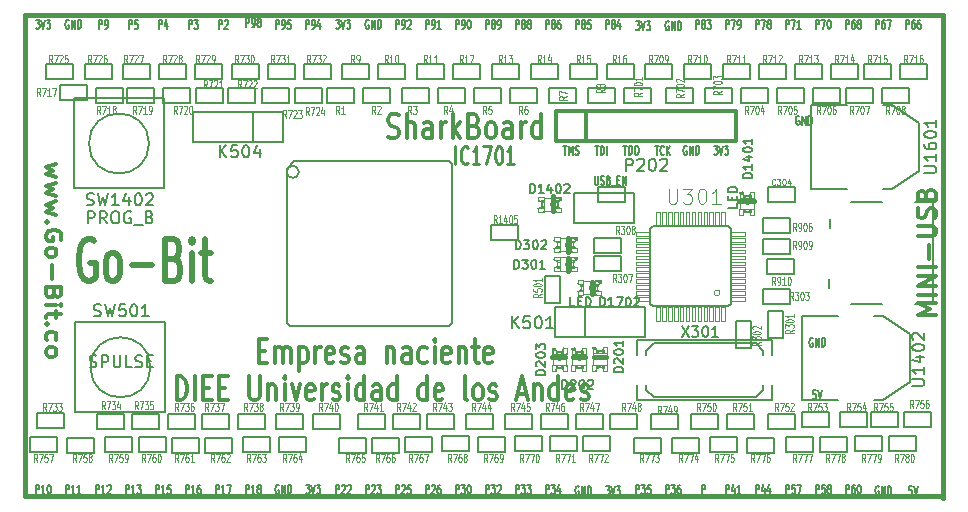
<source format=gto>
G04 (created by PCBNEW-RS274X (2011-nov-30)-testing) date Wed 08 Aug 2012 02:04:57 PM COT*
%MOIN*%
G04 Gerber Fmt 3.4, Leading zero omitted, Abs format*
%FSLAX34Y34*%
G01*
G70*
G90*
G04 APERTURE LIST*
%ADD10C,0.006*%
%ADD11C,0.012*%
%ADD12C,0.0197*%
%ADD13C,0.005*%
%ADD14C,0.015*%
%ADD15C,0.008*%
%ADD16C,0.0026*%
%ADD17C,0.004*%
%ADD18C,0.002*%
%ADD19C,0.01*%
%ADD20C,0.0045*%
%ADD21C,0.0035*%
G04 APERTURE END LIST*
G54D10*
G54D11*
X40431Y-23371D02*
X40098Y-23485D01*
X40336Y-23599D01*
X40098Y-23714D01*
X40431Y-23828D01*
X40431Y-24000D02*
X40098Y-24114D01*
X40336Y-24228D01*
X40098Y-24343D01*
X40431Y-24457D01*
X40431Y-24629D02*
X40098Y-24743D01*
X40336Y-24857D01*
X40098Y-24972D01*
X40431Y-25086D01*
X40145Y-25315D02*
X40121Y-25343D01*
X40098Y-25315D01*
X40121Y-25286D01*
X40145Y-25315D01*
X40098Y-25315D01*
X40574Y-25915D02*
X40598Y-25858D01*
X40598Y-25772D01*
X40574Y-25687D01*
X40526Y-25629D01*
X40479Y-25601D01*
X40383Y-25572D01*
X40312Y-25572D01*
X40217Y-25601D01*
X40169Y-25629D01*
X40121Y-25687D01*
X40098Y-25772D01*
X40098Y-25829D01*
X40121Y-25915D01*
X40145Y-25944D01*
X40312Y-25944D01*
X40312Y-25829D01*
X40098Y-26287D02*
X40121Y-26229D01*
X40145Y-26201D01*
X40193Y-26172D01*
X40336Y-26172D01*
X40383Y-26201D01*
X40407Y-26229D01*
X40431Y-26287D01*
X40431Y-26372D01*
X40407Y-26429D01*
X40383Y-26458D01*
X40336Y-26487D01*
X40193Y-26487D01*
X40145Y-26458D01*
X40121Y-26429D01*
X40098Y-26372D01*
X40098Y-26287D01*
X40288Y-26744D02*
X40288Y-27201D01*
X40360Y-27687D02*
X40336Y-27773D01*
X40312Y-27801D01*
X40264Y-27830D01*
X40193Y-27830D01*
X40145Y-27801D01*
X40121Y-27773D01*
X40098Y-27715D01*
X40098Y-27487D01*
X40598Y-27487D01*
X40598Y-27687D01*
X40574Y-27744D01*
X40550Y-27773D01*
X40502Y-27801D01*
X40455Y-27801D01*
X40407Y-27773D01*
X40383Y-27744D01*
X40360Y-27687D01*
X40360Y-27487D01*
X40098Y-28087D02*
X40431Y-28087D01*
X40598Y-28087D02*
X40574Y-28058D01*
X40550Y-28087D01*
X40574Y-28115D01*
X40598Y-28087D01*
X40550Y-28087D01*
X40431Y-28287D02*
X40431Y-28516D01*
X40598Y-28373D02*
X40169Y-28373D01*
X40121Y-28401D01*
X40098Y-28459D01*
X40098Y-28516D01*
X40145Y-28716D02*
X40121Y-28744D01*
X40098Y-28716D01*
X40121Y-28687D01*
X40145Y-28716D01*
X40098Y-28716D01*
X40121Y-29259D02*
X40098Y-29202D01*
X40098Y-29088D01*
X40121Y-29030D01*
X40145Y-29002D01*
X40193Y-28973D01*
X40336Y-28973D01*
X40383Y-29002D01*
X40407Y-29030D01*
X40431Y-29088D01*
X40431Y-29202D01*
X40407Y-29259D01*
X40098Y-29602D02*
X40121Y-29544D01*
X40145Y-29516D01*
X40193Y-29487D01*
X40336Y-29487D01*
X40383Y-29516D01*
X40407Y-29544D01*
X40431Y-29602D01*
X40431Y-29687D01*
X40407Y-29744D01*
X40383Y-29773D01*
X40336Y-29802D01*
X40193Y-29802D01*
X40145Y-29773D01*
X40121Y-29744D01*
X40098Y-29687D01*
X40098Y-29602D01*
X47186Y-29605D02*
X47386Y-29605D01*
X47472Y-30024D02*
X47186Y-30024D01*
X47186Y-29224D01*
X47472Y-29224D01*
X47729Y-30024D02*
X47729Y-29490D01*
X47729Y-29567D02*
X47757Y-29529D01*
X47815Y-29490D01*
X47900Y-29490D01*
X47957Y-29529D01*
X47986Y-29605D01*
X47986Y-30024D01*
X47986Y-29605D02*
X48015Y-29529D01*
X48072Y-29490D01*
X48157Y-29490D01*
X48215Y-29529D01*
X48243Y-29605D01*
X48243Y-30024D01*
X48529Y-29490D02*
X48529Y-30290D01*
X48529Y-29529D02*
X48586Y-29490D01*
X48700Y-29490D01*
X48757Y-29529D01*
X48786Y-29567D01*
X48815Y-29643D01*
X48815Y-29871D01*
X48786Y-29948D01*
X48757Y-29986D01*
X48700Y-30024D01*
X48586Y-30024D01*
X48529Y-29986D01*
X49072Y-30024D02*
X49072Y-29490D01*
X49072Y-29643D02*
X49100Y-29567D01*
X49129Y-29529D01*
X49186Y-29490D01*
X49243Y-29490D01*
X49671Y-29986D02*
X49614Y-30024D01*
X49500Y-30024D01*
X49443Y-29986D01*
X49414Y-29910D01*
X49414Y-29605D01*
X49443Y-29529D01*
X49500Y-29490D01*
X49614Y-29490D01*
X49671Y-29529D01*
X49700Y-29605D01*
X49700Y-29681D01*
X49414Y-29757D01*
X49928Y-29986D02*
X49985Y-30024D01*
X50100Y-30024D01*
X50157Y-29986D01*
X50185Y-29910D01*
X50185Y-29871D01*
X50157Y-29795D01*
X50100Y-29757D01*
X50014Y-29757D01*
X49957Y-29719D01*
X49928Y-29643D01*
X49928Y-29605D01*
X49957Y-29529D01*
X50014Y-29490D01*
X50100Y-29490D01*
X50157Y-29529D01*
X50700Y-30024D02*
X50700Y-29605D01*
X50671Y-29529D01*
X50614Y-29490D01*
X50500Y-29490D01*
X50443Y-29529D01*
X50700Y-29986D02*
X50643Y-30024D01*
X50500Y-30024D01*
X50443Y-29986D01*
X50414Y-29910D01*
X50414Y-29833D01*
X50443Y-29757D01*
X50500Y-29719D01*
X50643Y-29719D01*
X50700Y-29681D01*
X51443Y-29490D02*
X51443Y-30024D01*
X51443Y-29567D02*
X51471Y-29529D01*
X51529Y-29490D01*
X51614Y-29490D01*
X51671Y-29529D01*
X51700Y-29605D01*
X51700Y-30024D01*
X52243Y-30024D02*
X52243Y-29605D01*
X52214Y-29529D01*
X52157Y-29490D01*
X52043Y-29490D01*
X51986Y-29529D01*
X52243Y-29986D02*
X52186Y-30024D01*
X52043Y-30024D01*
X51986Y-29986D01*
X51957Y-29910D01*
X51957Y-29833D01*
X51986Y-29757D01*
X52043Y-29719D01*
X52186Y-29719D01*
X52243Y-29681D01*
X52786Y-29986D02*
X52729Y-30024D01*
X52615Y-30024D01*
X52557Y-29986D01*
X52529Y-29948D01*
X52500Y-29871D01*
X52500Y-29643D01*
X52529Y-29567D01*
X52557Y-29529D01*
X52615Y-29490D01*
X52729Y-29490D01*
X52786Y-29529D01*
X53043Y-30024D02*
X53043Y-29490D01*
X53043Y-29224D02*
X53014Y-29262D01*
X53043Y-29300D01*
X53071Y-29262D01*
X53043Y-29224D01*
X53043Y-29300D01*
X53557Y-29986D02*
X53500Y-30024D01*
X53386Y-30024D01*
X53329Y-29986D01*
X53300Y-29910D01*
X53300Y-29605D01*
X53329Y-29529D01*
X53386Y-29490D01*
X53500Y-29490D01*
X53557Y-29529D01*
X53586Y-29605D01*
X53586Y-29681D01*
X53300Y-29757D01*
X53843Y-29490D02*
X53843Y-30024D01*
X53843Y-29567D02*
X53871Y-29529D01*
X53929Y-29490D01*
X54014Y-29490D01*
X54071Y-29529D01*
X54100Y-29605D01*
X54100Y-30024D01*
X54300Y-29490D02*
X54529Y-29490D01*
X54386Y-29224D02*
X54386Y-29910D01*
X54414Y-29986D01*
X54472Y-30024D01*
X54529Y-30024D01*
X54957Y-29986D02*
X54900Y-30024D01*
X54786Y-30024D01*
X54729Y-29986D01*
X54700Y-29910D01*
X54700Y-29605D01*
X54729Y-29529D01*
X54786Y-29490D01*
X54900Y-29490D01*
X54957Y-29529D01*
X54986Y-29605D01*
X54986Y-29681D01*
X54700Y-29757D01*
X44443Y-31264D02*
X44443Y-30464D01*
X44586Y-30464D01*
X44671Y-30502D01*
X44729Y-30578D01*
X44757Y-30654D01*
X44786Y-30807D01*
X44786Y-30921D01*
X44757Y-31073D01*
X44729Y-31150D01*
X44671Y-31226D01*
X44586Y-31264D01*
X44443Y-31264D01*
X45043Y-31264D02*
X45043Y-30464D01*
X45329Y-30845D02*
X45529Y-30845D01*
X45615Y-31264D02*
X45329Y-31264D01*
X45329Y-30464D01*
X45615Y-30464D01*
X45872Y-30845D02*
X46072Y-30845D01*
X46158Y-31264D02*
X45872Y-31264D01*
X45872Y-30464D01*
X46158Y-30464D01*
X46872Y-30464D02*
X46872Y-31111D01*
X46900Y-31188D01*
X46929Y-31226D01*
X46986Y-31264D01*
X47100Y-31264D01*
X47158Y-31226D01*
X47186Y-31188D01*
X47215Y-31111D01*
X47215Y-30464D01*
X47501Y-30730D02*
X47501Y-31264D01*
X47501Y-30807D02*
X47529Y-30769D01*
X47587Y-30730D01*
X47672Y-30730D01*
X47729Y-30769D01*
X47758Y-30845D01*
X47758Y-31264D01*
X48044Y-31264D02*
X48044Y-30730D01*
X48044Y-30464D02*
X48015Y-30502D01*
X48044Y-30540D01*
X48072Y-30502D01*
X48044Y-30464D01*
X48044Y-30540D01*
X48273Y-30730D02*
X48416Y-31264D01*
X48558Y-30730D01*
X49015Y-31226D02*
X48958Y-31264D01*
X48844Y-31264D01*
X48787Y-31226D01*
X48758Y-31150D01*
X48758Y-30845D01*
X48787Y-30769D01*
X48844Y-30730D01*
X48958Y-30730D01*
X49015Y-30769D01*
X49044Y-30845D01*
X49044Y-30921D01*
X48758Y-30997D01*
X49301Y-31264D02*
X49301Y-30730D01*
X49301Y-30883D02*
X49329Y-30807D01*
X49358Y-30769D01*
X49415Y-30730D01*
X49472Y-30730D01*
X49643Y-31226D02*
X49700Y-31264D01*
X49815Y-31264D01*
X49872Y-31226D01*
X49900Y-31150D01*
X49900Y-31111D01*
X49872Y-31035D01*
X49815Y-30997D01*
X49729Y-30997D01*
X49672Y-30959D01*
X49643Y-30883D01*
X49643Y-30845D01*
X49672Y-30769D01*
X49729Y-30730D01*
X49815Y-30730D01*
X49872Y-30769D01*
X50158Y-31264D02*
X50158Y-30730D01*
X50158Y-30464D02*
X50129Y-30502D01*
X50158Y-30540D01*
X50186Y-30502D01*
X50158Y-30464D01*
X50158Y-30540D01*
X50701Y-31264D02*
X50701Y-30464D01*
X50701Y-31226D02*
X50644Y-31264D01*
X50530Y-31264D01*
X50472Y-31226D01*
X50444Y-31188D01*
X50415Y-31111D01*
X50415Y-30883D01*
X50444Y-30807D01*
X50472Y-30769D01*
X50530Y-30730D01*
X50644Y-30730D01*
X50701Y-30769D01*
X51244Y-31264D02*
X51244Y-30845D01*
X51215Y-30769D01*
X51158Y-30730D01*
X51044Y-30730D01*
X50987Y-30769D01*
X51244Y-31226D02*
X51187Y-31264D01*
X51044Y-31264D01*
X50987Y-31226D01*
X50958Y-31150D01*
X50958Y-31073D01*
X50987Y-30997D01*
X51044Y-30959D01*
X51187Y-30959D01*
X51244Y-30921D01*
X51787Y-31264D02*
X51787Y-30464D01*
X51787Y-31226D02*
X51730Y-31264D01*
X51616Y-31264D01*
X51558Y-31226D01*
X51530Y-31188D01*
X51501Y-31111D01*
X51501Y-30883D01*
X51530Y-30807D01*
X51558Y-30769D01*
X51616Y-30730D01*
X51730Y-30730D01*
X51787Y-30769D01*
X52787Y-31264D02*
X52787Y-30464D01*
X52787Y-31226D02*
X52730Y-31264D01*
X52616Y-31264D01*
X52558Y-31226D01*
X52530Y-31188D01*
X52501Y-31111D01*
X52501Y-30883D01*
X52530Y-30807D01*
X52558Y-30769D01*
X52616Y-30730D01*
X52730Y-30730D01*
X52787Y-30769D01*
X53301Y-31226D02*
X53244Y-31264D01*
X53130Y-31264D01*
X53073Y-31226D01*
X53044Y-31150D01*
X53044Y-30845D01*
X53073Y-30769D01*
X53130Y-30730D01*
X53244Y-30730D01*
X53301Y-30769D01*
X53330Y-30845D01*
X53330Y-30921D01*
X53044Y-30997D01*
X54130Y-31264D02*
X54072Y-31226D01*
X54044Y-31150D01*
X54044Y-30464D01*
X54444Y-31264D02*
X54386Y-31226D01*
X54358Y-31188D01*
X54329Y-31111D01*
X54329Y-30883D01*
X54358Y-30807D01*
X54386Y-30769D01*
X54444Y-30730D01*
X54529Y-30730D01*
X54586Y-30769D01*
X54615Y-30807D01*
X54644Y-30883D01*
X54644Y-31111D01*
X54615Y-31188D01*
X54586Y-31226D01*
X54529Y-31264D01*
X54444Y-31264D01*
X54872Y-31226D02*
X54929Y-31264D01*
X55044Y-31264D01*
X55101Y-31226D01*
X55129Y-31150D01*
X55129Y-31111D01*
X55101Y-31035D01*
X55044Y-30997D01*
X54958Y-30997D01*
X54901Y-30959D01*
X54872Y-30883D01*
X54872Y-30845D01*
X54901Y-30769D01*
X54958Y-30730D01*
X55044Y-30730D01*
X55101Y-30769D01*
X55815Y-31035D02*
X56101Y-31035D01*
X55758Y-31264D02*
X55958Y-30464D01*
X56158Y-31264D01*
X56358Y-30730D02*
X56358Y-31264D01*
X56358Y-30807D02*
X56386Y-30769D01*
X56444Y-30730D01*
X56529Y-30730D01*
X56586Y-30769D01*
X56615Y-30845D01*
X56615Y-31264D01*
X57158Y-31264D02*
X57158Y-30464D01*
X57158Y-31226D02*
X57101Y-31264D01*
X56987Y-31264D01*
X56929Y-31226D01*
X56901Y-31188D01*
X56872Y-31111D01*
X56872Y-30883D01*
X56901Y-30807D01*
X56929Y-30769D01*
X56987Y-30730D01*
X57101Y-30730D01*
X57158Y-30769D01*
X57672Y-31226D02*
X57615Y-31264D01*
X57501Y-31264D01*
X57444Y-31226D01*
X57415Y-31150D01*
X57415Y-30845D01*
X57444Y-30769D01*
X57501Y-30730D01*
X57615Y-30730D01*
X57672Y-30769D01*
X57701Y-30845D01*
X57701Y-30921D01*
X57415Y-30997D01*
X57929Y-31226D02*
X57986Y-31264D01*
X58101Y-31264D01*
X58158Y-31226D01*
X58186Y-31150D01*
X58186Y-31111D01*
X58158Y-31035D01*
X58101Y-30997D01*
X58015Y-30997D01*
X57958Y-30959D01*
X57929Y-30883D01*
X57929Y-30845D01*
X57958Y-30769D01*
X58015Y-30730D01*
X58101Y-30730D01*
X58158Y-30769D01*
G54D12*
X41701Y-25933D02*
X41615Y-25867D01*
X41486Y-25867D01*
X41358Y-25933D01*
X41272Y-26067D01*
X41229Y-26200D01*
X41186Y-26467D01*
X41186Y-26667D01*
X41229Y-26933D01*
X41272Y-27067D01*
X41358Y-27200D01*
X41486Y-27267D01*
X41572Y-27267D01*
X41701Y-27200D01*
X41744Y-27133D01*
X41744Y-26667D01*
X41572Y-26667D01*
X42258Y-27267D02*
X42172Y-27200D01*
X42129Y-27133D01*
X42086Y-27000D01*
X42086Y-26600D01*
X42129Y-26467D01*
X42172Y-26400D01*
X42258Y-26333D01*
X42386Y-26333D01*
X42472Y-26400D01*
X42515Y-26467D01*
X42558Y-26600D01*
X42558Y-27000D01*
X42515Y-27133D01*
X42472Y-27200D01*
X42386Y-27267D01*
X42258Y-27267D01*
X42943Y-26733D02*
X43629Y-26733D01*
X44357Y-26533D02*
X44486Y-26600D01*
X44529Y-26667D01*
X44572Y-26800D01*
X44572Y-27000D01*
X44529Y-27133D01*
X44486Y-27200D01*
X44400Y-27267D01*
X44057Y-27267D01*
X44057Y-25867D01*
X44357Y-25867D01*
X44443Y-25933D01*
X44486Y-26000D01*
X44529Y-26133D01*
X44529Y-26267D01*
X44486Y-26400D01*
X44443Y-26467D01*
X44357Y-26533D01*
X44057Y-26533D01*
X44957Y-27267D02*
X44957Y-26333D01*
X44957Y-25867D02*
X44914Y-25933D01*
X44957Y-26000D01*
X45000Y-25933D01*
X44957Y-25867D01*
X44957Y-26000D01*
X45258Y-26333D02*
X45601Y-26333D01*
X45386Y-25867D02*
X45386Y-27067D01*
X45429Y-27200D01*
X45515Y-27267D01*
X45601Y-27267D01*
G54D11*
X51485Y-22486D02*
X51575Y-22524D01*
X51725Y-22524D01*
X51785Y-22486D01*
X51815Y-22448D01*
X51845Y-22371D01*
X51845Y-22295D01*
X51815Y-22219D01*
X51785Y-22181D01*
X51725Y-22143D01*
X51605Y-22105D01*
X51545Y-22067D01*
X51515Y-22029D01*
X51485Y-21952D01*
X51485Y-21876D01*
X51515Y-21800D01*
X51545Y-21762D01*
X51605Y-21724D01*
X51755Y-21724D01*
X51845Y-21762D01*
X52115Y-22524D02*
X52115Y-21724D01*
X52385Y-22524D02*
X52385Y-22105D01*
X52355Y-22029D01*
X52295Y-21990D01*
X52205Y-21990D01*
X52145Y-22029D01*
X52115Y-22067D01*
X52955Y-22524D02*
X52955Y-22105D01*
X52925Y-22029D01*
X52865Y-21990D01*
X52745Y-21990D01*
X52685Y-22029D01*
X52955Y-22486D02*
X52895Y-22524D01*
X52745Y-22524D01*
X52685Y-22486D01*
X52655Y-22410D01*
X52655Y-22333D01*
X52685Y-22257D01*
X52745Y-22219D01*
X52895Y-22219D01*
X52955Y-22181D01*
X53255Y-22524D02*
X53255Y-21990D01*
X53255Y-22143D02*
X53285Y-22067D01*
X53315Y-22029D01*
X53375Y-21990D01*
X53435Y-21990D01*
X53645Y-22524D02*
X53645Y-21724D01*
X53705Y-22219D02*
X53885Y-22524D01*
X53885Y-21990D02*
X53645Y-22295D01*
X54365Y-22105D02*
X54455Y-22143D01*
X54485Y-22181D01*
X54515Y-22257D01*
X54515Y-22371D01*
X54485Y-22448D01*
X54455Y-22486D01*
X54395Y-22524D01*
X54155Y-22524D01*
X54155Y-21724D01*
X54365Y-21724D01*
X54425Y-21762D01*
X54455Y-21800D01*
X54485Y-21876D01*
X54485Y-21952D01*
X54455Y-22029D01*
X54425Y-22067D01*
X54365Y-22105D01*
X54155Y-22105D01*
X54875Y-22524D02*
X54815Y-22486D01*
X54785Y-22448D01*
X54755Y-22371D01*
X54755Y-22143D01*
X54785Y-22067D01*
X54815Y-22029D01*
X54875Y-21990D01*
X54965Y-21990D01*
X55025Y-22029D01*
X55055Y-22067D01*
X55085Y-22143D01*
X55085Y-22371D01*
X55055Y-22448D01*
X55025Y-22486D01*
X54965Y-22524D01*
X54875Y-22524D01*
X55625Y-22524D02*
X55625Y-22105D01*
X55595Y-22029D01*
X55535Y-21990D01*
X55415Y-21990D01*
X55355Y-22029D01*
X55625Y-22486D02*
X55565Y-22524D01*
X55415Y-22524D01*
X55355Y-22486D01*
X55325Y-22410D01*
X55325Y-22333D01*
X55355Y-22257D01*
X55415Y-22219D01*
X55565Y-22219D01*
X55625Y-22181D01*
X55925Y-22524D02*
X55925Y-21990D01*
X55925Y-22143D02*
X55955Y-22067D01*
X55985Y-22029D01*
X56045Y-21990D01*
X56105Y-21990D01*
X56585Y-22524D02*
X56585Y-21724D01*
X56585Y-22486D02*
X56525Y-22524D01*
X56405Y-22524D01*
X56345Y-22486D01*
X56315Y-22448D01*
X56285Y-22371D01*
X56285Y-22143D01*
X56315Y-22067D01*
X56345Y-22029D01*
X56405Y-21990D01*
X56525Y-21990D01*
X56585Y-22029D01*
G54D13*
X58377Y-23771D02*
X58377Y-24014D01*
X58386Y-24043D01*
X58396Y-24057D01*
X58415Y-24071D01*
X58453Y-24071D01*
X58472Y-24057D01*
X58481Y-24043D01*
X58491Y-24014D01*
X58491Y-23771D01*
X58577Y-24057D02*
X58606Y-24071D01*
X58653Y-24071D01*
X58672Y-24057D01*
X58682Y-24043D01*
X58691Y-24014D01*
X58691Y-23986D01*
X58682Y-23957D01*
X58672Y-23943D01*
X58653Y-23929D01*
X58615Y-23914D01*
X58596Y-23900D01*
X58587Y-23886D01*
X58577Y-23857D01*
X58577Y-23829D01*
X58587Y-23800D01*
X58596Y-23786D01*
X58615Y-23771D01*
X58663Y-23771D01*
X58691Y-23786D01*
X58843Y-23914D02*
X58872Y-23929D01*
X58881Y-23943D01*
X58891Y-23971D01*
X58891Y-24014D01*
X58881Y-24043D01*
X58872Y-24057D01*
X58853Y-24071D01*
X58777Y-24071D01*
X58777Y-23771D01*
X58843Y-23771D01*
X58862Y-23786D01*
X58872Y-23800D01*
X58881Y-23829D01*
X58881Y-23857D01*
X58872Y-23886D01*
X58862Y-23900D01*
X58843Y-23914D01*
X58777Y-23914D01*
X58929Y-24100D02*
X59081Y-24100D01*
X59129Y-23914D02*
X59195Y-23914D01*
X59224Y-24071D02*
X59129Y-24071D01*
X59129Y-23771D01*
X59224Y-23771D01*
X59310Y-24071D02*
X59310Y-23771D01*
X59424Y-24071D01*
X59424Y-23771D01*
X57334Y-22771D02*
X57448Y-22771D01*
X57391Y-23071D02*
X57391Y-22771D01*
X57515Y-23071D02*
X57515Y-22771D01*
X57581Y-22986D01*
X57648Y-22771D01*
X57648Y-23071D01*
X57734Y-23057D02*
X57763Y-23071D01*
X57810Y-23071D01*
X57829Y-23057D01*
X57839Y-23043D01*
X57848Y-23014D01*
X57848Y-22986D01*
X57839Y-22957D01*
X57829Y-22943D01*
X57810Y-22929D01*
X57772Y-22914D01*
X57753Y-22900D01*
X57744Y-22886D01*
X57734Y-22857D01*
X57734Y-22829D01*
X57744Y-22800D01*
X57753Y-22786D01*
X57772Y-22771D01*
X57820Y-22771D01*
X57848Y-22786D01*
X58396Y-22771D02*
X58510Y-22771D01*
X58453Y-23071D02*
X58453Y-22771D01*
X58577Y-23071D02*
X58577Y-22771D01*
X58624Y-22771D01*
X58653Y-22786D01*
X58672Y-22814D01*
X58681Y-22843D01*
X58691Y-22900D01*
X58691Y-22943D01*
X58681Y-23000D01*
X58672Y-23029D01*
X58653Y-23057D01*
X58624Y-23071D01*
X58577Y-23071D01*
X58777Y-23071D02*
X58777Y-22771D01*
X59338Y-22771D02*
X59452Y-22771D01*
X59395Y-23071D02*
X59395Y-22771D01*
X59519Y-23071D02*
X59519Y-22771D01*
X59566Y-22771D01*
X59595Y-22786D01*
X59614Y-22814D01*
X59623Y-22843D01*
X59633Y-22900D01*
X59633Y-22943D01*
X59623Y-23000D01*
X59614Y-23029D01*
X59595Y-23057D01*
X59566Y-23071D01*
X59519Y-23071D01*
X59757Y-22771D02*
X59795Y-22771D01*
X59814Y-22786D01*
X59833Y-22814D01*
X59842Y-22871D01*
X59842Y-22971D01*
X59833Y-23029D01*
X59814Y-23057D01*
X59795Y-23071D01*
X59757Y-23071D01*
X59738Y-23057D01*
X59719Y-23029D01*
X59709Y-22971D01*
X59709Y-22871D01*
X59719Y-22814D01*
X59738Y-22786D01*
X59757Y-22771D01*
X60393Y-22771D02*
X60507Y-22771D01*
X60450Y-23071D02*
X60450Y-22771D01*
X60688Y-23043D02*
X60678Y-23057D01*
X60650Y-23071D01*
X60631Y-23071D01*
X60602Y-23057D01*
X60583Y-23029D01*
X60574Y-23000D01*
X60564Y-22943D01*
X60564Y-22900D01*
X60574Y-22843D01*
X60583Y-22814D01*
X60602Y-22786D01*
X60631Y-22771D01*
X60650Y-22771D01*
X60678Y-22786D01*
X60688Y-22800D01*
X60774Y-23071D02*
X60774Y-22771D01*
X60888Y-23071D02*
X60802Y-22900D01*
X60888Y-22771D02*
X60774Y-22943D01*
X62354Y-22771D02*
X62477Y-22771D01*
X62411Y-22886D01*
X62439Y-22886D01*
X62458Y-22900D01*
X62468Y-22914D01*
X62477Y-22943D01*
X62477Y-23014D01*
X62468Y-23043D01*
X62458Y-23057D01*
X62439Y-23071D01*
X62382Y-23071D01*
X62363Y-23057D01*
X62354Y-23043D01*
X62534Y-22771D02*
X62601Y-23071D01*
X62667Y-22771D01*
X62715Y-22771D02*
X62838Y-22771D01*
X62772Y-22886D01*
X62800Y-22886D01*
X62819Y-22900D01*
X62829Y-22914D01*
X62838Y-22943D01*
X62838Y-23014D01*
X62829Y-23043D01*
X62819Y-23057D01*
X62800Y-23071D01*
X62743Y-23071D01*
X62724Y-23057D01*
X62715Y-23043D01*
X61447Y-22786D02*
X61428Y-22771D01*
X61400Y-22771D01*
X61371Y-22786D01*
X61352Y-22814D01*
X61343Y-22843D01*
X61333Y-22900D01*
X61333Y-22943D01*
X61343Y-23000D01*
X61352Y-23029D01*
X61371Y-23057D01*
X61400Y-23071D01*
X61419Y-23071D01*
X61447Y-23057D01*
X61457Y-23043D01*
X61457Y-22943D01*
X61419Y-22943D01*
X61543Y-23071D02*
X61543Y-22771D01*
X61657Y-23071D01*
X61657Y-22771D01*
X61753Y-23071D02*
X61753Y-22771D01*
X61800Y-22771D01*
X61829Y-22786D01*
X61848Y-22814D01*
X61857Y-22843D01*
X61867Y-22900D01*
X61867Y-22943D01*
X61857Y-23000D01*
X61848Y-23029D01*
X61829Y-23057D01*
X61800Y-23071D01*
X61753Y-23071D01*
X65197Y-21786D02*
X65178Y-21771D01*
X65150Y-21771D01*
X65121Y-21786D01*
X65102Y-21814D01*
X65093Y-21843D01*
X65083Y-21900D01*
X65083Y-21943D01*
X65093Y-22000D01*
X65102Y-22029D01*
X65121Y-22057D01*
X65150Y-22071D01*
X65169Y-22071D01*
X65197Y-22057D01*
X65207Y-22043D01*
X65207Y-21943D01*
X65169Y-21943D01*
X65293Y-22071D02*
X65293Y-21771D01*
X65407Y-22071D01*
X65407Y-21771D01*
X65503Y-22071D02*
X65503Y-21771D01*
X65550Y-21771D01*
X65579Y-21786D01*
X65598Y-21814D01*
X65607Y-21843D01*
X65617Y-21900D01*
X65617Y-21943D01*
X65607Y-22000D01*
X65598Y-22029D01*
X65579Y-22057D01*
X65550Y-22071D01*
X65503Y-22071D01*
X65647Y-29186D02*
X65628Y-29171D01*
X65600Y-29171D01*
X65571Y-29186D01*
X65552Y-29214D01*
X65543Y-29243D01*
X65533Y-29300D01*
X65533Y-29343D01*
X65543Y-29400D01*
X65552Y-29429D01*
X65571Y-29457D01*
X65600Y-29471D01*
X65619Y-29471D01*
X65647Y-29457D01*
X65657Y-29443D01*
X65657Y-29343D01*
X65619Y-29343D01*
X65743Y-29471D02*
X65743Y-29171D01*
X65857Y-29471D01*
X65857Y-29171D01*
X65953Y-29471D02*
X65953Y-29171D01*
X66000Y-29171D01*
X66029Y-29186D01*
X66048Y-29214D01*
X66057Y-29243D01*
X66067Y-29300D01*
X66067Y-29343D01*
X66057Y-29400D01*
X66048Y-29429D01*
X66029Y-29457D01*
X66000Y-29471D01*
X65953Y-29471D01*
X65763Y-30921D02*
X65668Y-30921D01*
X65658Y-31064D01*
X65668Y-31050D01*
X65687Y-31036D01*
X65734Y-31036D01*
X65753Y-31050D01*
X65763Y-31064D01*
X65772Y-31093D01*
X65772Y-31164D01*
X65763Y-31193D01*
X65753Y-31207D01*
X65734Y-31221D01*
X65687Y-31221D01*
X65668Y-31207D01*
X65658Y-31193D01*
X65829Y-30921D02*
X65896Y-31221D01*
X65962Y-30921D01*
X66758Y-34371D02*
X66758Y-34071D01*
X66834Y-34071D01*
X66853Y-34086D01*
X66862Y-34100D01*
X66872Y-34129D01*
X66872Y-34171D01*
X66862Y-34200D01*
X66853Y-34214D01*
X66834Y-34229D01*
X66758Y-34229D01*
X67043Y-34071D02*
X67005Y-34071D01*
X66986Y-34086D01*
X66977Y-34100D01*
X66958Y-34143D01*
X66948Y-34200D01*
X66948Y-34314D01*
X66958Y-34343D01*
X66967Y-34357D01*
X66986Y-34371D01*
X67024Y-34371D01*
X67043Y-34357D01*
X67053Y-34343D01*
X67062Y-34314D01*
X67062Y-34243D01*
X67053Y-34214D01*
X67043Y-34200D01*
X67024Y-34186D01*
X66986Y-34186D01*
X66967Y-34200D01*
X66958Y-34214D01*
X66948Y-34243D01*
X67186Y-34071D02*
X67205Y-34071D01*
X67224Y-34086D01*
X67233Y-34100D01*
X67243Y-34129D01*
X67252Y-34186D01*
X67252Y-34257D01*
X67243Y-34314D01*
X67233Y-34343D01*
X67224Y-34357D01*
X67205Y-34371D01*
X67186Y-34371D01*
X67167Y-34357D01*
X67157Y-34343D01*
X67148Y-34314D01*
X67138Y-34257D01*
X67138Y-34186D01*
X67148Y-34129D01*
X67157Y-34100D01*
X67167Y-34086D01*
X67186Y-34071D01*
X65758Y-34371D02*
X65758Y-34071D01*
X65834Y-34071D01*
X65853Y-34086D01*
X65862Y-34100D01*
X65872Y-34129D01*
X65872Y-34171D01*
X65862Y-34200D01*
X65853Y-34214D01*
X65834Y-34229D01*
X65758Y-34229D01*
X66053Y-34071D02*
X65958Y-34071D01*
X65948Y-34214D01*
X65958Y-34200D01*
X65977Y-34186D01*
X66024Y-34186D01*
X66043Y-34200D01*
X66053Y-34214D01*
X66062Y-34243D01*
X66062Y-34314D01*
X66053Y-34343D01*
X66043Y-34357D01*
X66024Y-34371D01*
X65977Y-34371D01*
X65958Y-34357D01*
X65948Y-34343D01*
X66176Y-34200D02*
X66157Y-34186D01*
X66148Y-34171D01*
X66138Y-34143D01*
X66138Y-34129D01*
X66148Y-34100D01*
X66157Y-34086D01*
X66176Y-34071D01*
X66214Y-34071D01*
X66233Y-34086D01*
X66243Y-34100D01*
X66252Y-34129D01*
X66252Y-34143D01*
X66243Y-34171D01*
X66233Y-34186D01*
X66214Y-34200D01*
X66176Y-34200D01*
X66157Y-34214D01*
X66148Y-34229D01*
X66138Y-34257D01*
X66138Y-34314D01*
X66148Y-34343D01*
X66157Y-34357D01*
X66176Y-34371D01*
X66214Y-34371D01*
X66233Y-34357D01*
X66243Y-34343D01*
X66252Y-34314D01*
X66252Y-34257D01*
X66243Y-34229D01*
X66233Y-34214D01*
X66214Y-34200D01*
X64758Y-34371D02*
X64758Y-34071D01*
X64834Y-34071D01*
X64853Y-34086D01*
X64862Y-34100D01*
X64872Y-34129D01*
X64872Y-34171D01*
X64862Y-34200D01*
X64853Y-34214D01*
X64834Y-34229D01*
X64758Y-34229D01*
X65053Y-34071D02*
X64958Y-34071D01*
X64948Y-34214D01*
X64958Y-34200D01*
X64977Y-34186D01*
X65024Y-34186D01*
X65043Y-34200D01*
X65053Y-34214D01*
X65062Y-34243D01*
X65062Y-34314D01*
X65053Y-34343D01*
X65043Y-34357D01*
X65024Y-34371D01*
X64977Y-34371D01*
X64958Y-34357D01*
X64948Y-34343D01*
X65129Y-34071D02*
X65262Y-34071D01*
X65176Y-34371D01*
X63758Y-34371D02*
X63758Y-34071D01*
X63834Y-34071D01*
X63853Y-34086D01*
X63862Y-34100D01*
X63872Y-34129D01*
X63872Y-34171D01*
X63862Y-34200D01*
X63853Y-34214D01*
X63834Y-34229D01*
X63758Y-34229D01*
X64043Y-34171D02*
X64043Y-34371D01*
X63996Y-34057D02*
X63948Y-34271D01*
X64072Y-34271D01*
X64233Y-34171D02*
X64233Y-34371D01*
X64186Y-34057D02*
X64138Y-34271D01*
X64262Y-34271D01*
X62758Y-34371D02*
X62758Y-34071D01*
X62834Y-34071D01*
X62853Y-34086D01*
X62862Y-34100D01*
X62872Y-34129D01*
X62872Y-34171D01*
X62862Y-34200D01*
X62853Y-34214D01*
X62834Y-34229D01*
X62758Y-34229D01*
X63043Y-34171D02*
X63043Y-34371D01*
X62996Y-34057D02*
X62948Y-34271D01*
X63072Y-34271D01*
X63252Y-34371D02*
X63138Y-34371D01*
X63195Y-34371D02*
X63195Y-34071D01*
X63176Y-34114D01*
X63157Y-34143D01*
X63138Y-34157D01*
X61948Y-34371D02*
X61948Y-34071D01*
X62024Y-34071D01*
X62043Y-34086D01*
X62052Y-34100D01*
X62062Y-34129D01*
X62062Y-34171D01*
X62052Y-34200D01*
X62043Y-34214D01*
X62024Y-34229D01*
X61948Y-34229D01*
X60758Y-34371D02*
X60758Y-34071D01*
X60834Y-34071D01*
X60853Y-34086D01*
X60862Y-34100D01*
X60872Y-34129D01*
X60872Y-34171D01*
X60862Y-34200D01*
X60853Y-34214D01*
X60834Y-34229D01*
X60758Y-34229D01*
X60939Y-34071D02*
X61062Y-34071D01*
X60996Y-34186D01*
X61024Y-34186D01*
X61043Y-34200D01*
X61053Y-34214D01*
X61062Y-34243D01*
X61062Y-34314D01*
X61053Y-34343D01*
X61043Y-34357D01*
X61024Y-34371D01*
X60967Y-34371D01*
X60948Y-34357D01*
X60939Y-34343D01*
X61233Y-34071D02*
X61195Y-34071D01*
X61176Y-34086D01*
X61167Y-34100D01*
X61148Y-34143D01*
X61138Y-34200D01*
X61138Y-34314D01*
X61148Y-34343D01*
X61157Y-34357D01*
X61176Y-34371D01*
X61214Y-34371D01*
X61233Y-34357D01*
X61243Y-34343D01*
X61252Y-34314D01*
X61252Y-34243D01*
X61243Y-34214D01*
X61233Y-34200D01*
X61214Y-34186D01*
X61176Y-34186D01*
X61157Y-34200D01*
X61148Y-34214D01*
X61138Y-34243D01*
X59758Y-34371D02*
X59758Y-34071D01*
X59834Y-34071D01*
X59853Y-34086D01*
X59862Y-34100D01*
X59872Y-34129D01*
X59872Y-34171D01*
X59862Y-34200D01*
X59853Y-34214D01*
X59834Y-34229D01*
X59758Y-34229D01*
X59939Y-34071D02*
X60062Y-34071D01*
X59996Y-34186D01*
X60024Y-34186D01*
X60043Y-34200D01*
X60053Y-34214D01*
X60062Y-34243D01*
X60062Y-34314D01*
X60053Y-34343D01*
X60043Y-34357D01*
X60024Y-34371D01*
X59967Y-34371D01*
X59948Y-34357D01*
X59939Y-34343D01*
X60243Y-34071D02*
X60148Y-34071D01*
X60138Y-34214D01*
X60148Y-34200D01*
X60167Y-34186D01*
X60214Y-34186D01*
X60233Y-34200D01*
X60243Y-34214D01*
X60252Y-34243D01*
X60252Y-34314D01*
X60243Y-34343D01*
X60233Y-34357D01*
X60214Y-34371D01*
X60167Y-34371D01*
X60148Y-34357D01*
X60138Y-34343D01*
X56758Y-34371D02*
X56758Y-34071D01*
X56834Y-34071D01*
X56853Y-34086D01*
X56862Y-34100D01*
X56872Y-34129D01*
X56872Y-34171D01*
X56862Y-34200D01*
X56853Y-34214D01*
X56834Y-34229D01*
X56758Y-34229D01*
X56939Y-34071D02*
X57062Y-34071D01*
X56996Y-34186D01*
X57024Y-34186D01*
X57043Y-34200D01*
X57053Y-34214D01*
X57062Y-34243D01*
X57062Y-34314D01*
X57053Y-34343D01*
X57043Y-34357D01*
X57024Y-34371D01*
X56967Y-34371D01*
X56948Y-34357D01*
X56939Y-34343D01*
X57233Y-34171D02*
X57233Y-34371D01*
X57186Y-34057D02*
X57138Y-34271D01*
X57262Y-34271D01*
X55758Y-34371D02*
X55758Y-34071D01*
X55834Y-34071D01*
X55853Y-34086D01*
X55862Y-34100D01*
X55872Y-34129D01*
X55872Y-34171D01*
X55862Y-34200D01*
X55853Y-34214D01*
X55834Y-34229D01*
X55758Y-34229D01*
X55939Y-34071D02*
X56062Y-34071D01*
X55996Y-34186D01*
X56024Y-34186D01*
X56043Y-34200D01*
X56053Y-34214D01*
X56062Y-34243D01*
X56062Y-34314D01*
X56053Y-34343D01*
X56043Y-34357D01*
X56024Y-34371D01*
X55967Y-34371D01*
X55948Y-34357D01*
X55939Y-34343D01*
X56129Y-34071D02*
X56252Y-34071D01*
X56186Y-34186D01*
X56214Y-34186D01*
X56233Y-34200D01*
X56243Y-34214D01*
X56252Y-34243D01*
X56252Y-34314D01*
X56243Y-34343D01*
X56233Y-34357D01*
X56214Y-34371D01*
X56157Y-34371D01*
X56138Y-34357D01*
X56129Y-34343D01*
X54758Y-34371D02*
X54758Y-34071D01*
X54834Y-34071D01*
X54853Y-34086D01*
X54862Y-34100D01*
X54872Y-34129D01*
X54872Y-34171D01*
X54862Y-34200D01*
X54853Y-34214D01*
X54834Y-34229D01*
X54758Y-34229D01*
X54939Y-34071D02*
X55062Y-34071D01*
X54996Y-34186D01*
X55024Y-34186D01*
X55043Y-34200D01*
X55053Y-34214D01*
X55062Y-34243D01*
X55062Y-34314D01*
X55053Y-34343D01*
X55043Y-34357D01*
X55024Y-34371D01*
X54967Y-34371D01*
X54948Y-34357D01*
X54939Y-34343D01*
X55138Y-34100D02*
X55148Y-34086D01*
X55167Y-34071D01*
X55214Y-34071D01*
X55233Y-34086D01*
X55243Y-34100D01*
X55252Y-34129D01*
X55252Y-34157D01*
X55243Y-34200D01*
X55129Y-34371D01*
X55252Y-34371D01*
X53758Y-34371D02*
X53758Y-34071D01*
X53834Y-34071D01*
X53853Y-34086D01*
X53862Y-34100D01*
X53872Y-34129D01*
X53872Y-34171D01*
X53862Y-34200D01*
X53853Y-34214D01*
X53834Y-34229D01*
X53758Y-34229D01*
X53939Y-34071D02*
X54062Y-34071D01*
X53996Y-34186D01*
X54024Y-34186D01*
X54043Y-34200D01*
X54053Y-34214D01*
X54062Y-34243D01*
X54062Y-34314D01*
X54053Y-34343D01*
X54043Y-34357D01*
X54024Y-34371D01*
X53967Y-34371D01*
X53948Y-34357D01*
X53939Y-34343D01*
X54186Y-34071D02*
X54205Y-34071D01*
X54224Y-34086D01*
X54233Y-34100D01*
X54243Y-34129D01*
X54252Y-34186D01*
X54252Y-34257D01*
X54243Y-34314D01*
X54233Y-34343D01*
X54224Y-34357D01*
X54205Y-34371D01*
X54186Y-34371D01*
X54167Y-34357D01*
X54157Y-34343D01*
X54148Y-34314D01*
X54138Y-34257D01*
X54138Y-34186D01*
X54148Y-34129D01*
X54157Y-34100D01*
X54167Y-34086D01*
X54186Y-34071D01*
X52758Y-34371D02*
X52758Y-34071D01*
X52834Y-34071D01*
X52853Y-34086D01*
X52862Y-34100D01*
X52872Y-34129D01*
X52872Y-34171D01*
X52862Y-34200D01*
X52853Y-34214D01*
X52834Y-34229D01*
X52758Y-34229D01*
X52948Y-34100D02*
X52958Y-34086D01*
X52977Y-34071D01*
X53024Y-34071D01*
X53043Y-34086D01*
X53053Y-34100D01*
X53062Y-34129D01*
X53062Y-34157D01*
X53053Y-34200D01*
X52939Y-34371D01*
X53062Y-34371D01*
X53233Y-34071D02*
X53195Y-34071D01*
X53176Y-34086D01*
X53167Y-34100D01*
X53148Y-34143D01*
X53138Y-34200D01*
X53138Y-34314D01*
X53148Y-34343D01*
X53157Y-34357D01*
X53176Y-34371D01*
X53214Y-34371D01*
X53233Y-34357D01*
X53243Y-34343D01*
X53252Y-34314D01*
X53252Y-34243D01*
X53243Y-34214D01*
X53233Y-34200D01*
X53214Y-34186D01*
X53176Y-34186D01*
X53157Y-34200D01*
X53148Y-34214D01*
X53138Y-34243D01*
X51758Y-34371D02*
X51758Y-34071D01*
X51834Y-34071D01*
X51853Y-34086D01*
X51862Y-34100D01*
X51872Y-34129D01*
X51872Y-34171D01*
X51862Y-34200D01*
X51853Y-34214D01*
X51834Y-34229D01*
X51758Y-34229D01*
X51948Y-34100D02*
X51958Y-34086D01*
X51977Y-34071D01*
X52024Y-34071D01*
X52043Y-34086D01*
X52053Y-34100D01*
X52062Y-34129D01*
X52062Y-34157D01*
X52053Y-34200D01*
X51939Y-34371D01*
X52062Y-34371D01*
X52243Y-34071D02*
X52148Y-34071D01*
X52138Y-34214D01*
X52148Y-34200D01*
X52167Y-34186D01*
X52214Y-34186D01*
X52233Y-34200D01*
X52243Y-34214D01*
X52252Y-34243D01*
X52252Y-34314D01*
X52243Y-34343D01*
X52233Y-34357D01*
X52214Y-34371D01*
X52167Y-34371D01*
X52148Y-34357D01*
X52138Y-34343D01*
X50758Y-34371D02*
X50758Y-34071D01*
X50834Y-34071D01*
X50853Y-34086D01*
X50862Y-34100D01*
X50872Y-34129D01*
X50872Y-34171D01*
X50862Y-34200D01*
X50853Y-34214D01*
X50834Y-34229D01*
X50758Y-34229D01*
X50948Y-34100D02*
X50958Y-34086D01*
X50977Y-34071D01*
X51024Y-34071D01*
X51043Y-34086D01*
X51053Y-34100D01*
X51062Y-34129D01*
X51062Y-34157D01*
X51053Y-34200D01*
X50939Y-34371D01*
X51062Y-34371D01*
X51129Y-34071D02*
X51252Y-34071D01*
X51186Y-34186D01*
X51214Y-34186D01*
X51233Y-34200D01*
X51243Y-34214D01*
X51252Y-34243D01*
X51252Y-34314D01*
X51243Y-34343D01*
X51233Y-34357D01*
X51214Y-34371D01*
X51157Y-34371D01*
X51138Y-34357D01*
X51129Y-34343D01*
X49758Y-34371D02*
X49758Y-34071D01*
X49834Y-34071D01*
X49853Y-34086D01*
X49862Y-34100D01*
X49872Y-34129D01*
X49872Y-34171D01*
X49862Y-34200D01*
X49853Y-34214D01*
X49834Y-34229D01*
X49758Y-34229D01*
X49948Y-34100D02*
X49958Y-34086D01*
X49977Y-34071D01*
X50024Y-34071D01*
X50043Y-34086D01*
X50053Y-34100D01*
X50062Y-34129D01*
X50062Y-34157D01*
X50053Y-34200D01*
X49939Y-34371D01*
X50062Y-34371D01*
X50138Y-34100D02*
X50148Y-34086D01*
X50167Y-34071D01*
X50214Y-34071D01*
X50233Y-34086D01*
X50243Y-34100D01*
X50252Y-34129D01*
X50252Y-34157D01*
X50243Y-34200D01*
X50129Y-34371D01*
X50252Y-34371D01*
X46758Y-34371D02*
X46758Y-34071D01*
X46834Y-34071D01*
X46853Y-34086D01*
X46862Y-34100D01*
X46872Y-34129D01*
X46872Y-34171D01*
X46862Y-34200D01*
X46853Y-34214D01*
X46834Y-34229D01*
X46758Y-34229D01*
X47062Y-34371D02*
X46948Y-34371D01*
X47005Y-34371D02*
X47005Y-34071D01*
X46986Y-34114D01*
X46967Y-34143D01*
X46948Y-34157D01*
X47176Y-34200D02*
X47157Y-34186D01*
X47148Y-34171D01*
X47138Y-34143D01*
X47138Y-34129D01*
X47148Y-34100D01*
X47157Y-34086D01*
X47176Y-34071D01*
X47214Y-34071D01*
X47233Y-34086D01*
X47243Y-34100D01*
X47252Y-34129D01*
X47252Y-34143D01*
X47243Y-34171D01*
X47233Y-34186D01*
X47214Y-34200D01*
X47176Y-34200D01*
X47157Y-34214D01*
X47148Y-34229D01*
X47138Y-34257D01*
X47138Y-34314D01*
X47148Y-34343D01*
X47157Y-34357D01*
X47176Y-34371D01*
X47214Y-34371D01*
X47233Y-34357D01*
X47243Y-34343D01*
X47252Y-34314D01*
X47252Y-34257D01*
X47243Y-34229D01*
X47233Y-34214D01*
X47214Y-34200D01*
X45758Y-34371D02*
X45758Y-34071D01*
X45834Y-34071D01*
X45853Y-34086D01*
X45862Y-34100D01*
X45872Y-34129D01*
X45872Y-34171D01*
X45862Y-34200D01*
X45853Y-34214D01*
X45834Y-34229D01*
X45758Y-34229D01*
X46062Y-34371D02*
X45948Y-34371D01*
X46005Y-34371D02*
X46005Y-34071D01*
X45986Y-34114D01*
X45967Y-34143D01*
X45948Y-34157D01*
X46129Y-34071D02*
X46262Y-34071D01*
X46176Y-34371D01*
X44758Y-34371D02*
X44758Y-34071D01*
X44834Y-34071D01*
X44853Y-34086D01*
X44862Y-34100D01*
X44872Y-34129D01*
X44872Y-34171D01*
X44862Y-34200D01*
X44853Y-34214D01*
X44834Y-34229D01*
X44758Y-34229D01*
X45062Y-34371D02*
X44948Y-34371D01*
X45005Y-34371D02*
X45005Y-34071D01*
X44986Y-34114D01*
X44967Y-34143D01*
X44948Y-34157D01*
X45233Y-34071D02*
X45195Y-34071D01*
X45176Y-34086D01*
X45167Y-34100D01*
X45148Y-34143D01*
X45138Y-34200D01*
X45138Y-34314D01*
X45148Y-34343D01*
X45157Y-34357D01*
X45176Y-34371D01*
X45214Y-34371D01*
X45233Y-34357D01*
X45243Y-34343D01*
X45252Y-34314D01*
X45252Y-34243D01*
X45243Y-34214D01*
X45233Y-34200D01*
X45214Y-34186D01*
X45176Y-34186D01*
X45157Y-34200D01*
X45148Y-34214D01*
X45138Y-34243D01*
X43758Y-34371D02*
X43758Y-34071D01*
X43834Y-34071D01*
X43853Y-34086D01*
X43862Y-34100D01*
X43872Y-34129D01*
X43872Y-34171D01*
X43862Y-34200D01*
X43853Y-34214D01*
X43834Y-34229D01*
X43758Y-34229D01*
X44062Y-34371D02*
X43948Y-34371D01*
X44005Y-34371D02*
X44005Y-34071D01*
X43986Y-34114D01*
X43967Y-34143D01*
X43948Y-34157D01*
X44243Y-34071D02*
X44148Y-34071D01*
X44138Y-34214D01*
X44148Y-34200D01*
X44167Y-34186D01*
X44214Y-34186D01*
X44233Y-34200D01*
X44243Y-34214D01*
X44252Y-34243D01*
X44252Y-34314D01*
X44243Y-34343D01*
X44233Y-34357D01*
X44214Y-34371D01*
X44167Y-34371D01*
X44148Y-34357D01*
X44138Y-34343D01*
X42758Y-34371D02*
X42758Y-34071D01*
X42834Y-34071D01*
X42853Y-34086D01*
X42862Y-34100D01*
X42872Y-34129D01*
X42872Y-34171D01*
X42862Y-34200D01*
X42853Y-34214D01*
X42834Y-34229D01*
X42758Y-34229D01*
X43062Y-34371D02*
X42948Y-34371D01*
X43005Y-34371D02*
X43005Y-34071D01*
X42986Y-34114D01*
X42967Y-34143D01*
X42948Y-34157D01*
X43129Y-34071D02*
X43252Y-34071D01*
X43186Y-34186D01*
X43214Y-34186D01*
X43233Y-34200D01*
X43243Y-34214D01*
X43252Y-34243D01*
X43252Y-34314D01*
X43243Y-34343D01*
X43233Y-34357D01*
X43214Y-34371D01*
X43157Y-34371D01*
X43138Y-34357D01*
X43129Y-34343D01*
X41758Y-34371D02*
X41758Y-34071D01*
X41834Y-34071D01*
X41853Y-34086D01*
X41862Y-34100D01*
X41872Y-34129D01*
X41872Y-34171D01*
X41862Y-34200D01*
X41853Y-34214D01*
X41834Y-34229D01*
X41758Y-34229D01*
X42062Y-34371D02*
X41948Y-34371D01*
X42005Y-34371D02*
X42005Y-34071D01*
X41986Y-34114D01*
X41967Y-34143D01*
X41948Y-34157D01*
X42138Y-34100D02*
X42148Y-34086D01*
X42167Y-34071D01*
X42214Y-34071D01*
X42233Y-34086D01*
X42243Y-34100D01*
X42252Y-34129D01*
X42252Y-34157D01*
X42243Y-34200D01*
X42129Y-34371D01*
X42252Y-34371D01*
X40758Y-34371D02*
X40758Y-34071D01*
X40834Y-34071D01*
X40853Y-34086D01*
X40862Y-34100D01*
X40872Y-34129D01*
X40872Y-34171D01*
X40862Y-34200D01*
X40853Y-34214D01*
X40834Y-34229D01*
X40758Y-34229D01*
X41062Y-34371D02*
X40948Y-34371D01*
X41005Y-34371D02*
X41005Y-34071D01*
X40986Y-34114D01*
X40967Y-34143D01*
X40948Y-34157D01*
X41252Y-34371D02*
X41138Y-34371D01*
X41195Y-34371D02*
X41195Y-34071D01*
X41176Y-34114D01*
X41157Y-34143D01*
X41138Y-34157D01*
X39758Y-34371D02*
X39758Y-34071D01*
X39834Y-34071D01*
X39853Y-34086D01*
X39862Y-34100D01*
X39872Y-34129D01*
X39872Y-34171D01*
X39862Y-34200D01*
X39853Y-34214D01*
X39834Y-34229D01*
X39758Y-34229D01*
X40062Y-34371D02*
X39948Y-34371D01*
X40005Y-34371D02*
X40005Y-34071D01*
X39986Y-34114D01*
X39967Y-34143D01*
X39948Y-34157D01*
X40186Y-34071D02*
X40205Y-34071D01*
X40224Y-34086D01*
X40233Y-34100D01*
X40243Y-34129D01*
X40252Y-34186D01*
X40252Y-34257D01*
X40243Y-34314D01*
X40233Y-34343D01*
X40224Y-34357D01*
X40205Y-34371D01*
X40186Y-34371D01*
X40167Y-34357D01*
X40157Y-34343D01*
X40148Y-34314D01*
X40138Y-34257D01*
X40138Y-34186D01*
X40148Y-34129D01*
X40157Y-34100D01*
X40167Y-34086D01*
X40186Y-34071D01*
X68758Y-18871D02*
X68758Y-18571D01*
X68834Y-18571D01*
X68853Y-18586D01*
X68862Y-18600D01*
X68872Y-18629D01*
X68872Y-18671D01*
X68862Y-18700D01*
X68853Y-18714D01*
X68834Y-18729D01*
X68758Y-18729D01*
X69043Y-18571D02*
X69005Y-18571D01*
X68986Y-18586D01*
X68977Y-18600D01*
X68958Y-18643D01*
X68948Y-18700D01*
X68948Y-18814D01*
X68958Y-18843D01*
X68967Y-18857D01*
X68986Y-18871D01*
X69024Y-18871D01*
X69043Y-18857D01*
X69053Y-18843D01*
X69062Y-18814D01*
X69062Y-18743D01*
X69053Y-18714D01*
X69043Y-18700D01*
X69024Y-18686D01*
X68986Y-18686D01*
X68967Y-18700D01*
X68958Y-18714D01*
X68948Y-18743D01*
X69233Y-18571D02*
X69195Y-18571D01*
X69176Y-18586D01*
X69167Y-18600D01*
X69148Y-18643D01*
X69138Y-18700D01*
X69138Y-18814D01*
X69148Y-18843D01*
X69157Y-18857D01*
X69176Y-18871D01*
X69214Y-18871D01*
X69233Y-18857D01*
X69243Y-18843D01*
X69252Y-18814D01*
X69252Y-18743D01*
X69243Y-18714D01*
X69233Y-18700D01*
X69214Y-18686D01*
X69176Y-18686D01*
X69157Y-18700D01*
X69148Y-18714D01*
X69138Y-18743D01*
X67758Y-18871D02*
X67758Y-18571D01*
X67834Y-18571D01*
X67853Y-18586D01*
X67862Y-18600D01*
X67872Y-18629D01*
X67872Y-18671D01*
X67862Y-18700D01*
X67853Y-18714D01*
X67834Y-18729D01*
X67758Y-18729D01*
X68043Y-18571D02*
X68005Y-18571D01*
X67986Y-18586D01*
X67977Y-18600D01*
X67958Y-18643D01*
X67948Y-18700D01*
X67948Y-18814D01*
X67958Y-18843D01*
X67967Y-18857D01*
X67986Y-18871D01*
X68024Y-18871D01*
X68043Y-18857D01*
X68053Y-18843D01*
X68062Y-18814D01*
X68062Y-18743D01*
X68053Y-18714D01*
X68043Y-18700D01*
X68024Y-18686D01*
X67986Y-18686D01*
X67967Y-18700D01*
X67958Y-18714D01*
X67948Y-18743D01*
X68129Y-18571D02*
X68262Y-18571D01*
X68176Y-18871D01*
X66758Y-18871D02*
X66758Y-18571D01*
X66834Y-18571D01*
X66853Y-18586D01*
X66862Y-18600D01*
X66872Y-18629D01*
X66872Y-18671D01*
X66862Y-18700D01*
X66853Y-18714D01*
X66834Y-18729D01*
X66758Y-18729D01*
X67043Y-18571D02*
X67005Y-18571D01*
X66986Y-18586D01*
X66977Y-18600D01*
X66958Y-18643D01*
X66948Y-18700D01*
X66948Y-18814D01*
X66958Y-18843D01*
X66967Y-18857D01*
X66986Y-18871D01*
X67024Y-18871D01*
X67043Y-18857D01*
X67053Y-18843D01*
X67062Y-18814D01*
X67062Y-18743D01*
X67053Y-18714D01*
X67043Y-18700D01*
X67024Y-18686D01*
X66986Y-18686D01*
X66967Y-18700D01*
X66958Y-18714D01*
X66948Y-18743D01*
X67176Y-18700D02*
X67157Y-18686D01*
X67148Y-18671D01*
X67138Y-18643D01*
X67138Y-18629D01*
X67148Y-18600D01*
X67157Y-18586D01*
X67176Y-18571D01*
X67214Y-18571D01*
X67233Y-18586D01*
X67243Y-18600D01*
X67252Y-18629D01*
X67252Y-18643D01*
X67243Y-18671D01*
X67233Y-18686D01*
X67214Y-18700D01*
X67176Y-18700D01*
X67157Y-18714D01*
X67148Y-18729D01*
X67138Y-18757D01*
X67138Y-18814D01*
X67148Y-18843D01*
X67157Y-18857D01*
X67176Y-18871D01*
X67214Y-18871D01*
X67233Y-18857D01*
X67243Y-18843D01*
X67252Y-18814D01*
X67252Y-18757D01*
X67243Y-18729D01*
X67233Y-18714D01*
X67214Y-18700D01*
X65758Y-18871D02*
X65758Y-18571D01*
X65834Y-18571D01*
X65853Y-18586D01*
X65862Y-18600D01*
X65872Y-18629D01*
X65872Y-18671D01*
X65862Y-18700D01*
X65853Y-18714D01*
X65834Y-18729D01*
X65758Y-18729D01*
X65939Y-18571D02*
X66072Y-18571D01*
X65986Y-18871D01*
X66186Y-18571D02*
X66205Y-18571D01*
X66224Y-18586D01*
X66233Y-18600D01*
X66243Y-18629D01*
X66252Y-18686D01*
X66252Y-18757D01*
X66243Y-18814D01*
X66233Y-18843D01*
X66224Y-18857D01*
X66205Y-18871D01*
X66186Y-18871D01*
X66167Y-18857D01*
X66157Y-18843D01*
X66148Y-18814D01*
X66138Y-18757D01*
X66138Y-18686D01*
X66148Y-18629D01*
X66157Y-18600D01*
X66167Y-18586D01*
X66186Y-18571D01*
X64758Y-18871D02*
X64758Y-18571D01*
X64834Y-18571D01*
X64853Y-18586D01*
X64862Y-18600D01*
X64872Y-18629D01*
X64872Y-18671D01*
X64862Y-18700D01*
X64853Y-18714D01*
X64834Y-18729D01*
X64758Y-18729D01*
X64939Y-18571D02*
X65072Y-18571D01*
X64986Y-18871D01*
X65252Y-18871D02*
X65138Y-18871D01*
X65195Y-18871D02*
X65195Y-18571D01*
X65176Y-18614D01*
X65157Y-18643D01*
X65138Y-18657D01*
X63758Y-18871D02*
X63758Y-18571D01*
X63834Y-18571D01*
X63853Y-18586D01*
X63862Y-18600D01*
X63872Y-18629D01*
X63872Y-18671D01*
X63862Y-18700D01*
X63853Y-18714D01*
X63834Y-18729D01*
X63758Y-18729D01*
X63939Y-18571D02*
X64072Y-18571D01*
X63986Y-18871D01*
X64176Y-18700D02*
X64157Y-18686D01*
X64148Y-18671D01*
X64138Y-18643D01*
X64138Y-18629D01*
X64148Y-18600D01*
X64157Y-18586D01*
X64176Y-18571D01*
X64214Y-18571D01*
X64233Y-18586D01*
X64243Y-18600D01*
X64252Y-18629D01*
X64252Y-18643D01*
X64243Y-18671D01*
X64233Y-18686D01*
X64214Y-18700D01*
X64176Y-18700D01*
X64157Y-18714D01*
X64148Y-18729D01*
X64138Y-18757D01*
X64138Y-18814D01*
X64148Y-18843D01*
X64157Y-18857D01*
X64176Y-18871D01*
X64214Y-18871D01*
X64233Y-18857D01*
X64243Y-18843D01*
X64252Y-18814D01*
X64252Y-18757D01*
X64243Y-18729D01*
X64233Y-18714D01*
X64214Y-18700D01*
X62758Y-18871D02*
X62758Y-18571D01*
X62834Y-18571D01*
X62853Y-18586D01*
X62862Y-18600D01*
X62872Y-18629D01*
X62872Y-18671D01*
X62862Y-18700D01*
X62853Y-18714D01*
X62834Y-18729D01*
X62758Y-18729D01*
X62939Y-18571D02*
X63072Y-18571D01*
X62986Y-18871D01*
X63157Y-18871D02*
X63195Y-18871D01*
X63214Y-18857D01*
X63224Y-18843D01*
X63243Y-18800D01*
X63252Y-18743D01*
X63252Y-18629D01*
X63243Y-18600D01*
X63233Y-18586D01*
X63214Y-18571D01*
X63176Y-18571D01*
X63157Y-18586D01*
X63148Y-18600D01*
X63138Y-18629D01*
X63138Y-18700D01*
X63148Y-18729D01*
X63157Y-18743D01*
X63176Y-18757D01*
X63214Y-18757D01*
X63233Y-18743D01*
X63243Y-18729D01*
X63252Y-18700D01*
X61758Y-18871D02*
X61758Y-18571D01*
X61834Y-18571D01*
X61853Y-18586D01*
X61862Y-18600D01*
X61872Y-18629D01*
X61872Y-18671D01*
X61862Y-18700D01*
X61853Y-18714D01*
X61834Y-18729D01*
X61758Y-18729D01*
X61986Y-18700D02*
X61967Y-18686D01*
X61958Y-18671D01*
X61948Y-18643D01*
X61948Y-18629D01*
X61958Y-18600D01*
X61967Y-18586D01*
X61986Y-18571D01*
X62024Y-18571D01*
X62043Y-18586D01*
X62053Y-18600D01*
X62062Y-18629D01*
X62062Y-18643D01*
X62053Y-18671D01*
X62043Y-18686D01*
X62024Y-18700D01*
X61986Y-18700D01*
X61967Y-18714D01*
X61958Y-18729D01*
X61948Y-18757D01*
X61948Y-18814D01*
X61958Y-18843D01*
X61967Y-18857D01*
X61986Y-18871D01*
X62024Y-18871D01*
X62043Y-18857D01*
X62053Y-18843D01*
X62062Y-18814D01*
X62062Y-18757D01*
X62053Y-18729D01*
X62043Y-18714D01*
X62024Y-18700D01*
X62129Y-18571D02*
X62252Y-18571D01*
X62186Y-18686D01*
X62214Y-18686D01*
X62233Y-18700D01*
X62243Y-18714D01*
X62252Y-18743D01*
X62252Y-18814D01*
X62243Y-18843D01*
X62233Y-18857D01*
X62214Y-18871D01*
X62157Y-18871D01*
X62138Y-18857D01*
X62129Y-18843D01*
X58758Y-18871D02*
X58758Y-18571D01*
X58834Y-18571D01*
X58853Y-18586D01*
X58862Y-18600D01*
X58872Y-18629D01*
X58872Y-18671D01*
X58862Y-18700D01*
X58853Y-18714D01*
X58834Y-18729D01*
X58758Y-18729D01*
X58986Y-18700D02*
X58967Y-18686D01*
X58958Y-18671D01*
X58948Y-18643D01*
X58948Y-18629D01*
X58958Y-18600D01*
X58967Y-18586D01*
X58986Y-18571D01*
X59024Y-18571D01*
X59043Y-18586D01*
X59053Y-18600D01*
X59062Y-18629D01*
X59062Y-18643D01*
X59053Y-18671D01*
X59043Y-18686D01*
X59024Y-18700D01*
X58986Y-18700D01*
X58967Y-18714D01*
X58958Y-18729D01*
X58948Y-18757D01*
X58948Y-18814D01*
X58958Y-18843D01*
X58967Y-18857D01*
X58986Y-18871D01*
X59024Y-18871D01*
X59043Y-18857D01*
X59053Y-18843D01*
X59062Y-18814D01*
X59062Y-18757D01*
X59053Y-18729D01*
X59043Y-18714D01*
X59024Y-18700D01*
X59233Y-18671D02*
X59233Y-18871D01*
X59186Y-18557D02*
X59138Y-18771D01*
X59262Y-18771D01*
X57758Y-18871D02*
X57758Y-18571D01*
X57834Y-18571D01*
X57853Y-18586D01*
X57862Y-18600D01*
X57872Y-18629D01*
X57872Y-18671D01*
X57862Y-18700D01*
X57853Y-18714D01*
X57834Y-18729D01*
X57758Y-18729D01*
X57986Y-18700D02*
X57967Y-18686D01*
X57958Y-18671D01*
X57948Y-18643D01*
X57948Y-18629D01*
X57958Y-18600D01*
X57967Y-18586D01*
X57986Y-18571D01*
X58024Y-18571D01*
X58043Y-18586D01*
X58053Y-18600D01*
X58062Y-18629D01*
X58062Y-18643D01*
X58053Y-18671D01*
X58043Y-18686D01*
X58024Y-18700D01*
X57986Y-18700D01*
X57967Y-18714D01*
X57958Y-18729D01*
X57948Y-18757D01*
X57948Y-18814D01*
X57958Y-18843D01*
X57967Y-18857D01*
X57986Y-18871D01*
X58024Y-18871D01*
X58043Y-18857D01*
X58053Y-18843D01*
X58062Y-18814D01*
X58062Y-18757D01*
X58053Y-18729D01*
X58043Y-18714D01*
X58024Y-18700D01*
X58243Y-18571D02*
X58148Y-18571D01*
X58138Y-18714D01*
X58148Y-18700D01*
X58167Y-18686D01*
X58214Y-18686D01*
X58233Y-18700D01*
X58243Y-18714D01*
X58252Y-18743D01*
X58252Y-18814D01*
X58243Y-18843D01*
X58233Y-18857D01*
X58214Y-18871D01*
X58167Y-18871D01*
X58148Y-18857D01*
X58138Y-18843D01*
X56758Y-18871D02*
X56758Y-18571D01*
X56834Y-18571D01*
X56853Y-18586D01*
X56862Y-18600D01*
X56872Y-18629D01*
X56872Y-18671D01*
X56862Y-18700D01*
X56853Y-18714D01*
X56834Y-18729D01*
X56758Y-18729D01*
X56986Y-18700D02*
X56967Y-18686D01*
X56958Y-18671D01*
X56948Y-18643D01*
X56948Y-18629D01*
X56958Y-18600D01*
X56967Y-18586D01*
X56986Y-18571D01*
X57024Y-18571D01*
X57043Y-18586D01*
X57053Y-18600D01*
X57062Y-18629D01*
X57062Y-18643D01*
X57053Y-18671D01*
X57043Y-18686D01*
X57024Y-18700D01*
X56986Y-18700D01*
X56967Y-18714D01*
X56958Y-18729D01*
X56948Y-18757D01*
X56948Y-18814D01*
X56958Y-18843D01*
X56967Y-18857D01*
X56986Y-18871D01*
X57024Y-18871D01*
X57043Y-18857D01*
X57053Y-18843D01*
X57062Y-18814D01*
X57062Y-18757D01*
X57053Y-18729D01*
X57043Y-18714D01*
X57024Y-18700D01*
X57233Y-18571D02*
X57195Y-18571D01*
X57176Y-18586D01*
X57167Y-18600D01*
X57148Y-18643D01*
X57138Y-18700D01*
X57138Y-18814D01*
X57148Y-18843D01*
X57157Y-18857D01*
X57176Y-18871D01*
X57214Y-18871D01*
X57233Y-18857D01*
X57243Y-18843D01*
X57252Y-18814D01*
X57252Y-18743D01*
X57243Y-18714D01*
X57233Y-18700D01*
X57214Y-18686D01*
X57176Y-18686D01*
X57157Y-18700D01*
X57148Y-18714D01*
X57138Y-18743D01*
X55758Y-18871D02*
X55758Y-18571D01*
X55834Y-18571D01*
X55853Y-18586D01*
X55862Y-18600D01*
X55872Y-18629D01*
X55872Y-18671D01*
X55862Y-18700D01*
X55853Y-18714D01*
X55834Y-18729D01*
X55758Y-18729D01*
X55986Y-18700D02*
X55967Y-18686D01*
X55958Y-18671D01*
X55948Y-18643D01*
X55948Y-18629D01*
X55958Y-18600D01*
X55967Y-18586D01*
X55986Y-18571D01*
X56024Y-18571D01*
X56043Y-18586D01*
X56053Y-18600D01*
X56062Y-18629D01*
X56062Y-18643D01*
X56053Y-18671D01*
X56043Y-18686D01*
X56024Y-18700D01*
X55986Y-18700D01*
X55967Y-18714D01*
X55958Y-18729D01*
X55948Y-18757D01*
X55948Y-18814D01*
X55958Y-18843D01*
X55967Y-18857D01*
X55986Y-18871D01*
X56024Y-18871D01*
X56043Y-18857D01*
X56053Y-18843D01*
X56062Y-18814D01*
X56062Y-18757D01*
X56053Y-18729D01*
X56043Y-18714D01*
X56024Y-18700D01*
X56176Y-18700D02*
X56157Y-18686D01*
X56148Y-18671D01*
X56138Y-18643D01*
X56138Y-18629D01*
X56148Y-18600D01*
X56157Y-18586D01*
X56176Y-18571D01*
X56214Y-18571D01*
X56233Y-18586D01*
X56243Y-18600D01*
X56252Y-18629D01*
X56252Y-18643D01*
X56243Y-18671D01*
X56233Y-18686D01*
X56214Y-18700D01*
X56176Y-18700D01*
X56157Y-18714D01*
X56148Y-18729D01*
X56138Y-18757D01*
X56138Y-18814D01*
X56148Y-18843D01*
X56157Y-18857D01*
X56176Y-18871D01*
X56214Y-18871D01*
X56233Y-18857D01*
X56243Y-18843D01*
X56252Y-18814D01*
X56252Y-18757D01*
X56243Y-18729D01*
X56233Y-18714D01*
X56214Y-18700D01*
X54758Y-18871D02*
X54758Y-18571D01*
X54834Y-18571D01*
X54853Y-18586D01*
X54862Y-18600D01*
X54872Y-18629D01*
X54872Y-18671D01*
X54862Y-18700D01*
X54853Y-18714D01*
X54834Y-18729D01*
X54758Y-18729D01*
X54986Y-18700D02*
X54967Y-18686D01*
X54958Y-18671D01*
X54948Y-18643D01*
X54948Y-18629D01*
X54958Y-18600D01*
X54967Y-18586D01*
X54986Y-18571D01*
X55024Y-18571D01*
X55043Y-18586D01*
X55053Y-18600D01*
X55062Y-18629D01*
X55062Y-18643D01*
X55053Y-18671D01*
X55043Y-18686D01*
X55024Y-18700D01*
X54986Y-18700D01*
X54967Y-18714D01*
X54958Y-18729D01*
X54948Y-18757D01*
X54948Y-18814D01*
X54958Y-18843D01*
X54967Y-18857D01*
X54986Y-18871D01*
X55024Y-18871D01*
X55043Y-18857D01*
X55053Y-18843D01*
X55062Y-18814D01*
X55062Y-18757D01*
X55053Y-18729D01*
X55043Y-18714D01*
X55024Y-18700D01*
X55157Y-18871D02*
X55195Y-18871D01*
X55214Y-18857D01*
X55224Y-18843D01*
X55243Y-18800D01*
X55252Y-18743D01*
X55252Y-18629D01*
X55243Y-18600D01*
X55233Y-18586D01*
X55214Y-18571D01*
X55176Y-18571D01*
X55157Y-18586D01*
X55148Y-18600D01*
X55138Y-18629D01*
X55138Y-18700D01*
X55148Y-18729D01*
X55157Y-18743D01*
X55176Y-18757D01*
X55214Y-18757D01*
X55233Y-18743D01*
X55243Y-18729D01*
X55252Y-18700D01*
X53758Y-18871D02*
X53758Y-18571D01*
X53834Y-18571D01*
X53853Y-18586D01*
X53862Y-18600D01*
X53872Y-18629D01*
X53872Y-18671D01*
X53862Y-18700D01*
X53853Y-18714D01*
X53834Y-18729D01*
X53758Y-18729D01*
X53967Y-18871D02*
X54005Y-18871D01*
X54024Y-18857D01*
X54034Y-18843D01*
X54053Y-18800D01*
X54062Y-18743D01*
X54062Y-18629D01*
X54053Y-18600D01*
X54043Y-18586D01*
X54024Y-18571D01*
X53986Y-18571D01*
X53967Y-18586D01*
X53958Y-18600D01*
X53948Y-18629D01*
X53948Y-18700D01*
X53958Y-18729D01*
X53967Y-18743D01*
X53986Y-18757D01*
X54024Y-18757D01*
X54043Y-18743D01*
X54053Y-18729D01*
X54062Y-18700D01*
X54186Y-18571D02*
X54205Y-18571D01*
X54224Y-18586D01*
X54233Y-18600D01*
X54243Y-18629D01*
X54252Y-18686D01*
X54252Y-18757D01*
X54243Y-18814D01*
X54233Y-18843D01*
X54224Y-18857D01*
X54205Y-18871D01*
X54186Y-18871D01*
X54167Y-18857D01*
X54157Y-18843D01*
X54148Y-18814D01*
X54138Y-18757D01*
X54138Y-18686D01*
X54148Y-18629D01*
X54157Y-18600D01*
X54167Y-18586D01*
X54186Y-18571D01*
X52758Y-18871D02*
X52758Y-18571D01*
X52834Y-18571D01*
X52853Y-18586D01*
X52862Y-18600D01*
X52872Y-18629D01*
X52872Y-18671D01*
X52862Y-18700D01*
X52853Y-18714D01*
X52834Y-18729D01*
X52758Y-18729D01*
X52967Y-18871D02*
X53005Y-18871D01*
X53024Y-18857D01*
X53034Y-18843D01*
X53053Y-18800D01*
X53062Y-18743D01*
X53062Y-18629D01*
X53053Y-18600D01*
X53043Y-18586D01*
X53024Y-18571D01*
X52986Y-18571D01*
X52967Y-18586D01*
X52958Y-18600D01*
X52948Y-18629D01*
X52948Y-18700D01*
X52958Y-18729D01*
X52967Y-18743D01*
X52986Y-18757D01*
X53024Y-18757D01*
X53043Y-18743D01*
X53053Y-18729D01*
X53062Y-18700D01*
X53252Y-18871D02*
X53138Y-18871D01*
X53195Y-18871D02*
X53195Y-18571D01*
X53176Y-18614D01*
X53157Y-18643D01*
X53138Y-18657D01*
X51758Y-18871D02*
X51758Y-18571D01*
X51834Y-18571D01*
X51853Y-18586D01*
X51862Y-18600D01*
X51872Y-18629D01*
X51872Y-18671D01*
X51862Y-18700D01*
X51853Y-18714D01*
X51834Y-18729D01*
X51758Y-18729D01*
X51967Y-18871D02*
X52005Y-18871D01*
X52024Y-18857D01*
X52034Y-18843D01*
X52053Y-18800D01*
X52062Y-18743D01*
X52062Y-18629D01*
X52053Y-18600D01*
X52043Y-18586D01*
X52024Y-18571D01*
X51986Y-18571D01*
X51967Y-18586D01*
X51958Y-18600D01*
X51948Y-18629D01*
X51948Y-18700D01*
X51958Y-18729D01*
X51967Y-18743D01*
X51986Y-18757D01*
X52024Y-18757D01*
X52043Y-18743D01*
X52053Y-18729D01*
X52062Y-18700D01*
X52138Y-18600D02*
X52148Y-18586D01*
X52167Y-18571D01*
X52214Y-18571D01*
X52233Y-18586D01*
X52243Y-18600D01*
X52252Y-18629D01*
X52252Y-18657D01*
X52243Y-18700D01*
X52129Y-18871D01*
X52252Y-18871D01*
X48758Y-18871D02*
X48758Y-18571D01*
X48834Y-18571D01*
X48853Y-18586D01*
X48862Y-18600D01*
X48872Y-18629D01*
X48872Y-18671D01*
X48862Y-18700D01*
X48853Y-18714D01*
X48834Y-18729D01*
X48758Y-18729D01*
X48967Y-18871D02*
X49005Y-18871D01*
X49024Y-18857D01*
X49034Y-18843D01*
X49053Y-18800D01*
X49062Y-18743D01*
X49062Y-18629D01*
X49053Y-18600D01*
X49043Y-18586D01*
X49024Y-18571D01*
X48986Y-18571D01*
X48967Y-18586D01*
X48958Y-18600D01*
X48948Y-18629D01*
X48948Y-18700D01*
X48958Y-18729D01*
X48967Y-18743D01*
X48986Y-18757D01*
X49024Y-18757D01*
X49043Y-18743D01*
X49053Y-18729D01*
X49062Y-18700D01*
X49233Y-18671D02*
X49233Y-18871D01*
X49186Y-18557D02*
X49138Y-18771D01*
X49262Y-18771D01*
X47758Y-18871D02*
X47758Y-18571D01*
X47834Y-18571D01*
X47853Y-18586D01*
X47862Y-18600D01*
X47872Y-18629D01*
X47872Y-18671D01*
X47862Y-18700D01*
X47853Y-18714D01*
X47834Y-18729D01*
X47758Y-18729D01*
X47967Y-18871D02*
X48005Y-18871D01*
X48024Y-18857D01*
X48034Y-18843D01*
X48053Y-18800D01*
X48062Y-18743D01*
X48062Y-18629D01*
X48053Y-18600D01*
X48043Y-18586D01*
X48024Y-18571D01*
X47986Y-18571D01*
X47967Y-18586D01*
X47958Y-18600D01*
X47948Y-18629D01*
X47948Y-18700D01*
X47958Y-18729D01*
X47967Y-18743D01*
X47986Y-18757D01*
X48024Y-18757D01*
X48043Y-18743D01*
X48053Y-18729D01*
X48062Y-18700D01*
X48243Y-18571D02*
X48148Y-18571D01*
X48138Y-18714D01*
X48148Y-18700D01*
X48167Y-18686D01*
X48214Y-18686D01*
X48233Y-18700D01*
X48243Y-18714D01*
X48252Y-18743D01*
X48252Y-18814D01*
X48243Y-18843D01*
X48233Y-18857D01*
X48214Y-18871D01*
X48167Y-18871D01*
X48148Y-18857D01*
X48138Y-18843D01*
X46758Y-18821D02*
X46758Y-18521D01*
X46834Y-18521D01*
X46853Y-18536D01*
X46862Y-18550D01*
X46872Y-18579D01*
X46872Y-18621D01*
X46862Y-18650D01*
X46853Y-18664D01*
X46834Y-18679D01*
X46758Y-18679D01*
X46967Y-18821D02*
X47005Y-18821D01*
X47024Y-18807D01*
X47034Y-18793D01*
X47053Y-18750D01*
X47062Y-18693D01*
X47062Y-18579D01*
X47053Y-18550D01*
X47043Y-18536D01*
X47024Y-18521D01*
X46986Y-18521D01*
X46967Y-18536D01*
X46958Y-18550D01*
X46948Y-18579D01*
X46948Y-18650D01*
X46958Y-18679D01*
X46967Y-18693D01*
X46986Y-18707D01*
X47024Y-18707D01*
X47043Y-18693D01*
X47053Y-18679D01*
X47062Y-18650D01*
X47176Y-18650D02*
X47157Y-18636D01*
X47148Y-18621D01*
X47138Y-18593D01*
X47138Y-18579D01*
X47148Y-18550D01*
X47157Y-18536D01*
X47176Y-18521D01*
X47214Y-18521D01*
X47233Y-18536D01*
X47243Y-18550D01*
X47252Y-18579D01*
X47252Y-18593D01*
X47243Y-18621D01*
X47233Y-18636D01*
X47214Y-18650D01*
X47176Y-18650D01*
X47157Y-18664D01*
X47148Y-18679D01*
X47138Y-18707D01*
X47138Y-18764D01*
X47148Y-18793D01*
X47157Y-18807D01*
X47176Y-18821D01*
X47214Y-18821D01*
X47233Y-18807D01*
X47243Y-18793D01*
X47252Y-18764D01*
X47252Y-18707D01*
X47243Y-18679D01*
X47233Y-18664D01*
X47214Y-18650D01*
X45853Y-18871D02*
X45853Y-18571D01*
X45929Y-18571D01*
X45948Y-18586D01*
X45957Y-18600D01*
X45967Y-18629D01*
X45967Y-18671D01*
X45957Y-18700D01*
X45948Y-18714D01*
X45929Y-18729D01*
X45853Y-18729D01*
X46043Y-18600D02*
X46053Y-18586D01*
X46072Y-18571D01*
X46119Y-18571D01*
X46138Y-18586D01*
X46148Y-18600D01*
X46157Y-18629D01*
X46157Y-18657D01*
X46148Y-18700D01*
X46034Y-18871D01*
X46157Y-18871D01*
X44853Y-18871D02*
X44853Y-18571D01*
X44929Y-18571D01*
X44948Y-18586D01*
X44957Y-18600D01*
X44967Y-18629D01*
X44967Y-18671D01*
X44957Y-18700D01*
X44948Y-18714D01*
X44929Y-18729D01*
X44853Y-18729D01*
X45034Y-18571D02*
X45157Y-18571D01*
X45091Y-18686D01*
X45119Y-18686D01*
X45138Y-18700D01*
X45148Y-18714D01*
X45157Y-18743D01*
X45157Y-18814D01*
X45148Y-18843D01*
X45138Y-18857D01*
X45119Y-18871D01*
X45062Y-18871D01*
X45043Y-18857D01*
X45034Y-18843D01*
X43853Y-18871D02*
X43853Y-18571D01*
X43929Y-18571D01*
X43948Y-18586D01*
X43957Y-18600D01*
X43967Y-18629D01*
X43967Y-18671D01*
X43957Y-18700D01*
X43948Y-18714D01*
X43929Y-18729D01*
X43853Y-18729D01*
X44138Y-18671D02*
X44138Y-18871D01*
X44091Y-18557D02*
X44043Y-18771D01*
X44167Y-18771D01*
X42853Y-18871D02*
X42853Y-18571D01*
X42929Y-18571D01*
X42948Y-18586D01*
X42957Y-18600D01*
X42967Y-18629D01*
X42967Y-18671D01*
X42957Y-18700D01*
X42948Y-18714D01*
X42929Y-18729D01*
X42853Y-18729D01*
X43148Y-18571D02*
X43053Y-18571D01*
X43043Y-18714D01*
X43053Y-18700D01*
X43072Y-18686D01*
X43119Y-18686D01*
X43138Y-18700D01*
X43148Y-18714D01*
X43157Y-18743D01*
X43157Y-18814D01*
X43148Y-18843D01*
X43138Y-18857D01*
X43119Y-18871D01*
X43072Y-18871D01*
X43053Y-18857D01*
X43043Y-18843D01*
X41853Y-18871D02*
X41853Y-18571D01*
X41929Y-18571D01*
X41948Y-18586D01*
X41957Y-18600D01*
X41967Y-18629D01*
X41967Y-18671D01*
X41957Y-18700D01*
X41948Y-18714D01*
X41929Y-18729D01*
X41853Y-18729D01*
X42062Y-18871D02*
X42100Y-18871D01*
X42119Y-18857D01*
X42129Y-18843D01*
X42148Y-18800D01*
X42157Y-18743D01*
X42157Y-18629D01*
X42148Y-18600D01*
X42138Y-18586D01*
X42119Y-18571D01*
X42081Y-18571D01*
X42062Y-18586D01*
X42053Y-18600D01*
X42043Y-18629D01*
X42043Y-18700D01*
X42053Y-18729D01*
X42062Y-18743D01*
X42081Y-18757D01*
X42119Y-18757D01*
X42138Y-18743D01*
X42148Y-18729D01*
X42157Y-18700D01*
X67847Y-34136D02*
X67828Y-34121D01*
X67800Y-34121D01*
X67771Y-34136D01*
X67752Y-34164D01*
X67743Y-34193D01*
X67733Y-34250D01*
X67733Y-34293D01*
X67743Y-34350D01*
X67752Y-34379D01*
X67771Y-34407D01*
X67800Y-34421D01*
X67819Y-34421D01*
X67847Y-34407D01*
X67857Y-34393D01*
X67857Y-34293D01*
X67819Y-34293D01*
X67943Y-34421D02*
X67943Y-34121D01*
X68057Y-34421D01*
X68057Y-34121D01*
X68153Y-34421D02*
X68153Y-34121D01*
X68200Y-34121D01*
X68229Y-34136D01*
X68248Y-34164D01*
X68257Y-34193D01*
X68267Y-34250D01*
X68267Y-34293D01*
X68257Y-34350D01*
X68248Y-34379D01*
X68229Y-34407D01*
X68200Y-34421D01*
X68153Y-34421D01*
X57847Y-34136D02*
X57828Y-34121D01*
X57800Y-34121D01*
X57771Y-34136D01*
X57752Y-34164D01*
X57743Y-34193D01*
X57733Y-34250D01*
X57733Y-34293D01*
X57743Y-34350D01*
X57752Y-34379D01*
X57771Y-34407D01*
X57800Y-34421D01*
X57819Y-34421D01*
X57847Y-34407D01*
X57857Y-34393D01*
X57857Y-34293D01*
X57819Y-34293D01*
X57943Y-34421D02*
X57943Y-34121D01*
X58057Y-34421D01*
X58057Y-34121D01*
X58153Y-34421D02*
X58153Y-34121D01*
X58200Y-34121D01*
X58229Y-34136D01*
X58248Y-34164D01*
X58257Y-34193D01*
X58267Y-34250D01*
X58267Y-34293D01*
X58257Y-34350D01*
X58248Y-34379D01*
X58229Y-34407D01*
X58200Y-34421D01*
X58153Y-34421D01*
X47847Y-34086D02*
X47828Y-34071D01*
X47800Y-34071D01*
X47771Y-34086D01*
X47752Y-34114D01*
X47743Y-34143D01*
X47733Y-34200D01*
X47733Y-34243D01*
X47743Y-34300D01*
X47752Y-34329D01*
X47771Y-34357D01*
X47800Y-34371D01*
X47819Y-34371D01*
X47847Y-34357D01*
X47857Y-34343D01*
X47857Y-34243D01*
X47819Y-34243D01*
X47943Y-34371D02*
X47943Y-34071D01*
X48057Y-34371D01*
X48057Y-34071D01*
X48153Y-34371D02*
X48153Y-34071D01*
X48200Y-34071D01*
X48229Y-34086D01*
X48248Y-34114D01*
X48257Y-34143D01*
X48267Y-34200D01*
X48267Y-34243D01*
X48257Y-34300D01*
X48248Y-34329D01*
X48229Y-34357D01*
X48200Y-34371D01*
X48153Y-34371D01*
X50847Y-18586D02*
X50828Y-18571D01*
X50800Y-18571D01*
X50771Y-18586D01*
X50752Y-18614D01*
X50743Y-18643D01*
X50733Y-18700D01*
X50733Y-18743D01*
X50743Y-18800D01*
X50752Y-18829D01*
X50771Y-18857D01*
X50800Y-18871D01*
X50819Y-18871D01*
X50847Y-18857D01*
X50857Y-18843D01*
X50857Y-18743D01*
X50819Y-18743D01*
X50943Y-18871D02*
X50943Y-18571D01*
X51057Y-18871D01*
X51057Y-18571D01*
X51153Y-18871D02*
X51153Y-18571D01*
X51200Y-18571D01*
X51229Y-18586D01*
X51248Y-18614D01*
X51257Y-18643D01*
X51267Y-18700D01*
X51267Y-18743D01*
X51257Y-18800D01*
X51248Y-18829D01*
X51229Y-18857D01*
X51200Y-18871D01*
X51153Y-18871D01*
X60847Y-18636D02*
X60828Y-18621D01*
X60800Y-18621D01*
X60771Y-18636D01*
X60752Y-18664D01*
X60743Y-18693D01*
X60733Y-18750D01*
X60733Y-18793D01*
X60743Y-18850D01*
X60752Y-18879D01*
X60771Y-18907D01*
X60800Y-18921D01*
X60819Y-18921D01*
X60847Y-18907D01*
X60857Y-18893D01*
X60857Y-18793D01*
X60819Y-18793D01*
X60943Y-18921D02*
X60943Y-18621D01*
X61057Y-18921D01*
X61057Y-18621D01*
X61153Y-18921D02*
X61153Y-18621D01*
X61200Y-18621D01*
X61229Y-18636D01*
X61248Y-18664D01*
X61257Y-18693D01*
X61267Y-18750D01*
X61267Y-18793D01*
X61257Y-18850D01*
X61248Y-18879D01*
X61229Y-18907D01*
X61200Y-18921D01*
X61153Y-18921D01*
X40847Y-18586D02*
X40828Y-18571D01*
X40800Y-18571D01*
X40771Y-18586D01*
X40752Y-18614D01*
X40743Y-18643D01*
X40733Y-18700D01*
X40733Y-18743D01*
X40743Y-18800D01*
X40752Y-18829D01*
X40771Y-18857D01*
X40800Y-18871D01*
X40819Y-18871D01*
X40847Y-18857D01*
X40857Y-18843D01*
X40857Y-18743D01*
X40819Y-18743D01*
X40943Y-18871D02*
X40943Y-18571D01*
X41057Y-18871D01*
X41057Y-18571D01*
X41153Y-18871D02*
X41153Y-18571D01*
X41200Y-18571D01*
X41229Y-18586D01*
X41248Y-18614D01*
X41257Y-18643D01*
X41267Y-18700D01*
X41267Y-18743D01*
X41257Y-18800D01*
X41248Y-18829D01*
X41229Y-18857D01*
X41200Y-18871D01*
X41153Y-18871D01*
X58754Y-34121D02*
X58877Y-34121D01*
X58811Y-34236D01*
X58839Y-34236D01*
X58858Y-34250D01*
X58868Y-34264D01*
X58877Y-34293D01*
X58877Y-34364D01*
X58868Y-34393D01*
X58858Y-34407D01*
X58839Y-34421D01*
X58782Y-34421D01*
X58763Y-34407D01*
X58754Y-34393D01*
X58934Y-34121D02*
X59001Y-34421D01*
X59067Y-34121D01*
X59115Y-34121D02*
X59238Y-34121D01*
X59172Y-34236D01*
X59200Y-34236D01*
X59219Y-34250D01*
X59229Y-34264D01*
X59238Y-34293D01*
X59238Y-34364D01*
X59229Y-34393D01*
X59219Y-34407D01*
X59200Y-34421D01*
X59143Y-34421D01*
X59124Y-34407D01*
X59115Y-34393D01*
X48754Y-34071D02*
X48877Y-34071D01*
X48811Y-34186D01*
X48839Y-34186D01*
X48858Y-34200D01*
X48868Y-34214D01*
X48877Y-34243D01*
X48877Y-34314D01*
X48868Y-34343D01*
X48858Y-34357D01*
X48839Y-34371D01*
X48782Y-34371D01*
X48763Y-34357D01*
X48754Y-34343D01*
X48934Y-34071D02*
X49001Y-34371D01*
X49067Y-34071D01*
X49115Y-34071D02*
X49238Y-34071D01*
X49172Y-34186D01*
X49200Y-34186D01*
X49219Y-34200D01*
X49229Y-34214D01*
X49238Y-34243D01*
X49238Y-34314D01*
X49229Y-34343D01*
X49219Y-34357D01*
X49200Y-34371D01*
X49143Y-34371D01*
X49124Y-34357D01*
X49115Y-34343D01*
X68963Y-34121D02*
X68868Y-34121D01*
X68858Y-34264D01*
X68868Y-34250D01*
X68887Y-34236D01*
X68934Y-34236D01*
X68953Y-34250D01*
X68963Y-34264D01*
X68972Y-34293D01*
X68972Y-34364D01*
X68963Y-34393D01*
X68953Y-34407D01*
X68934Y-34421D01*
X68887Y-34421D01*
X68868Y-34407D01*
X68858Y-34393D01*
X69029Y-34121D02*
X69096Y-34421D01*
X69162Y-34121D01*
G54D14*
X39400Y-34450D02*
X39400Y-18400D01*
X70000Y-34450D02*
X39400Y-34450D01*
X70000Y-34400D02*
X70000Y-34450D01*
X70000Y-34500D02*
X70000Y-34400D01*
X70000Y-34400D02*
X70000Y-34500D01*
X70000Y-18400D02*
X70000Y-34400D01*
X39400Y-18400D02*
X70000Y-18400D01*
G54D13*
X59754Y-18621D02*
X59877Y-18621D01*
X59811Y-18736D01*
X59839Y-18736D01*
X59858Y-18750D01*
X59868Y-18764D01*
X59877Y-18793D01*
X59877Y-18864D01*
X59868Y-18893D01*
X59858Y-18907D01*
X59839Y-18921D01*
X59782Y-18921D01*
X59763Y-18907D01*
X59754Y-18893D01*
X59934Y-18621D02*
X60001Y-18921D01*
X60067Y-18621D01*
X60115Y-18621D02*
X60238Y-18621D01*
X60172Y-18736D01*
X60200Y-18736D01*
X60219Y-18750D01*
X60229Y-18764D01*
X60238Y-18793D01*
X60238Y-18864D01*
X60229Y-18893D01*
X60219Y-18907D01*
X60200Y-18921D01*
X60143Y-18921D01*
X60124Y-18907D01*
X60115Y-18893D01*
X49754Y-18571D02*
X49877Y-18571D01*
X49811Y-18686D01*
X49839Y-18686D01*
X49858Y-18700D01*
X49868Y-18714D01*
X49877Y-18743D01*
X49877Y-18814D01*
X49868Y-18843D01*
X49858Y-18857D01*
X49839Y-18871D01*
X49782Y-18871D01*
X49763Y-18857D01*
X49754Y-18843D01*
X49934Y-18571D02*
X50001Y-18871D01*
X50067Y-18571D01*
X50115Y-18571D02*
X50238Y-18571D01*
X50172Y-18686D01*
X50200Y-18686D01*
X50219Y-18700D01*
X50229Y-18714D01*
X50238Y-18743D01*
X50238Y-18814D01*
X50229Y-18843D01*
X50219Y-18857D01*
X50200Y-18871D01*
X50143Y-18871D01*
X50124Y-18857D01*
X50115Y-18843D01*
X39754Y-18571D02*
X39877Y-18571D01*
X39811Y-18686D01*
X39839Y-18686D01*
X39858Y-18700D01*
X39868Y-18714D01*
X39877Y-18743D01*
X39877Y-18814D01*
X39868Y-18843D01*
X39858Y-18857D01*
X39839Y-18871D01*
X39782Y-18871D01*
X39763Y-18857D01*
X39754Y-18843D01*
X39934Y-18571D02*
X40001Y-18871D01*
X40067Y-18571D01*
X40115Y-18571D02*
X40238Y-18571D01*
X40172Y-18686D01*
X40200Y-18686D01*
X40219Y-18700D01*
X40229Y-18714D01*
X40238Y-18743D01*
X40238Y-18814D01*
X40229Y-18843D01*
X40219Y-18857D01*
X40200Y-18871D01*
X40143Y-18871D01*
X40124Y-18857D01*
X40115Y-18843D01*
G54D14*
X63200Y-24600D02*
X63700Y-24600D01*
X57000Y-24950D02*
X57000Y-24450D01*
X57500Y-26300D02*
X57500Y-25850D01*
X57500Y-26950D02*
X57500Y-26500D01*
X58300Y-27700D02*
X58300Y-27300D01*
X56950Y-29800D02*
X57400Y-29800D01*
X58350Y-29800D02*
X58750Y-29800D01*
X57650Y-29800D02*
X58050Y-29800D01*
G54D10*
X47975Y-21650D02*
X47975Y-22650D01*
X47975Y-22650D02*
X44975Y-22650D01*
X44975Y-22650D02*
X44975Y-21650D01*
X44975Y-21650D02*
X47975Y-21650D01*
X46975Y-22650D02*
X46975Y-21650D01*
G54D15*
X48516Y-23643D02*
G75*
G03X48516Y-23643I-200J0D01*
G74*
G01*
X48366Y-23293D02*
X48116Y-23543D01*
X48216Y-28793D02*
X48116Y-28693D01*
X53516Y-28793D02*
X53616Y-28693D01*
X53616Y-23393D02*
X53516Y-23293D01*
X48116Y-23543D02*
X48116Y-28693D01*
X48216Y-28793D02*
X53516Y-28793D01*
X53616Y-28693D02*
X53616Y-23393D01*
X53516Y-23293D02*
X48366Y-23293D01*
G54D13*
X43569Y-30157D02*
G75*
G03X43569Y-30157I-1000J0D01*
G74*
G01*
X44069Y-31657D02*
X41069Y-31657D01*
X41069Y-31657D02*
X41069Y-28657D01*
X41069Y-28657D02*
X44069Y-28657D01*
X44069Y-31657D02*
X44069Y-28657D01*
X43520Y-22697D02*
G75*
G03X43520Y-22697I-1000J0D01*
G74*
G01*
X41020Y-21197D02*
X44020Y-21197D01*
X44020Y-21197D02*
X44020Y-24197D01*
X44020Y-24197D02*
X41020Y-24197D01*
X41020Y-21197D02*
X41020Y-24197D01*
G54D15*
X66800Y-21400D02*
X65600Y-21400D01*
X65600Y-21400D02*
X65600Y-24200D01*
X65600Y-24200D02*
X66800Y-24200D01*
X68000Y-21400D02*
X68300Y-21400D01*
X68300Y-21400D02*
X69200Y-22000D01*
X69200Y-22000D02*
X69200Y-23600D01*
X69200Y-23600D02*
X68300Y-24200D01*
X68300Y-24200D02*
X68000Y-24200D01*
X66500Y-28450D02*
X65300Y-28450D01*
X65300Y-28450D02*
X65300Y-31250D01*
X65300Y-31250D02*
X66500Y-31250D01*
X67700Y-28450D02*
X68000Y-28450D01*
X68000Y-28450D02*
X68900Y-29050D01*
X68900Y-29050D02*
X68900Y-30650D01*
X68900Y-30650D02*
X68000Y-31250D01*
X68000Y-31250D02*
X67700Y-31250D01*
G54D16*
X63568Y-24504D02*
X63696Y-24504D01*
X63696Y-24504D02*
X63696Y-24307D01*
X63568Y-24307D02*
X63696Y-24307D01*
X63568Y-24504D02*
X63568Y-24307D01*
X63323Y-24504D02*
X63382Y-24504D01*
X63382Y-24504D02*
X63382Y-24405D01*
X63323Y-24405D02*
X63382Y-24405D01*
X63323Y-24504D02*
X63323Y-24405D01*
X63518Y-24504D02*
X63577Y-24504D01*
X63577Y-24504D02*
X63577Y-24405D01*
X63518Y-24405D02*
X63577Y-24405D01*
X63518Y-24504D02*
X63518Y-24405D01*
X63372Y-24504D02*
X63528Y-24504D01*
X63528Y-24504D02*
X63528Y-24435D01*
X63372Y-24435D02*
X63528Y-24435D01*
X63372Y-24504D02*
X63372Y-24435D01*
X63568Y-25093D02*
X63696Y-25093D01*
X63696Y-25093D02*
X63696Y-24896D01*
X63568Y-24896D02*
X63696Y-24896D01*
X63568Y-25093D02*
X63568Y-24896D01*
X63204Y-25093D02*
X63332Y-25093D01*
X63332Y-25093D02*
X63332Y-24896D01*
X63204Y-24896D02*
X63332Y-24896D01*
X63204Y-25093D02*
X63204Y-24896D01*
X63518Y-24995D02*
X63577Y-24995D01*
X63577Y-24995D02*
X63577Y-24896D01*
X63518Y-24896D02*
X63577Y-24896D01*
X63518Y-24995D02*
X63518Y-24896D01*
X63323Y-24995D02*
X63382Y-24995D01*
X63382Y-24995D02*
X63382Y-24896D01*
X63323Y-24896D02*
X63382Y-24896D01*
X63323Y-24995D02*
X63323Y-24896D01*
X63372Y-24965D02*
X63528Y-24965D01*
X63528Y-24965D02*
X63528Y-24896D01*
X63372Y-24896D02*
X63528Y-24896D01*
X63372Y-24965D02*
X63372Y-24896D01*
X63411Y-24700D02*
X63489Y-24700D01*
X63489Y-24700D02*
X63489Y-24622D01*
X63411Y-24622D02*
X63489Y-24622D01*
X63411Y-24700D02*
X63411Y-24622D01*
X63214Y-24504D02*
X63332Y-24504D01*
X63332Y-24504D02*
X63332Y-24386D01*
X63214Y-24386D02*
X63332Y-24386D01*
X63214Y-24504D02*
X63214Y-24386D01*
X63204Y-24336D02*
X63293Y-24336D01*
X63293Y-24336D02*
X63293Y-24307D01*
X63204Y-24307D02*
X63293Y-24307D01*
X63204Y-24336D02*
X63204Y-24307D01*
G54D17*
X63676Y-24494D02*
X63676Y-24906D01*
X63224Y-24896D02*
X63224Y-24336D01*
G54D18*
X63301Y-24366D02*
G75*
G03X63301Y-24366I-28J0D01*
G74*
G01*
G54D17*
X63313Y-24307D02*
G75*
G03X63587Y-24307I137J0D01*
G74*
G01*
X63587Y-25093D02*
G75*
G03X63313Y-25093I-137J0D01*
G74*
G01*
G54D16*
X57071Y-24843D02*
X57071Y-24971D01*
X57071Y-24971D02*
X57268Y-24971D01*
X57268Y-24843D02*
X57268Y-24971D01*
X57071Y-24843D02*
X57268Y-24843D01*
X57071Y-24598D02*
X57071Y-24657D01*
X57071Y-24657D02*
X57170Y-24657D01*
X57170Y-24598D02*
X57170Y-24657D01*
X57071Y-24598D02*
X57170Y-24598D01*
X57071Y-24793D02*
X57071Y-24852D01*
X57071Y-24852D02*
X57170Y-24852D01*
X57170Y-24793D02*
X57170Y-24852D01*
X57071Y-24793D02*
X57170Y-24793D01*
X57071Y-24647D02*
X57071Y-24803D01*
X57071Y-24803D02*
X57140Y-24803D01*
X57140Y-24647D02*
X57140Y-24803D01*
X57071Y-24647D02*
X57140Y-24647D01*
X56482Y-24843D02*
X56482Y-24971D01*
X56482Y-24971D02*
X56679Y-24971D01*
X56679Y-24843D02*
X56679Y-24971D01*
X56482Y-24843D02*
X56679Y-24843D01*
X56482Y-24479D02*
X56482Y-24607D01*
X56482Y-24607D02*
X56679Y-24607D01*
X56679Y-24479D02*
X56679Y-24607D01*
X56482Y-24479D02*
X56679Y-24479D01*
X56580Y-24793D02*
X56580Y-24852D01*
X56580Y-24852D02*
X56679Y-24852D01*
X56679Y-24793D02*
X56679Y-24852D01*
X56580Y-24793D02*
X56679Y-24793D01*
X56580Y-24598D02*
X56580Y-24657D01*
X56580Y-24657D02*
X56679Y-24657D01*
X56679Y-24598D02*
X56679Y-24657D01*
X56580Y-24598D02*
X56679Y-24598D01*
X56610Y-24647D02*
X56610Y-24803D01*
X56610Y-24803D02*
X56679Y-24803D01*
X56679Y-24647D02*
X56679Y-24803D01*
X56610Y-24647D02*
X56679Y-24647D01*
X56875Y-24686D02*
X56875Y-24764D01*
X56875Y-24764D02*
X56953Y-24764D01*
X56953Y-24686D02*
X56953Y-24764D01*
X56875Y-24686D02*
X56953Y-24686D01*
X57071Y-24489D02*
X57071Y-24607D01*
X57071Y-24607D02*
X57189Y-24607D01*
X57189Y-24489D02*
X57189Y-24607D01*
X57071Y-24489D02*
X57189Y-24489D01*
X57239Y-24479D02*
X57239Y-24568D01*
X57239Y-24568D02*
X57268Y-24568D01*
X57268Y-24479D02*
X57268Y-24568D01*
X57239Y-24479D02*
X57268Y-24479D01*
G54D17*
X57081Y-24951D02*
X56669Y-24951D01*
X56679Y-24499D02*
X57239Y-24499D01*
G54D18*
X57237Y-24548D02*
G75*
G03X57237Y-24548I-28J0D01*
G74*
G01*
G54D17*
X57268Y-24588D02*
G75*
G03X57268Y-24862I0J-137D01*
G74*
G01*
X56482Y-24862D02*
G75*
G03X56482Y-24588I0J137D01*
G74*
G01*
G54D16*
X58396Y-27618D02*
X58396Y-27746D01*
X58396Y-27746D02*
X58593Y-27746D01*
X58593Y-27618D02*
X58593Y-27746D01*
X58396Y-27618D02*
X58593Y-27618D01*
X58396Y-27373D02*
X58396Y-27432D01*
X58396Y-27432D02*
X58495Y-27432D01*
X58495Y-27373D02*
X58495Y-27432D01*
X58396Y-27373D02*
X58495Y-27373D01*
X58396Y-27568D02*
X58396Y-27627D01*
X58396Y-27627D02*
X58495Y-27627D01*
X58495Y-27568D02*
X58495Y-27627D01*
X58396Y-27568D02*
X58495Y-27568D01*
X58396Y-27422D02*
X58396Y-27578D01*
X58396Y-27578D02*
X58465Y-27578D01*
X58465Y-27422D02*
X58465Y-27578D01*
X58396Y-27422D02*
X58465Y-27422D01*
X57807Y-27618D02*
X57807Y-27746D01*
X57807Y-27746D02*
X58004Y-27746D01*
X58004Y-27618D02*
X58004Y-27746D01*
X57807Y-27618D02*
X58004Y-27618D01*
X57807Y-27254D02*
X57807Y-27382D01*
X57807Y-27382D02*
X58004Y-27382D01*
X58004Y-27254D02*
X58004Y-27382D01*
X57807Y-27254D02*
X58004Y-27254D01*
X57905Y-27568D02*
X57905Y-27627D01*
X57905Y-27627D02*
X58004Y-27627D01*
X58004Y-27568D02*
X58004Y-27627D01*
X57905Y-27568D02*
X58004Y-27568D01*
X57905Y-27373D02*
X57905Y-27432D01*
X57905Y-27432D02*
X58004Y-27432D01*
X58004Y-27373D02*
X58004Y-27432D01*
X57905Y-27373D02*
X58004Y-27373D01*
X57935Y-27422D02*
X57935Y-27578D01*
X57935Y-27578D02*
X58004Y-27578D01*
X58004Y-27422D02*
X58004Y-27578D01*
X57935Y-27422D02*
X58004Y-27422D01*
X58200Y-27461D02*
X58200Y-27539D01*
X58200Y-27539D02*
X58278Y-27539D01*
X58278Y-27461D02*
X58278Y-27539D01*
X58200Y-27461D02*
X58278Y-27461D01*
X58396Y-27264D02*
X58396Y-27382D01*
X58396Y-27382D02*
X58514Y-27382D01*
X58514Y-27264D02*
X58514Y-27382D01*
X58396Y-27264D02*
X58514Y-27264D01*
X58564Y-27254D02*
X58564Y-27343D01*
X58564Y-27343D02*
X58593Y-27343D01*
X58593Y-27254D02*
X58593Y-27343D01*
X58564Y-27254D02*
X58593Y-27254D01*
G54D17*
X58406Y-27726D02*
X57994Y-27726D01*
X58004Y-27274D02*
X58564Y-27274D01*
G54D18*
X58562Y-27323D02*
G75*
G03X58562Y-27323I-28J0D01*
G74*
G01*
G54D17*
X58593Y-27363D02*
G75*
G03X58593Y-27637I0J-137D01*
G74*
G01*
X57807Y-27637D02*
G75*
G03X57807Y-27363I0J137D01*
G74*
G01*
G54D13*
X64150Y-24150D02*
X65050Y-24150D01*
X65050Y-24150D02*
X65050Y-24650D01*
X65050Y-24650D02*
X64150Y-24650D01*
X64150Y-24650D02*
X64150Y-24150D01*
G54D16*
X57598Y-26181D02*
X57598Y-26309D01*
X57598Y-26309D02*
X57795Y-26309D01*
X57795Y-26181D02*
X57795Y-26309D01*
X57598Y-26181D02*
X57795Y-26181D01*
X57598Y-25936D02*
X57598Y-25995D01*
X57598Y-25995D02*
X57697Y-25995D01*
X57697Y-25936D02*
X57697Y-25995D01*
X57598Y-25936D02*
X57697Y-25936D01*
X57598Y-26131D02*
X57598Y-26190D01*
X57598Y-26190D02*
X57697Y-26190D01*
X57697Y-26131D02*
X57697Y-26190D01*
X57598Y-26131D02*
X57697Y-26131D01*
X57598Y-25985D02*
X57598Y-26141D01*
X57598Y-26141D02*
X57667Y-26141D01*
X57667Y-25985D02*
X57667Y-26141D01*
X57598Y-25985D02*
X57667Y-25985D01*
X57009Y-26181D02*
X57009Y-26309D01*
X57009Y-26309D02*
X57206Y-26309D01*
X57206Y-26181D02*
X57206Y-26309D01*
X57009Y-26181D02*
X57206Y-26181D01*
X57009Y-25817D02*
X57009Y-25945D01*
X57009Y-25945D02*
X57206Y-25945D01*
X57206Y-25817D02*
X57206Y-25945D01*
X57009Y-25817D02*
X57206Y-25817D01*
X57107Y-26131D02*
X57107Y-26190D01*
X57107Y-26190D02*
X57206Y-26190D01*
X57206Y-26131D02*
X57206Y-26190D01*
X57107Y-26131D02*
X57206Y-26131D01*
X57107Y-25936D02*
X57107Y-25995D01*
X57107Y-25995D02*
X57206Y-25995D01*
X57206Y-25936D02*
X57206Y-25995D01*
X57107Y-25936D02*
X57206Y-25936D01*
X57137Y-25985D02*
X57137Y-26141D01*
X57137Y-26141D02*
X57206Y-26141D01*
X57206Y-25985D02*
X57206Y-26141D01*
X57137Y-25985D02*
X57206Y-25985D01*
X57402Y-26024D02*
X57402Y-26102D01*
X57402Y-26102D02*
X57480Y-26102D01*
X57480Y-26024D02*
X57480Y-26102D01*
X57402Y-26024D02*
X57480Y-26024D01*
X57598Y-25827D02*
X57598Y-25945D01*
X57598Y-25945D02*
X57716Y-25945D01*
X57716Y-25827D02*
X57716Y-25945D01*
X57598Y-25827D02*
X57716Y-25827D01*
X57766Y-25817D02*
X57766Y-25906D01*
X57766Y-25906D02*
X57795Y-25906D01*
X57795Y-25817D02*
X57795Y-25906D01*
X57766Y-25817D02*
X57795Y-25817D01*
G54D17*
X57608Y-26289D02*
X57196Y-26289D01*
X57206Y-25837D02*
X57766Y-25837D01*
G54D18*
X57764Y-25886D02*
G75*
G03X57764Y-25886I-28J0D01*
G74*
G01*
G54D17*
X57795Y-25926D02*
G75*
G03X57795Y-26200I0J-137D01*
G74*
G01*
X57009Y-26200D02*
G75*
G03X57009Y-25926I0J137D01*
G74*
G01*
G54D16*
X57598Y-26831D02*
X57598Y-26959D01*
X57598Y-26959D02*
X57795Y-26959D01*
X57795Y-26831D02*
X57795Y-26959D01*
X57598Y-26831D02*
X57795Y-26831D01*
X57598Y-26586D02*
X57598Y-26645D01*
X57598Y-26645D02*
X57697Y-26645D01*
X57697Y-26586D02*
X57697Y-26645D01*
X57598Y-26586D02*
X57697Y-26586D01*
X57598Y-26781D02*
X57598Y-26840D01*
X57598Y-26840D02*
X57697Y-26840D01*
X57697Y-26781D02*
X57697Y-26840D01*
X57598Y-26781D02*
X57697Y-26781D01*
X57598Y-26635D02*
X57598Y-26791D01*
X57598Y-26791D02*
X57667Y-26791D01*
X57667Y-26635D02*
X57667Y-26791D01*
X57598Y-26635D02*
X57667Y-26635D01*
X57009Y-26831D02*
X57009Y-26959D01*
X57009Y-26959D02*
X57206Y-26959D01*
X57206Y-26831D02*
X57206Y-26959D01*
X57009Y-26831D02*
X57206Y-26831D01*
X57009Y-26467D02*
X57009Y-26595D01*
X57009Y-26595D02*
X57206Y-26595D01*
X57206Y-26467D02*
X57206Y-26595D01*
X57009Y-26467D02*
X57206Y-26467D01*
X57107Y-26781D02*
X57107Y-26840D01*
X57107Y-26840D02*
X57206Y-26840D01*
X57206Y-26781D02*
X57206Y-26840D01*
X57107Y-26781D02*
X57206Y-26781D01*
X57107Y-26586D02*
X57107Y-26645D01*
X57107Y-26645D02*
X57206Y-26645D01*
X57206Y-26586D02*
X57206Y-26645D01*
X57107Y-26586D02*
X57206Y-26586D01*
X57137Y-26635D02*
X57137Y-26791D01*
X57137Y-26791D02*
X57206Y-26791D01*
X57206Y-26635D02*
X57206Y-26791D01*
X57137Y-26635D02*
X57206Y-26635D01*
X57402Y-26674D02*
X57402Y-26752D01*
X57402Y-26752D02*
X57480Y-26752D01*
X57480Y-26674D02*
X57480Y-26752D01*
X57402Y-26674D02*
X57480Y-26674D01*
X57598Y-26477D02*
X57598Y-26595D01*
X57598Y-26595D02*
X57716Y-26595D01*
X57716Y-26477D02*
X57716Y-26595D01*
X57598Y-26477D02*
X57716Y-26477D01*
X57766Y-26467D02*
X57766Y-26556D01*
X57766Y-26556D02*
X57795Y-26556D01*
X57795Y-26467D02*
X57795Y-26556D01*
X57766Y-26467D02*
X57795Y-26467D01*
G54D17*
X57608Y-26939D02*
X57196Y-26939D01*
X57206Y-26487D02*
X57766Y-26487D01*
G54D18*
X57764Y-26536D02*
G75*
G03X57764Y-26536I-28J0D01*
G74*
G01*
G54D17*
X57795Y-26576D02*
G75*
G03X57795Y-26850I0J-137D01*
G74*
G01*
X57009Y-26850D02*
G75*
G03X57009Y-26576I0J137D01*
G74*
G01*
G54D15*
X64000Y-30900D02*
X64000Y-30750D01*
X64000Y-29600D02*
X64000Y-29750D01*
X60100Y-29600D02*
X60100Y-29750D01*
X60100Y-30900D02*
X60100Y-30750D01*
X59800Y-31250D02*
X59800Y-30750D01*
X59800Y-29250D02*
X59800Y-29750D01*
X64300Y-29250D02*
X64300Y-29750D01*
X64300Y-31250D02*
X64300Y-30750D01*
X64000Y-29600D02*
X63750Y-29350D01*
X63750Y-29350D02*
X60350Y-29350D01*
X60350Y-29350D02*
X60100Y-29600D01*
X60100Y-30900D02*
X60350Y-31150D01*
X60350Y-31150D02*
X63750Y-31150D01*
X63750Y-31150D02*
X64000Y-30900D01*
X59800Y-29250D02*
X64300Y-29250D01*
X64300Y-31250D02*
X59800Y-31250D01*
G54D16*
X63385Y-27932D02*
X63385Y-27814D01*
X63385Y-27814D02*
X62933Y-27814D01*
X62933Y-27932D02*
X62933Y-27814D01*
X63385Y-27932D02*
X62933Y-27932D01*
X63385Y-27735D02*
X63385Y-27617D01*
X63385Y-27617D02*
X62933Y-27617D01*
X62933Y-27735D02*
X62933Y-27617D01*
X63385Y-27735D02*
X62933Y-27735D01*
X63385Y-27538D02*
X63385Y-27420D01*
X63385Y-27420D02*
X62933Y-27420D01*
X62933Y-27538D02*
X62933Y-27420D01*
X63385Y-27538D02*
X62933Y-27538D01*
X63385Y-27342D02*
X63385Y-27224D01*
X63385Y-27224D02*
X62933Y-27224D01*
X62933Y-27342D02*
X62933Y-27224D01*
X63385Y-27342D02*
X62933Y-27342D01*
X63385Y-27145D02*
X63385Y-27027D01*
X63385Y-27027D02*
X62933Y-27027D01*
X62933Y-27145D02*
X62933Y-27027D01*
X63385Y-27145D02*
X62933Y-27145D01*
X63385Y-26948D02*
X63385Y-26830D01*
X63385Y-26830D02*
X62933Y-26830D01*
X62933Y-26948D02*
X62933Y-26830D01*
X63385Y-26948D02*
X62933Y-26948D01*
X63385Y-26752D02*
X63385Y-26634D01*
X63385Y-26634D02*
X62933Y-26634D01*
X62933Y-26752D02*
X62933Y-26634D01*
X63385Y-26752D02*
X62933Y-26752D01*
X63385Y-26555D02*
X63385Y-26437D01*
X63385Y-26437D02*
X62933Y-26437D01*
X62933Y-26555D02*
X62933Y-26437D01*
X63385Y-26555D02*
X62933Y-26555D01*
X63385Y-26358D02*
X63385Y-26240D01*
X63385Y-26240D02*
X62933Y-26240D01*
X62933Y-26358D02*
X62933Y-26240D01*
X63385Y-26358D02*
X62933Y-26358D01*
X63385Y-26162D02*
X63385Y-26044D01*
X63385Y-26044D02*
X62933Y-26044D01*
X62933Y-26162D02*
X62933Y-26044D01*
X63385Y-26162D02*
X62933Y-26162D01*
X63385Y-25965D02*
X63385Y-25847D01*
X63385Y-25847D02*
X62933Y-25847D01*
X62933Y-25965D02*
X62933Y-25847D01*
X63385Y-25965D02*
X62933Y-25965D01*
X63385Y-25768D02*
X63385Y-25650D01*
X63385Y-25650D02*
X62933Y-25650D01*
X62933Y-25768D02*
X62933Y-25650D01*
X63385Y-25768D02*
X62933Y-25768D01*
X62716Y-25433D02*
X62716Y-24981D01*
X62716Y-24981D02*
X62598Y-24981D01*
X62598Y-25433D02*
X62598Y-24981D01*
X62716Y-25433D02*
X62598Y-25433D01*
X62519Y-25433D02*
X62519Y-24981D01*
X62519Y-24981D02*
X62401Y-24981D01*
X62401Y-25433D02*
X62401Y-24981D01*
X62519Y-25433D02*
X62401Y-25433D01*
X62322Y-25433D02*
X62322Y-24981D01*
X62322Y-24981D02*
X62204Y-24981D01*
X62204Y-25433D02*
X62204Y-24981D01*
X62322Y-25433D02*
X62204Y-25433D01*
X62126Y-25433D02*
X62126Y-24981D01*
X62126Y-24981D02*
X62008Y-24981D01*
X62008Y-25433D02*
X62008Y-24981D01*
X62126Y-25433D02*
X62008Y-25433D01*
X61929Y-25433D02*
X61929Y-24981D01*
X61929Y-24981D02*
X61811Y-24981D01*
X61811Y-25433D02*
X61811Y-24981D01*
X61929Y-25433D02*
X61811Y-25433D01*
X61732Y-25433D02*
X61732Y-24981D01*
X61732Y-24981D02*
X61614Y-24981D01*
X61614Y-25433D02*
X61614Y-24981D01*
X61732Y-25433D02*
X61614Y-25433D01*
X61536Y-25433D02*
X61536Y-24981D01*
X61536Y-24981D02*
X61418Y-24981D01*
X61418Y-25433D02*
X61418Y-24981D01*
X61536Y-25433D02*
X61418Y-25433D01*
X61339Y-25433D02*
X61339Y-24981D01*
X61339Y-24981D02*
X61221Y-24981D01*
X61221Y-25433D02*
X61221Y-24981D01*
X61339Y-25433D02*
X61221Y-25433D01*
X61142Y-25433D02*
X61142Y-24981D01*
X61142Y-24981D02*
X61024Y-24981D01*
X61024Y-25433D02*
X61024Y-24981D01*
X61142Y-25433D02*
X61024Y-25433D01*
X60946Y-25433D02*
X60946Y-24981D01*
X60946Y-24981D02*
X60828Y-24981D01*
X60828Y-25433D02*
X60828Y-24981D01*
X60946Y-25433D02*
X60828Y-25433D01*
X60749Y-25433D02*
X60749Y-24981D01*
X60749Y-24981D02*
X60631Y-24981D01*
X60631Y-25433D02*
X60631Y-24981D01*
X60749Y-25433D02*
X60631Y-25433D01*
X60552Y-25433D02*
X60552Y-24981D01*
X60552Y-24981D02*
X60434Y-24981D01*
X60434Y-25433D02*
X60434Y-24981D01*
X60552Y-25433D02*
X60434Y-25433D01*
X60217Y-25768D02*
X60217Y-25650D01*
X60217Y-25650D02*
X59765Y-25650D01*
X59765Y-25768D02*
X59765Y-25650D01*
X60217Y-25768D02*
X59765Y-25768D01*
X60217Y-25965D02*
X60217Y-25847D01*
X60217Y-25847D02*
X59765Y-25847D01*
X59765Y-25965D02*
X59765Y-25847D01*
X60217Y-25965D02*
X59765Y-25965D01*
X60217Y-26162D02*
X60217Y-26044D01*
X60217Y-26044D02*
X59765Y-26044D01*
X59765Y-26162D02*
X59765Y-26044D01*
X60217Y-26162D02*
X59765Y-26162D01*
X60217Y-26358D02*
X60217Y-26240D01*
X60217Y-26240D02*
X59765Y-26240D01*
X59765Y-26358D02*
X59765Y-26240D01*
X60217Y-26358D02*
X59765Y-26358D01*
X60217Y-26555D02*
X60217Y-26437D01*
X60217Y-26437D02*
X59765Y-26437D01*
X59765Y-26555D02*
X59765Y-26437D01*
X60217Y-26555D02*
X59765Y-26555D01*
X60217Y-26752D02*
X60217Y-26634D01*
X60217Y-26634D02*
X59765Y-26634D01*
X59765Y-26752D02*
X59765Y-26634D01*
X60217Y-26752D02*
X59765Y-26752D01*
X60217Y-26948D02*
X60217Y-26830D01*
X60217Y-26830D02*
X59765Y-26830D01*
X59765Y-26948D02*
X59765Y-26830D01*
X60217Y-26948D02*
X59765Y-26948D01*
X60217Y-27145D02*
X60217Y-27027D01*
X60217Y-27027D02*
X59765Y-27027D01*
X59765Y-27145D02*
X59765Y-27027D01*
X60217Y-27145D02*
X59765Y-27145D01*
X60217Y-27342D02*
X60217Y-27224D01*
X60217Y-27224D02*
X59765Y-27224D01*
X59765Y-27342D02*
X59765Y-27224D01*
X60217Y-27342D02*
X59765Y-27342D01*
X60217Y-27538D02*
X60217Y-27420D01*
X60217Y-27420D02*
X59765Y-27420D01*
X59765Y-27538D02*
X59765Y-27420D01*
X60217Y-27538D02*
X59765Y-27538D01*
X60217Y-27735D02*
X60217Y-27617D01*
X60217Y-27617D02*
X59765Y-27617D01*
X59765Y-27735D02*
X59765Y-27617D01*
X60217Y-27735D02*
X59765Y-27735D01*
X60217Y-27932D02*
X60217Y-27814D01*
X60217Y-27814D02*
X59765Y-27814D01*
X59765Y-27932D02*
X59765Y-27814D01*
X60217Y-27932D02*
X59765Y-27932D01*
X60552Y-28601D02*
X60552Y-28149D01*
X60552Y-28149D02*
X60434Y-28149D01*
X60434Y-28601D02*
X60434Y-28149D01*
X60552Y-28601D02*
X60434Y-28601D01*
X60749Y-28601D02*
X60749Y-28149D01*
X60749Y-28149D02*
X60631Y-28149D01*
X60631Y-28601D02*
X60631Y-28149D01*
X60749Y-28601D02*
X60631Y-28601D01*
X60946Y-28601D02*
X60946Y-28149D01*
X60946Y-28149D02*
X60828Y-28149D01*
X60828Y-28601D02*
X60828Y-28149D01*
X60946Y-28601D02*
X60828Y-28601D01*
X61142Y-28601D02*
X61142Y-28149D01*
X61142Y-28149D02*
X61024Y-28149D01*
X61024Y-28601D02*
X61024Y-28149D01*
X61142Y-28601D02*
X61024Y-28601D01*
X61339Y-28601D02*
X61339Y-28149D01*
X61339Y-28149D02*
X61221Y-28149D01*
X61221Y-28601D02*
X61221Y-28149D01*
X61339Y-28601D02*
X61221Y-28601D01*
X61536Y-28601D02*
X61536Y-28149D01*
X61536Y-28149D02*
X61418Y-28149D01*
X61418Y-28601D02*
X61418Y-28149D01*
X61536Y-28601D02*
X61418Y-28601D01*
X61732Y-28601D02*
X61732Y-28149D01*
X61732Y-28149D02*
X61614Y-28149D01*
X61614Y-28601D02*
X61614Y-28149D01*
X61732Y-28601D02*
X61614Y-28601D01*
X61929Y-28601D02*
X61929Y-28149D01*
X61929Y-28149D02*
X61811Y-28149D01*
X61811Y-28601D02*
X61811Y-28149D01*
X61929Y-28601D02*
X61811Y-28601D01*
X62126Y-28601D02*
X62126Y-28149D01*
X62126Y-28149D02*
X62008Y-28149D01*
X62008Y-28601D02*
X62008Y-28149D01*
X62126Y-28601D02*
X62008Y-28601D01*
X62322Y-28601D02*
X62322Y-28149D01*
X62322Y-28149D02*
X62204Y-28149D01*
X62204Y-28601D02*
X62204Y-28149D01*
X62322Y-28601D02*
X62204Y-28601D01*
X62519Y-28601D02*
X62519Y-28149D01*
X62519Y-28149D02*
X62401Y-28149D01*
X62401Y-28601D02*
X62401Y-28149D01*
X62519Y-28601D02*
X62401Y-28601D01*
X62716Y-28601D02*
X62716Y-28149D01*
X62716Y-28149D02*
X62598Y-28149D01*
X62598Y-28601D02*
X62598Y-28149D01*
X62716Y-28601D02*
X62598Y-28601D01*
G54D15*
X60316Y-25453D02*
X60237Y-25532D01*
X60237Y-25532D02*
X60237Y-28050D01*
X60237Y-28050D02*
X60316Y-28129D01*
X60316Y-28129D02*
X62834Y-28129D01*
X62834Y-28129D02*
X62913Y-28050D01*
X62913Y-28050D02*
X62913Y-25532D01*
X62913Y-25532D02*
X62834Y-25453D01*
X62834Y-25453D02*
X60316Y-25453D01*
G54D17*
X62557Y-27676D02*
G75*
G03X62557Y-27676I-97J0D01*
G74*
G01*
G54D10*
X57050Y-29150D02*
X57050Y-28150D01*
X57050Y-28150D02*
X60050Y-28150D01*
X60050Y-28150D02*
X60050Y-29150D01*
X60050Y-29150D02*
X57050Y-29150D01*
X58050Y-28150D02*
X58050Y-29150D01*
G54D13*
X43175Y-32475D02*
X44075Y-32475D01*
X44075Y-32475D02*
X44075Y-32975D01*
X44075Y-32975D02*
X43175Y-32975D01*
X43175Y-32975D02*
X43175Y-32475D01*
X42050Y-32475D02*
X42950Y-32475D01*
X42950Y-32475D02*
X42950Y-32975D01*
X42950Y-32975D02*
X42050Y-32975D01*
X42050Y-32975D02*
X42050Y-32475D01*
X40800Y-32500D02*
X41700Y-32500D01*
X41700Y-32500D02*
X41700Y-33000D01*
X41700Y-33000D02*
X40800Y-33000D01*
X40800Y-33000D02*
X40800Y-32500D01*
X39550Y-32475D02*
X40450Y-32475D01*
X40450Y-32475D02*
X40450Y-32975D01*
X40450Y-32975D02*
X39550Y-32975D01*
X39550Y-32975D02*
X39550Y-32475D01*
X69600Y-32150D02*
X68700Y-32150D01*
X68700Y-32150D02*
X68700Y-31650D01*
X68700Y-31650D02*
X69600Y-31650D01*
X69600Y-31650D02*
X69600Y-32150D01*
X68500Y-32150D02*
X67600Y-32150D01*
X67600Y-32150D02*
X67600Y-31650D01*
X67600Y-31650D02*
X68500Y-31650D01*
X68500Y-31650D02*
X68500Y-32150D01*
X67450Y-32150D02*
X66550Y-32150D01*
X66550Y-32150D02*
X66550Y-31650D01*
X66550Y-31650D02*
X67450Y-31650D01*
X67450Y-31650D02*
X67450Y-32150D01*
X66200Y-32150D02*
X65300Y-32150D01*
X65300Y-32150D02*
X65300Y-31650D01*
X65300Y-31650D02*
X66200Y-31650D01*
X66200Y-31650D02*
X66200Y-32150D01*
X65050Y-32200D02*
X64150Y-32200D01*
X64150Y-32200D02*
X64150Y-31700D01*
X64150Y-31700D02*
X65050Y-31700D01*
X65050Y-31700D02*
X65050Y-32200D01*
X63700Y-32200D02*
X62800Y-32200D01*
X62800Y-32200D02*
X62800Y-31700D01*
X62800Y-31700D02*
X63700Y-31700D01*
X63700Y-31700D02*
X63700Y-32200D01*
X62500Y-32200D02*
X61600Y-32200D01*
X61600Y-32200D02*
X61600Y-31700D01*
X61600Y-31700D02*
X62500Y-31700D01*
X62500Y-31700D02*
X62500Y-32200D01*
X61150Y-32200D02*
X60250Y-32200D01*
X60250Y-32200D02*
X60250Y-31700D01*
X60250Y-31700D02*
X61150Y-31700D01*
X61150Y-31700D02*
X61150Y-32200D01*
X59800Y-32200D02*
X58900Y-32200D01*
X58900Y-32200D02*
X58900Y-31700D01*
X58900Y-31700D02*
X59800Y-31700D01*
X59800Y-31700D02*
X59800Y-32200D01*
X57750Y-31700D02*
X58650Y-31700D01*
X58650Y-31700D02*
X58650Y-32200D01*
X58650Y-32200D02*
X57750Y-32200D01*
X57750Y-32200D02*
X57750Y-31700D01*
X56600Y-31700D02*
X57500Y-31700D01*
X57500Y-31700D02*
X57500Y-32200D01*
X57500Y-32200D02*
X56600Y-32200D01*
X56600Y-32200D02*
X56600Y-31700D01*
X55400Y-31700D02*
X56300Y-31700D01*
X56300Y-31700D02*
X56300Y-32200D01*
X56300Y-32200D02*
X55400Y-32200D01*
X55400Y-32200D02*
X55400Y-31700D01*
X54100Y-31700D02*
X55000Y-31700D01*
X55000Y-31700D02*
X55000Y-32200D01*
X55000Y-32200D02*
X54100Y-32200D01*
X54100Y-32200D02*
X54100Y-31700D01*
X52800Y-31700D02*
X53700Y-31700D01*
X53700Y-31700D02*
X53700Y-32200D01*
X53700Y-32200D02*
X52800Y-32200D01*
X52800Y-32200D02*
X52800Y-31700D01*
X51650Y-31700D02*
X52550Y-31700D01*
X52550Y-31700D02*
X52550Y-32200D01*
X52550Y-32200D02*
X51650Y-32200D01*
X51650Y-32200D02*
X51650Y-31700D01*
X50500Y-31700D02*
X51400Y-31700D01*
X51400Y-31700D02*
X51400Y-32200D01*
X51400Y-32200D02*
X50500Y-32200D01*
X50500Y-32200D02*
X50500Y-31700D01*
X68200Y-32450D02*
X69100Y-32450D01*
X69100Y-32450D02*
X69100Y-32950D01*
X69100Y-32950D02*
X68200Y-32950D01*
X68200Y-32950D02*
X68200Y-32450D01*
X67050Y-32450D02*
X67950Y-32450D01*
X67950Y-32450D02*
X67950Y-32950D01*
X67950Y-32950D02*
X67050Y-32950D01*
X67050Y-32950D02*
X67050Y-32450D01*
X65900Y-32475D02*
X66800Y-32475D01*
X66800Y-32475D02*
X66800Y-32975D01*
X66800Y-32975D02*
X65900Y-32975D01*
X65900Y-32975D02*
X65900Y-32475D01*
X64750Y-32475D02*
X65650Y-32475D01*
X65650Y-32475D02*
X65650Y-32975D01*
X65650Y-32975D02*
X64750Y-32975D01*
X64750Y-32975D02*
X64750Y-32475D01*
X63450Y-32500D02*
X64350Y-32500D01*
X64350Y-32500D02*
X64350Y-33000D01*
X64350Y-33000D02*
X63450Y-33000D01*
X63450Y-33000D02*
X63450Y-32500D01*
X62225Y-32475D02*
X63125Y-32475D01*
X63125Y-32475D02*
X63125Y-32975D01*
X63125Y-32975D02*
X62225Y-32975D01*
X62225Y-32975D02*
X62225Y-32475D01*
X60950Y-32500D02*
X61850Y-32500D01*
X61850Y-32500D02*
X61850Y-33000D01*
X61850Y-33000D02*
X60950Y-33000D01*
X60950Y-33000D02*
X60950Y-32500D01*
X59675Y-32500D02*
X60575Y-32500D01*
X60575Y-32500D02*
X60575Y-33000D01*
X60575Y-33000D02*
X59675Y-33000D01*
X59675Y-33000D02*
X59675Y-32500D01*
X57975Y-32450D02*
X58875Y-32450D01*
X58875Y-32450D02*
X58875Y-32950D01*
X58875Y-32950D02*
X57975Y-32950D01*
X57975Y-32950D02*
X57975Y-32450D01*
X56875Y-32450D02*
X57775Y-32450D01*
X57775Y-32450D02*
X57775Y-32950D01*
X57775Y-32950D02*
X56875Y-32950D01*
X56875Y-32950D02*
X56875Y-32450D01*
X55725Y-32450D02*
X56625Y-32450D01*
X56625Y-32450D02*
X56625Y-32950D01*
X56625Y-32950D02*
X55725Y-32950D01*
X55725Y-32950D02*
X55725Y-32450D01*
X54500Y-32475D02*
X55400Y-32475D01*
X55400Y-32475D02*
X55400Y-32975D01*
X55400Y-32975D02*
X54500Y-32975D01*
X54500Y-32975D02*
X54500Y-32475D01*
X53300Y-32450D02*
X54200Y-32450D01*
X54200Y-32450D02*
X54200Y-32950D01*
X54200Y-32950D02*
X53300Y-32950D01*
X53300Y-32950D02*
X53300Y-32450D01*
X52050Y-32475D02*
X52950Y-32475D01*
X52950Y-32475D02*
X52950Y-32975D01*
X52950Y-32975D02*
X52050Y-32975D01*
X52050Y-32975D02*
X52050Y-32475D01*
X50950Y-32500D02*
X51850Y-32500D01*
X51850Y-32500D02*
X51850Y-33000D01*
X51850Y-33000D02*
X50950Y-33000D01*
X50950Y-33000D02*
X50950Y-32500D01*
X49850Y-32500D02*
X50750Y-32500D01*
X50750Y-32500D02*
X50750Y-33000D01*
X50750Y-33000D02*
X49850Y-33000D01*
X49850Y-33000D02*
X49850Y-32500D01*
X47850Y-32475D02*
X48750Y-32475D01*
X48750Y-32475D02*
X48750Y-32975D01*
X48750Y-32975D02*
X47850Y-32975D01*
X47850Y-32975D02*
X47850Y-32475D01*
X46650Y-32475D02*
X47550Y-32475D01*
X47550Y-32475D02*
X47550Y-32975D01*
X47550Y-32975D02*
X46650Y-32975D01*
X46650Y-32975D02*
X46650Y-32475D01*
X45400Y-32500D02*
X46300Y-32500D01*
X46300Y-32500D02*
X46300Y-33000D01*
X46300Y-33000D02*
X45400Y-33000D01*
X45400Y-33000D02*
X45400Y-32500D01*
X44275Y-32500D02*
X45175Y-32500D01*
X45175Y-32500D02*
X45175Y-33000D01*
X45175Y-33000D02*
X44275Y-33000D01*
X44275Y-33000D02*
X44275Y-32500D01*
X40550Y-20750D02*
X41450Y-20750D01*
X41450Y-20750D02*
X41450Y-21250D01*
X41450Y-21250D02*
X40550Y-21250D01*
X40550Y-21250D02*
X40550Y-20750D01*
X41750Y-20850D02*
X42650Y-20850D01*
X42650Y-20850D02*
X42650Y-21350D01*
X42650Y-21350D02*
X41750Y-21350D01*
X41750Y-21350D02*
X41750Y-20850D01*
X42800Y-20850D02*
X43700Y-20850D01*
X43700Y-20850D02*
X43700Y-21350D01*
X43700Y-21350D02*
X42800Y-21350D01*
X42800Y-21350D02*
X42800Y-20850D01*
X44000Y-20850D02*
X44900Y-20850D01*
X44900Y-20850D02*
X44900Y-21350D01*
X44900Y-21350D02*
X44000Y-21350D01*
X44000Y-21350D02*
X44000Y-20850D01*
X45100Y-20850D02*
X46000Y-20850D01*
X46000Y-20850D02*
X46000Y-21350D01*
X46000Y-21350D02*
X45100Y-21350D01*
X45100Y-21350D02*
X45100Y-20850D01*
X46150Y-20850D02*
X47050Y-20850D01*
X47050Y-20850D02*
X47050Y-21350D01*
X47050Y-21350D02*
X46150Y-21350D01*
X46150Y-21350D02*
X46150Y-20850D01*
X47300Y-20850D02*
X48200Y-20850D01*
X48200Y-20850D02*
X48200Y-21350D01*
X48200Y-21350D02*
X47300Y-21350D01*
X47300Y-21350D02*
X47300Y-20850D01*
X48400Y-20850D02*
X49300Y-20850D01*
X49300Y-20850D02*
X49300Y-21350D01*
X49300Y-21350D02*
X48400Y-21350D01*
X48400Y-21350D02*
X48400Y-20850D01*
X41000Y-20550D02*
X40100Y-20550D01*
X40100Y-20550D02*
X40100Y-20050D01*
X40100Y-20050D02*
X41000Y-20050D01*
X41000Y-20050D02*
X41000Y-20550D01*
X42300Y-20550D02*
X41400Y-20550D01*
X41400Y-20550D02*
X41400Y-20050D01*
X41400Y-20050D02*
X42300Y-20050D01*
X42300Y-20050D02*
X42300Y-20550D01*
X43550Y-20550D02*
X42650Y-20550D01*
X42650Y-20550D02*
X42650Y-20050D01*
X42650Y-20050D02*
X43550Y-20050D01*
X43550Y-20050D02*
X43550Y-20550D01*
X44750Y-20550D02*
X43850Y-20550D01*
X43850Y-20550D02*
X43850Y-20050D01*
X43850Y-20050D02*
X44750Y-20050D01*
X44750Y-20050D02*
X44750Y-20550D01*
X49900Y-32200D02*
X49000Y-32200D01*
X49000Y-32200D02*
X49000Y-31700D01*
X49000Y-31700D02*
X49900Y-31700D01*
X49900Y-31700D02*
X49900Y-32200D01*
X48650Y-32200D02*
X47750Y-32200D01*
X47750Y-32200D02*
X47750Y-31700D01*
X47750Y-31700D02*
X48650Y-31700D01*
X48650Y-31700D02*
X48650Y-32200D01*
X46500Y-31700D02*
X47400Y-31700D01*
X47400Y-31700D02*
X47400Y-32200D01*
X47400Y-32200D02*
X46500Y-32200D01*
X46500Y-32200D02*
X46500Y-31700D01*
X45300Y-31700D02*
X46200Y-31700D01*
X46200Y-31700D02*
X46200Y-32200D01*
X46200Y-32200D02*
X45300Y-32200D01*
X45300Y-32200D02*
X45300Y-31700D01*
X44150Y-31700D02*
X45050Y-31700D01*
X45050Y-31700D02*
X45050Y-32200D01*
X45050Y-32200D02*
X44150Y-32200D01*
X44150Y-32200D02*
X44150Y-31700D01*
X42950Y-31700D02*
X43850Y-31700D01*
X43850Y-31700D02*
X43850Y-32200D01*
X43850Y-32200D02*
X42950Y-32200D01*
X42950Y-32200D02*
X42950Y-31700D01*
X41800Y-31700D02*
X42700Y-31700D01*
X42700Y-31700D02*
X42700Y-32200D01*
X42700Y-32200D02*
X41800Y-32200D01*
X41800Y-32200D02*
X41800Y-31700D01*
X40700Y-32175D02*
X39800Y-32175D01*
X39800Y-32175D02*
X39800Y-31675D01*
X39800Y-31675D02*
X40700Y-31675D01*
X40700Y-31675D02*
X40700Y-32175D01*
X49600Y-20550D02*
X48700Y-20550D01*
X48700Y-20550D02*
X48700Y-20050D01*
X48700Y-20050D02*
X49600Y-20050D01*
X49600Y-20050D02*
X49600Y-20550D01*
X48400Y-20550D02*
X47500Y-20550D01*
X47500Y-20550D02*
X47500Y-20050D01*
X47500Y-20050D02*
X48400Y-20050D01*
X48400Y-20050D02*
X48400Y-20550D01*
X47200Y-20550D02*
X46300Y-20550D01*
X46300Y-20550D02*
X46300Y-20050D01*
X46300Y-20050D02*
X47200Y-20050D01*
X47200Y-20050D02*
X47200Y-20550D01*
X45950Y-20550D02*
X45050Y-20550D01*
X45050Y-20550D02*
X45050Y-20050D01*
X45050Y-20050D02*
X45950Y-20050D01*
X45950Y-20050D02*
X45950Y-20550D01*
X49450Y-20850D02*
X50350Y-20850D01*
X50350Y-20850D02*
X50350Y-21350D01*
X50350Y-21350D02*
X49450Y-21350D01*
X49450Y-21350D02*
X49450Y-20850D01*
X50650Y-20850D02*
X51550Y-20850D01*
X51550Y-20850D02*
X51550Y-21350D01*
X51550Y-21350D02*
X50650Y-21350D01*
X50650Y-21350D02*
X50650Y-20850D01*
X52850Y-21350D02*
X51950Y-21350D01*
X51950Y-21350D02*
X51950Y-20850D01*
X51950Y-20850D02*
X52850Y-20850D01*
X52850Y-20850D02*
X52850Y-21350D01*
X53150Y-20850D02*
X54050Y-20850D01*
X54050Y-20850D02*
X54050Y-21350D01*
X54050Y-21350D02*
X53150Y-21350D01*
X53150Y-21350D02*
X53150Y-20850D01*
X55250Y-21350D02*
X54350Y-21350D01*
X54350Y-21350D02*
X54350Y-20850D01*
X54350Y-20850D02*
X55250Y-20850D01*
X55250Y-20850D02*
X55250Y-21350D01*
X56450Y-21350D02*
X55550Y-21350D01*
X55550Y-21350D02*
X55550Y-20850D01*
X55550Y-20850D02*
X56450Y-20850D01*
X56450Y-20850D02*
X56450Y-21350D01*
X57750Y-21350D02*
X56850Y-21350D01*
X56850Y-21350D02*
X56850Y-20850D01*
X56850Y-20850D02*
X57750Y-20850D01*
X57750Y-20850D02*
X57750Y-21350D01*
X59050Y-21350D02*
X58150Y-21350D01*
X58150Y-21350D02*
X58150Y-20850D01*
X58150Y-20850D02*
X59050Y-20850D01*
X59050Y-20850D02*
X59050Y-21350D01*
X50850Y-20550D02*
X49950Y-20550D01*
X49950Y-20550D02*
X49950Y-20050D01*
X49950Y-20050D02*
X50850Y-20050D01*
X50850Y-20050D02*
X50850Y-20550D01*
X52050Y-20550D02*
X51150Y-20550D01*
X51150Y-20550D02*
X51150Y-20050D01*
X51150Y-20050D02*
X52050Y-20050D01*
X52050Y-20050D02*
X52050Y-20550D01*
X53350Y-20550D02*
X52450Y-20550D01*
X52450Y-20550D02*
X52450Y-20050D01*
X52450Y-20050D02*
X53350Y-20050D01*
X53350Y-20050D02*
X53350Y-20550D01*
X54550Y-20550D02*
X53650Y-20550D01*
X53650Y-20550D02*
X53650Y-20050D01*
X53650Y-20050D02*
X54550Y-20050D01*
X54550Y-20050D02*
X54550Y-20550D01*
X55850Y-20550D02*
X54950Y-20550D01*
X54950Y-20550D02*
X54950Y-20050D01*
X54950Y-20050D02*
X55850Y-20050D01*
X55850Y-20050D02*
X55850Y-20550D01*
X57150Y-20550D02*
X56250Y-20550D01*
X56250Y-20550D02*
X56250Y-20050D01*
X56250Y-20050D02*
X57150Y-20050D01*
X57150Y-20050D02*
X57150Y-20550D01*
X58450Y-20550D02*
X57550Y-20550D01*
X57550Y-20550D02*
X57550Y-20050D01*
X57550Y-20050D02*
X58450Y-20050D01*
X58450Y-20050D02*
X58450Y-20550D01*
X59700Y-20550D02*
X58800Y-20550D01*
X58800Y-20550D02*
X58800Y-20050D01*
X58800Y-20050D02*
X59700Y-20050D01*
X59700Y-20050D02*
X59700Y-20550D01*
X64159Y-29170D02*
X64159Y-28270D01*
X64159Y-28270D02*
X64659Y-28270D01*
X64659Y-28270D02*
X64659Y-29170D01*
X64659Y-29170D02*
X64159Y-29170D01*
X63577Y-28625D02*
X63577Y-29525D01*
X63577Y-29525D02*
X63077Y-29525D01*
X63077Y-29525D02*
X63077Y-28625D01*
X63077Y-28625D02*
X63577Y-28625D01*
X64879Y-28045D02*
X63979Y-28045D01*
X63979Y-28045D02*
X63979Y-27545D01*
X63979Y-27545D02*
X64879Y-27545D01*
X64879Y-27545D02*
X64879Y-28045D01*
X59249Y-26943D02*
X58349Y-26943D01*
X58349Y-26943D02*
X58349Y-26443D01*
X58349Y-26443D02*
X59249Y-26443D01*
X59249Y-26443D02*
X59249Y-26943D01*
X59249Y-26333D02*
X58349Y-26333D01*
X58349Y-26333D02*
X58349Y-25833D01*
X58349Y-25833D02*
X59249Y-25833D01*
X59249Y-25833D02*
X59249Y-26333D01*
X57219Y-27099D02*
X57219Y-27999D01*
X57219Y-27999D02*
X56719Y-27999D01*
X56719Y-27999D02*
X56719Y-27099D01*
X56719Y-27099D02*
X57219Y-27099D01*
X60250Y-21350D02*
X59350Y-21350D01*
X59350Y-21350D02*
X59350Y-20850D01*
X59350Y-20850D02*
X60250Y-20850D01*
X60250Y-20850D02*
X60250Y-21350D01*
X61650Y-21350D02*
X60750Y-21350D01*
X60750Y-21350D02*
X60750Y-20850D01*
X60750Y-20850D02*
X61650Y-20850D01*
X61650Y-20850D02*
X61650Y-21350D01*
X62950Y-21350D02*
X62050Y-21350D01*
X62050Y-21350D02*
X62050Y-20850D01*
X62050Y-20850D02*
X62950Y-20850D01*
X62950Y-20850D02*
X62950Y-21350D01*
X64150Y-21350D02*
X63250Y-21350D01*
X63250Y-21350D02*
X63250Y-20850D01*
X63250Y-20850D02*
X64150Y-20850D01*
X64150Y-20850D02*
X64150Y-21350D01*
X65350Y-21350D02*
X64450Y-21350D01*
X64450Y-21350D02*
X64450Y-20850D01*
X64450Y-20850D02*
X65350Y-20850D01*
X65350Y-20850D02*
X65350Y-21350D01*
X66550Y-21350D02*
X65650Y-21350D01*
X65650Y-21350D02*
X65650Y-20850D01*
X65650Y-20850D02*
X66550Y-20850D01*
X66550Y-20850D02*
X66550Y-21350D01*
X67650Y-21350D02*
X66750Y-21350D01*
X66750Y-21350D02*
X66750Y-20850D01*
X66750Y-20850D02*
X67650Y-20850D01*
X67650Y-20850D02*
X67650Y-21350D01*
X68850Y-21350D02*
X67950Y-21350D01*
X67950Y-21350D02*
X67950Y-20850D01*
X67950Y-20850D02*
X68850Y-20850D01*
X68850Y-20850D02*
X68850Y-21350D01*
X60950Y-20550D02*
X60050Y-20550D01*
X60050Y-20550D02*
X60050Y-20050D01*
X60050Y-20050D02*
X60950Y-20050D01*
X60950Y-20050D02*
X60950Y-20550D01*
X62250Y-20550D02*
X61350Y-20550D01*
X61350Y-20550D02*
X61350Y-20050D01*
X61350Y-20050D02*
X62250Y-20050D01*
X62250Y-20050D02*
X62250Y-20550D01*
X63550Y-20550D02*
X62650Y-20550D01*
X62650Y-20550D02*
X62650Y-20050D01*
X62650Y-20050D02*
X63550Y-20050D01*
X63550Y-20050D02*
X63550Y-20550D01*
X64750Y-20550D02*
X63850Y-20550D01*
X63850Y-20550D02*
X63850Y-20050D01*
X63850Y-20050D02*
X64750Y-20050D01*
X64750Y-20050D02*
X64750Y-20550D01*
X65950Y-20550D02*
X65050Y-20550D01*
X65050Y-20550D02*
X65050Y-20050D01*
X65050Y-20050D02*
X65950Y-20050D01*
X65950Y-20050D02*
X65950Y-20550D01*
X67150Y-20550D02*
X66250Y-20550D01*
X66250Y-20550D02*
X66250Y-20050D01*
X66250Y-20050D02*
X67150Y-20050D01*
X67150Y-20050D02*
X67150Y-20550D01*
X68250Y-20550D02*
X67350Y-20550D01*
X67350Y-20550D02*
X67350Y-20050D01*
X67350Y-20050D02*
X68250Y-20050D01*
X68250Y-20050D02*
X68250Y-20550D01*
X69450Y-20550D02*
X68550Y-20550D01*
X68550Y-20550D02*
X68550Y-20050D01*
X68550Y-20050D02*
X69450Y-20050D01*
X69450Y-20050D02*
X69450Y-20550D01*
X64899Y-25683D02*
X63999Y-25683D01*
X63999Y-25683D02*
X63999Y-25183D01*
X63999Y-25183D02*
X64899Y-25183D01*
X64899Y-25183D02*
X64899Y-25683D01*
X63999Y-25872D02*
X64899Y-25872D01*
X64899Y-25872D02*
X64899Y-26372D01*
X64899Y-26372D02*
X63999Y-26372D01*
X63999Y-26372D02*
X63999Y-25872D01*
X64137Y-26561D02*
X65037Y-26561D01*
X65037Y-26561D02*
X65037Y-27061D01*
X65037Y-27061D02*
X64137Y-27061D01*
X64137Y-27061D02*
X64137Y-26561D01*
X55825Y-25925D02*
X54925Y-25925D01*
X54925Y-25925D02*
X54925Y-25425D01*
X54925Y-25425D02*
X55825Y-25425D01*
X55825Y-25425D02*
X55825Y-25925D01*
G54D10*
X57700Y-25350D02*
X57700Y-24350D01*
X57700Y-24350D02*
X59700Y-24350D01*
X59700Y-24350D02*
X59700Y-25350D01*
X59700Y-25350D02*
X57700Y-25350D01*
G54D11*
X57100Y-22600D02*
X57100Y-21600D01*
X57100Y-21600D02*
X63100Y-21600D01*
X63100Y-21600D02*
X63100Y-22600D01*
X63100Y-22600D02*
X57100Y-22600D01*
X58100Y-22600D02*
X58100Y-21600D01*
G54D16*
X58668Y-29679D02*
X58796Y-29679D01*
X58796Y-29679D02*
X58796Y-29482D01*
X58668Y-29482D02*
X58796Y-29482D01*
X58668Y-29679D02*
X58668Y-29482D01*
X58423Y-29679D02*
X58482Y-29679D01*
X58482Y-29679D02*
X58482Y-29580D01*
X58423Y-29580D02*
X58482Y-29580D01*
X58423Y-29679D02*
X58423Y-29580D01*
X58618Y-29679D02*
X58677Y-29679D01*
X58677Y-29679D02*
X58677Y-29580D01*
X58618Y-29580D02*
X58677Y-29580D01*
X58618Y-29679D02*
X58618Y-29580D01*
X58472Y-29679D02*
X58628Y-29679D01*
X58628Y-29679D02*
X58628Y-29610D01*
X58472Y-29610D02*
X58628Y-29610D01*
X58472Y-29679D02*
X58472Y-29610D01*
X58668Y-30268D02*
X58796Y-30268D01*
X58796Y-30268D02*
X58796Y-30071D01*
X58668Y-30071D02*
X58796Y-30071D01*
X58668Y-30268D02*
X58668Y-30071D01*
X58304Y-30268D02*
X58432Y-30268D01*
X58432Y-30268D02*
X58432Y-30071D01*
X58304Y-30071D02*
X58432Y-30071D01*
X58304Y-30268D02*
X58304Y-30071D01*
X58618Y-30170D02*
X58677Y-30170D01*
X58677Y-30170D02*
X58677Y-30071D01*
X58618Y-30071D02*
X58677Y-30071D01*
X58618Y-30170D02*
X58618Y-30071D01*
X58423Y-30170D02*
X58482Y-30170D01*
X58482Y-30170D02*
X58482Y-30071D01*
X58423Y-30071D02*
X58482Y-30071D01*
X58423Y-30170D02*
X58423Y-30071D01*
X58472Y-30140D02*
X58628Y-30140D01*
X58628Y-30140D02*
X58628Y-30071D01*
X58472Y-30071D02*
X58628Y-30071D01*
X58472Y-30140D02*
X58472Y-30071D01*
X58511Y-29875D02*
X58589Y-29875D01*
X58589Y-29875D02*
X58589Y-29797D01*
X58511Y-29797D02*
X58589Y-29797D01*
X58511Y-29875D02*
X58511Y-29797D01*
X58314Y-29679D02*
X58432Y-29679D01*
X58432Y-29679D02*
X58432Y-29561D01*
X58314Y-29561D02*
X58432Y-29561D01*
X58314Y-29679D02*
X58314Y-29561D01*
X58304Y-29511D02*
X58393Y-29511D01*
X58393Y-29511D02*
X58393Y-29482D01*
X58304Y-29482D02*
X58393Y-29482D01*
X58304Y-29511D02*
X58304Y-29482D01*
G54D17*
X58776Y-29669D02*
X58776Y-30081D01*
X58324Y-30071D02*
X58324Y-29511D01*
G54D18*
X58401Y-29541D02*
G75*
G03X58401Y-29541I-28J0D01*
G74*
G01*
G54D17*
X58413Y-29482D02*
G75*
G03X58687Y-29482I137J0D01*
G74*
G01*
X58687Y-30268D02*
G75*
G03X58413Y-30268I-137J0D01*
G74*
G01*
G54D16*
X57968Y-29704D02*
X58096Y-29704D01*
X58096Y-29704D02*
X58096Y-29507D01*
X57968Y-29507D02*
X58096Y-29507D01*
X57968Y-29704D02*
X57968Y-29507D01*
X57723Y-29704D02*
X57782Y-29704D01*
X57782Y-29704D02*
X57782Y-29605D01*
X57723Y-29605D02*
X57782Y-29605D01*
X57723Y-29704D02*
X57723Y-29605D01*
X57918Y-29704D02*
X57977Y-29704D01*
X57977Y-29704D02*
X57977Y-29605D01*
X57918Y-29605D02*
X57977Y-29605D01*
X57918Y-29704D02*
X57918Y-29605D01*
X57772Y-29704D02*
X57928Y-29704D01*
X57928Y-29704D02*
X57928Y-29635D01*
X57772Y-29635D02*
X57928Y-29635D01*
X57772Y-29704D02*
X57772Y-29635D01*
X57968Y-30293D02*
X58096Y-30293D01*
X58096Y-30293D02*
X58096Y-30096D01*
X57968Y-30096D02*
X58096Y-30096D01*
X57968Y-30293D02*
X57968Y-30096D01*
X57604Y-30293D02*
X57732Y-30293D01*
X57732Y-30293D02*
X57732Y-30096D01*
X57604Y-30096D02*
X57732Y-30096D01*
X57604Y-30293D02*
X57604Y-30096D01*
X57918Y-30195D02*
X57977Y-30195D01*
X57977Y-30195D02*
X57977Y-30096D01*
X57918Y-30096D02*
X57977Y-30096D01*
X57918Y-30195D02*
X57918Y-30096D01*
X57723Y-30195D02*
X57782Y-30195D01*
X57782Y-30195D02*
X57782Y-30096D01*
X57723Y-30096D02*
X57782Y-30096D01*
X57723Y-30195D02*
X57723Y-30096D01*
X57772Y-30165D02*
X57928Y-30165D01*
X57928Y-30165D02*
X57928Y-30096D01*
X57772Y-30096D02*
X57928Y-30096D01*
X57772Y-30165D02*
X57772Y-30096D01*
X57811Y-29900D02*
X57889Y-29900D01*
X57889Y-29900D02*
X57889Y-29822D01*
X57811Y-29822D02*
X57889Y-29822D01*
X57811Y-29900D02*
X57811Y-29822D01*
X57614Y-29704D02*
X57732Y-29704D01*
X57732Y-29704D02*
X57732Y-29586D01*
X57614Y-29586D02*
X57732Y-29586D01*
X57614Y-29704D02*
X57614Y-29586D01*
X57604Y-29536D02*
X57693Y-29536D01*
X57693Y-29536D02*
X57693Y-29507D01*
X57604Y-29507D02*
X57693Y-29507D01*
X57604Y-29536D02*
X57604Y-29507D01*
G54D17*
X58076Y-29694D02*
X58076Y-30106D01*
X57624Y-30096D02*
X57624Y-29536D01*
G54D18*
X57701Y-29566D02*
G75*
G03X57701Y-29566I-28J0D01*
G74*
G01*
G54D17*
X57713Y-29507D02*
G75*
G03X57987Y-29507I137J0D01*
G74*
G01*
X57987Y-30293D02*
G75*
G03X57713Y-30293I-137J0D01*
G74*
G01*
G54D16*
X57318Y-29704D02*
X57446Y-29704D01*
X57446Y-29704D02*
X57446Y-29507D01*
X57318Y-29507D02*
X57446Y-29507D01*
X57318Y-29704D02*
X57318Y-29507D01*
X57073Y-29704D02*
X57132Y-29704D01*
X57132Y-29704D02*
X57132Y-29605D01*
X57073Y-29605D02*
X57132Y-29605D01*
X57073Y-29704D02*
X57073Y-29605D01*
X57268Y-29704D02*
X57327Y-29704D01*
X57327Y-29704D02*
X57327Y-29605D01*
X57268Y-29605D02*
X57327Y-29605D01*
X57268Y-29704D02*
X57268Y-29605D01*
X57122Y-29704D02*
X57278Y-29704D01*
X57278Y-29704D02*
X57278Y-29635D01*
X57122Y-29635D02*
X57278Y-29635D01*
X57122Y-29704D02*
X57122Y-29635D01*
X57318Y-30293D02*
X57446Y-30293D01*
X57446Y-30293D02*
X57446Y-30096D01*
X57318Y-30096D02*
X57446Y-30096D01*
X57318Y-30293D02*
X57318Y-30096D01*
X56954Y-30293D02*
X57082Y-30293D01*
X57082Y-30293D02*
X57082Y-30096D01*
X56954Y-30096D02*
X57082Y-30096D01*
X56954Y-30293D02*
X56954Y-30096D01*
X57268Y-30195D02*
X57327Y-30195D01*
X57327Y-30195D02*
X57327Y-30096D01*
X57268Y-30096D02*
X57327Y-30096D01*
X57268Y-30195D02*
X57268Y-30096D01*
X57073Y-30195D02*
X57132Y-30195D01*
X57132Y-30195D02*
X57132Y-30096D01*
X57073Y-30096D02*
X57132Y-30096D01*
X57073Y-30195D02*
X57073Y-30096D01*
X57122Y-30165D02*
X57278Y-30165D01*
X57278Y-30165D02*
X57278Y-30096D01*
X57122Y-30096D02*
X57278Y-30096D01*
X57122Y-30165D02*
X57122Y-30096D01*
X57161Y-29900D02*
X57239Y-29900D01*
X57239Y-29900D02*
X57239Y-29822D01*
X57161Y-29822D02*
X57239Y-29822D01*
X57161Y-29900D02*
X57161Y-29822D01*
X56964Y-29704D02*
X57082Y-29704D01*
X57082Y-29704D02*
X57082Y-29586D01*
X56964Y-29586D02*
X57082Y-29586D01*
X56964Y-29704D02*
X56964Y-29586D01*
X56954Y-29536D02*
X57043Y-29536D01*
X57043Y-29536D02*
X57043Y-29507D01*
X56954Y-29507D02*
X57043Y-29507D01*
X56954Y-29536D02*
X56954Y-29507D01*
G54D17*
X57426Y-29694D02*
X57426Y-30106D01*
X56974Y-30096D02*
X56974Y-29536D01*
G54D18*
X57051Y-29566D02*
G75*
G03X57051Y-29566I-28J0D01*
G74*
G01*
G54D17*
X57063Y-29507D02*
G75*
G03X57337Y-29507I137J0D01*
G74*
G01*
X57337Y-30293D02*
G75*
G03X57063Y-30293I-137J0D01*
G74*
G01*
G54D13*
X66202Y-27506D02*
X66202Y-27214D01*
X66214Y-25500D02*
X66214Y-25200D01*
X66910Y-28042D02*
X67970Y-28042D01*
X66910Y-24658D02*
X67970Y-24658D01*
X69646Y-28038D02*
X69646Y-24654D01*
X69070Y-28042D02*
X69730Y-28042D01*
X69070Y-24658D02*
X69730Y-24658D01*
X59400Y-24650D02*
X58500Y-24650D01*
X58500Y-24650D02*
X58500Y-24150D01*
X58500Y-24150D02*
X59400Y-24150D01*
X59400Y-24150D02*
X59400Y-24650D01*
G54D10*
X45874Y-23162D02*
X45874Y-22762D01*
X46103Y-23162D02*
X45931Y-22933D01*
X46103Y-22762D02*
X45874Y-22990D01*
X46465Y-22762D02*
X46274Y-22762D01*
X46255Y-22952D01*
X46274Y-22933D01*
X46312Y-22914D01*
X46408Y-22914D01*
X46446Y-22933D01*
X46465Y-22952D01*
X46484Y-22990D01*
X46484Y-23086D01*
X46465Y-23124D01*
X46446Y-23143D01*
X46408Y-23162D01*
X46312Y-23162D01*
X46274Y-23143D01*
X46255Y-23124D01*
X46731Y-22762D02*
X46770Y-22762D01*
X46808Y-22781D01*
X46827Y-22800D01*
X46846Y-22838D01*
X46865Y-22914D01*
X46865Y-23010D01*
X46846Y-23086D01*
X46827Y-23124D01*
X46808Y-23143D01*
X46770Y-23162D01*
X46731Y-23162D01*
X46693Y-23143D01*
X46674Y-23124D01*
X46655Y-23086D01*
X46636Y-23010D01*
X46636Y-22914D01*
X46655Y-22838D01*
X46674Y-22800D01*
X46693Y-22781D01*
X46731Y-22762D01*
X47208Y-22895D02*
X47208Y-23162D01*
X47112Y-22743D02*
X47017Y-23029D01*
X47265Y-23029D01*
G54D19*
X53738Y-23393D02*
X53738Y-22793D01*
X54157Y-23336D02*
X54138Y-23364D01*
X54081Y-23393D01*
X54043Y-23393D01*
X53985Y-23364D01*
X53947Y-23307D01*
X53928Y-23250D01*
X53909Y-23136D01*
X53909Y-23050D01*
X53928Y-22936D01*
X53947Y-22879D01*
X53985Y-22821D01*
X54043Y-22793D01*
X54081Y-22793D01*
X54138Y-22821D01*
X54157Y-22850D01*
X54538Y-23393D02*
X54309Y-23393D01*
X54423Y-23393D02*
X54423Y-22793D01*
X54385Y-22879D01*
X54347Y-22936D01*
X54309Y-22964D01*
X54671Y-22793D02*
X54938Y-22793D01*
X54766Y-23393D01*
X55166Y-22793D02*
X55205Y-22793D01*
X55243Y-22821D01*
X55262Y-22850D01*
X55281Y-22907D01*
X55300Y-23021D01*
X55300Y-23164D01*
X55281Y-23279D01*
X55262Y-23336D01*
X55243Y-23364D01*
X55205Y-23393D01*
X55166Y-23393D01*
X55128Y-23364D01*
X55109Y-23336D01*
X55090Y-23279D01*
X55071Y-23164D01*
X55071Y-23021D01*
X55090Y-22907D01*
X55109Y-22850D01*
X55128Y-22821D01*
X55166Y-22793D01*
X55681Y-23393D02*
X55452Y-23393D01*
X55566Y-23393D02*
X55566Y-22793D01*
X55528Y-22879D01*
X55490Y-22936D01*
X55452Y-22964D01*
G54D15*
X41686Y-28443D02*
X41743Y-28462D01*
X41839Y-28462D01*
X41877Y-28443D01*
X41896Y-28424D01*
X41915Y-28386D01*
X41915Y-28348D01*
X41896Y-28310D01*
X41877Y-28290D01*
X41839Y-28271D01*
X41762Y-28252D01*
X41724Y-28233D01*
X41705Y-28214D01*
X41686Y-28176D01*
X41686Y-28138D01*
X41705Y-28100D01*
X41724Y-28081D01*
X41762Y-28062D01*
X41858Y-28062D01*
X41915Y-28081D01*
X42048Y-28062D02*
X42143Y-28462D01*
X42220Y-28176D01*
X42296Y-28462D01*
X42391Y-28062D01*
X42734Y-28062D02*
X42543Y-28062D01*
X42524Y-28252D01*
X42543Y-28233D01*
X42581Y-28214D01*
X42677Y-28214D01*
X42715Y-28233D01*
X42734Y-28252D01*
X42753Y-28290D01*
X42753Y-28386D01*
X42734Y-28424D01*
X42715Y-28443D01*
X42677Y-28462D01*
X42581Y-28462D01*
X42543Y-28443D01*
X42524Y-28424D01*
X43000Y-28062D02*
X43039Y-28062D01*
X43077Y-28081D01*
X43096Y-28100D01*
X43115Y-28138D01*
X43134Y-28214D01*
X43134Y-28310D01*
X43115Y-28386D01*
X43096Y-28424D01*
X43077Y-28443D01*
X43039Y-28462D01*
X43000Y-28462D01*
X42962Y-28443D01*
X42943Y-28424D01*
X42924Y-28386D01*
X42905Y-28310D01*
X42905Y-28214D01*
X42924Y-28138D01*
X42943Y-28100D01*
X42962Y-28081D01*
X43000Y-28062D01*
X43515Y-28462D02*
X43286Y-28462D01*
X43400Y-28462D02*
X43400Y-28062D01*
X43362Y-28119D01*
X43324Y-28157D01*
X43286Y-28176D01*
X41543Y-30143D02*
X41600Y-30162D01*
X41696Y-30162D01*
X41734Y-30143D01*
X41753Y-30124D01*
X41772Y-30086D01*
X41772Y-30048D01*
X41753Y-30010D01*
X41734Y-29990D01*
X41696Y-29971D01*
X41619Y-29952D01*
X41581Y-29933D01*
X41562Y-29914D01*
X41543Y-29876D01*
X41543Y-29838D01*
X41562Y-29800D01*
X41581Y-29781D01*
X41619Y-29762D01*
X41715Y-29762D01*
X41772Y-29781D01*
X41943Y-30162D02*
X41943Y-29762D01*
X42096Y-29762D01*
X42134Y-29781D01*
X42153Y-29800D01*
X42172Y-29838D01*
X42172Y-29895D01*
X42153Y-29933D01*
X42134Y-29952D01*
X42096Y-29971D01*
X41943Y-29971D01*
X42343Y-29762D02*
X42343Y-30086D01*
X42362Y-30124D01*
X42381Y-30143D01*
X42419Y-30162D01*
X42496Y-30162D01*
X42534Y-30143D01*
X42553Y-30124D01*
X42572Y-30086D01*
X42572Y-29762D01*
X42953Y-30162D02*
X42762Y-30162D01*
X42762Y-29762D01*
X43067Y-30143D02*
X43124Y-30162D01*
X43220Y-30162D01*
X43258Y-30143D01*
X43277Y-30124D01*
X43296Y-30086D01*
X43296Y-30048D01*
X43277Y-30010D01*
X43258Y-29990D01*
X43220Y-29971D01*
X43143Y-29952D01*
X43105Y-29933D01*
X43086Y-29914D01*
X43067Y-29876D01*
X43067Y-29838D01*
X43086Y-29800D01*
X43105Y-29781D01*
X43143Y-29762D01*
X43239Y-29762D01*
X43296Y-29781D01*
X43467Y-29952D02*
X43601Y-29952D01*
X43658Y-30162D02*
X43467Y-30162D01*
X43467Y-29762D01*
X43658Y-29762D01*
X41445Y-24743D02*
X41502Y-24762D01*
X41598Y-24762D01*
X41636Y-24743D01*
X41655Y-24724D01*
X41674Y-24686D01*
X41674Y-24648D01*
X41655Y-24610D01*
X41636Y-24590D01*
X41598Y-24571D01*
X41521Y-24552D01*
X41483Y-24533D01*
X41464Y-24514D01*
X41445Y-24476D01*
X41445Y-24438D01*
X41464Y-24400D01*
X41483Y-24381D01*
X41521Y-24362D01*
X41617Y-24362D01*
X41674Y-24381D01*
X41807Y-24362D02*
X41902Y-24762D01*
X41979Y-24476D01*
X42055Y-24762D01*
X42150Y-24362D01*
X42512Y-24762D02*
X42283Y-24762D01*
X42397Y-24762D02*
X42397Y-24362D01*
X42359Y-24419D01*
X42321Y-24457D01*
X42283Y-24476D01*
X42855Y-24495D02*
X42855Y-24762D01*
X42759Y-24343D02*
X42664Y-24629D01*
X42912Y-24629D01*
X43140Y-24362D02*
X43179Y-24362D01*
X43217Y-24381D01*
X43236Y-24400D01*
X43255Y-24438D01*
X43274Y-24514D01*
X43274Y-24610D01*
X43255Y-24686D01*
X43236Y-24724D01*
X43217Y-24743D01*
X43179Y-24762D01*
X43140Y-24762D01*
X43102Y-24743D01*
X43083Y-24724D01*
X43064Y-24686D01*
X43045Y-24610D01*
X43045Y-24514D01*
X43064Y-24438D01*
X43083Y-24400D01*
X43102Y-24381D01*
X43140Y-24362D01*
X43426Y-24400D02*
X43445Y-24381D01*
X43483Y-24362D01*
X43579Y-24362D01*
X43617Y-24381D01*
X43636Y-24400D01*
X43655Y-24438D01*
X43655Y-24476D01*
X43636Y-24533D01*
X43407Y-24762D01*
X43655Y-24762D01*
X41483Y-25362D02*
X41483Y-24962D01*
X41636Y-24962D01*
X41674Y-24981D01*
X41693Y-25000D01*
X41712Y-25038D01*
X41712Y-25095D01*
X41693Y-25133D01*
X41674Y-25152D01*
X41636Y-25171D01*
X41483Y-25171D01*
X42112Y-25362D02*
X41978Y-25171D01*
X41883Y-25362D02*
X41883Y-24962D01*
X42036Y-24962D01*
X42074Y-24981D01*
X42093Y-25000D01*
X42112Y-25038D01*
X42112Y-25095D01*
X42093Y-25133D01*
X42074Y-25152D01*
X42036Y-25171D01*
X41883Y-25171D01*
X42359Y-24962D02*
X42436Y-24962D01*
X42474Y-24981D01*
X42512Y-25019D01*
X42531Y-25095D01*
X42531Y-25229D01*
X42512Y-25305D01*
X42474Y-25343D01*
X42436Y-25362D01*
X42359Y-25362D01*
X42321Y-25343D01*
X42283Y-25305D01*
X42264Y-25229D01*
X42264Y-25095D01*
X42283Y-25019D01*
X42321Y-24981D01*
X42359Y-24962D01*
X42912Y-24981D02*
X42874Y-24962D01*
X42817Y-24962D01*
X42759Y-24981D01*
X42721Y-25019D01*
X42702Y-25057D01*
X42683Y-25133D01*
X42683Y-25190D01*
X42702Y-25267D01*
X42721Y-25305D01*
X42759Y-25343D01*
X42817Y-25362D01*
X42855Y-25362D01*
X42912Y-25343D01*
X42931Y-25324D01*
X42931Y-25190D01*
X42855Y-25190D01*
X43007Y-25400D02*
X43312Y-25400D01*
X43541Y-25152D02*
X43598Y-25171D01*
X43617Y-25190D01*
X43636Y-25229D01*
X43636Y-25286D01*
X43617Y-25324D01*
X43598Y-25343D01*
X43560Y-25362D01*
X43407Y-25362D01*
X43407Y-24962D01*
X43541Y-24962D01*
X43579Y-24981D01*
X43598Y-25000D01*
X43617Y-25038D01*
X43617Y-25076D01*
X43598Y-25114D01*
X43579Y-25133D01*
X43541Y-25152D01*
X43407Y-25152D01*
X69362Y-23676D02*
X69686Y-23676D01*
X69724Y-23657D01*
X69743Y-23638D01*
X69762Y-23600D01*
X69762Y-23523D01*
X69743Y-23485D01*
X69724Y-23466D01*
X69686Y-23447D01*
X69362Y-23447D01*
X69762Y-23047D02*
X69762Y-23276D01*
X69762Y-23162D02*
X69362Y-23162D01*
X69419Y-23200D01*
X69457Y-23238D01*
X69476Y-23276D01*
X69362Y-22704D02*
X69362Y-22781D01*
X69381Y-22819D01*
X69400Y-22838D01*
X69457Y-22876D01*
X69533Y-22895D01*
X69686Y-22895D01*
X69724Y-22876D01*
X69743Y-22857D01*
X69762Y-22819D01*
X69762Y-22742D01*
X69743Y-22704D01*
X69724Y-22685D01*
X69686Y-22666D01*
X69590Y-22666D01*
X69552Y-22685D01*
X69533Y-22704D01*
X69514Y-22742D01*
X69514Y-22819D01*
X69533Y-22857D01*
X69552Y-22876D01*
X69590Y-22895D01*
X69362Y-22419D02*
X69362Y-22380D01*
X69381Y-22342D01*
X69400Y-22323D01*
X69438Y-22304D01*
X69514Y-22285D01*
X69610Y-22285D01*
X69686Y-22304D01*
X69724Y-22323D01*
X69743Y-22342D01*
X69762Y-22380D01*
X69762Y-22419D01*
X69743Y-22457D01*
X69724Y-22476D01*
X69686Y-22495D01*
X69610Y-22514D01*
X69514Y-22514D01*
X69438Y-22495D01*
X69400Y-22476D01*
X69381Y-22457D01*
X69362Y-22419D01*
X69762Y-21904D02*
X69762Y-22133D01*
X69762Y-22019D02*
X69362Y-22019D01*
X69419Y-22057D01*
X69457Y-22095D01*
X69476Y-22133D01*
X68962Y-30776D02*
X69286Y-30776D01*
X69324Y-30757D01*
X69343Y-30738D01*
X69362Y-30700D01*
X69362Y-30623D01*
X69343Y-30585D01*
X69324Y-30566D01*
X69286Y-30547D01*
X68962Y-30547D01*
X69362Y-30147D02*
X69362Y-30376D01*
X69362Y-30262D02*
X68962Y-30262D01*
X69019Y-30300D01*
X69057Y-30338D01*
X69076Y-30376D01*
X69095Y-29804D02*
X69362Y-29804D01*
X68943Y-29900D02*
X69229Y-29995D01*
X69229Y-29747D01*
X68962Y-29519D02*
X68962Y-29480D01*
X68981Y-29442D01*
X69000Y-29423D01*
X69038Y-29404D01*
X69114Y-29385D01*
X69210Y-29385D01*
X69286Y-29404D01*
X69324Y-29423D01*
X69343Y-29442D01*
X69362Y-29480D01*
X69362Y-29519D01*
X69343Y-29557D01*
X69324Y-29576D01*
X69286Y-29595D01*
X69210Y-29614D01*
X69114Y-29614D01*
X69038Y-29595D01*
X69000Y-29576D01*
X68981Y-29557D01*
X68962Y-29519D01*
X69000Y-29233D02*
X68981Y-29214D01*
X68962Y-29176D01*
X68962Y-29080D01*
X68981Y-29042D01*
X69000Y-29023D01*
X69038Y-29004D01*
X69076Y-29004D01*
X69133Y-29023D01*
X69362Y-29252D01*
X69362Y-29004D01*
G54D13*
X63621Y-23851D02*
X63321Y-23851D01*
X63321Y-23779D01*
X63336Y-23736D01*
X63364Y-23708D01*
X63393Y-23693D01*
X63450Y-23679D01*
X63493Y-23679D01*
X63550Y-23693D01*
X63579Y-23708D01*
X63607Y-23736D01*
X63621Y-23779D01*
X63621Y-23851D01*
X63621Y-23393D02*
X63621Y-23565D01*
X63621Y-23479D02*
X63321Y-23479D01*
X63364Y-23508D01*
X63393Y-23536D01*
X63407Y-23565D01*
X63421Y-23136D02*
X63621Y-23136D01*
X63307Y-23207D02*
X63521Y-23279D01*
X63521Y-23093D01*
X63321Y-22921D02*
X63321Y-22893D01*
X63336Y-22864D01*
X63350Y-22850D01*
X63379Y-22836D01*
X63436Y-22821D01*
X63507Y-22821D01*
X63564Y-22836D01*
X63593Y-22850D01*
X63607Y-22864D01*
X63621Y-22893D01*
X63621Y-22921D01*
X63607Y-22950D01*
X63593Y-22964D01*
X63564Y-22979D01*
X63507Y-22993D01*
X63436Y-22993D01*
X63379Y-22979D01*
X63350Y-22964D01*
X63336Y-22950D01*
X63321Y-22921D01*
X63621Y-22535D02*
X63621Y-22707D01*
X63621Y-22621D02*
X63321Y-22621D01*
X63364Y-22650D01*
X63393Y-22678D01*
X63407Y-22707D01*
X63121Y-24693D02*
X63121Y-24836D01*
X62821Y-24836D01*
X62964Y-24593D02*
X62964Y-24493D01*
X63121Y-24450D02*
X63121Y-24593D01*
X62821Y-24593D01*
X62821Y-24450D01*
X63121Y-24322D02*
X62821Y-24322D01*
X62821Y-24250D01*
X62836Y-24207D01*
X62864Y-24179D01*
X62893Y-24164D01*
X62950Y-24150D01*
X62993Y-24150D01*
X63050Y-24164D01*
X63079Y-24179D01*
X63107Y-24207D01*
X63121Y-24250D01*
X63121Y-24322D01*
X56224Y-24346D02*
X56224Y-24046D01*
X56296Y-24046D01*
X56339Y-24061D01*
X56367Y-24089D01*
X56382Y-24118D01*
X56396Y-24175D01*
X56396Y-24218D01*
X56382Y-24275D01*
X56367Y-24304D01*
X56339Y-24332D01*
X56296Y-24346D01*
X56224Y-24346D01*
X56682Y-24346D02*
X56510Y-24346D01*
X56596Y-24346D02*
X56596Y-24046D01*
X56567Y-24089D01*
X56539Y-24118D01*
X56510Y-24132D01*
X56939Y-24146D02*
X56939Y-24346D01*
X56868Y-24032D02*
X56796Y-24246D01*
X56982Y-24246D01*
X57154Y-24046D02*
X57182Y-24046D01*
X57211Y-24061D01*
X57225Y-24075D01*
X57239Y-24104D01*
X57254Y-24161D01*
X57254Y-24232D01*
X57239Y-24289D01*
X57225Y-24318D01*
X57211Y-24332D01*
X57182Y-24346D01*
X57154Y-24346D01*
X57125Y-24332D01*
X57111Y-24318D01*
X57096Y-24289D01*
X57082Y-24232D01*
X57082Y-24161D01*
X57096Y-24104D01*
X57111Y-24075D01*
X57125Y-24061D01*
X57154Y-24046D01*
X57368Y-24075D02*
X57382Y-24061D01*
X57411Y-24046D01*
X57482Y-24046D01*
X57511Y-24061D01*
X57525Y-24075D01*
X57540Y-24104D01*
X57540Y-24132D01*
X57525Y-24175D01*
X57354Y-24346D01*
X57540Y-24346D01*
X58549Y-28121D02*
X58549Y-27821D01*
X58621Y-27821D01*
X58664Y-27836D01*
X58692Y-27864D01*
X58707Y-27893D01*
X58721Y-27950D01*
X58721Y-27993D01*
X58707Y-28050D01*
X58692Y-28079D01*
X58664Y-28107D01*
X58621Y-28121D01*
X58549Y-28121D01*
X59007Y-28121D02*
X58835Y-28121D01*
X58921Y-28121D02*
X58921Y-27821D01*
X58892Y-27864D01*
X58864Y-27893D01*
X58835Y-27907D01*
X59107Y-27821D02*
X59307Y-27821D01*
X59178Y-28121D01*
X59479Y-27821D02*
X59507Y-27821D01*
X59536Y-27836D01*
X59550Y-27850D01*
X59564Y-27879D01*
X59579Y-27936D01*
X59579Y-28007D01*
X59564Y-28064D01*
X59550Y-28093D01*
X59536Y-28107D01*
X59507Y-28121D01*
X59479Y-28121D01*
X59450Y-28107D01*
X59436Y-28093D01*
X59421Y-28064D01*
X59407Y-28007D01*
X59407Y-27936D01*
X59421Y-27879D01*
X59436Y-27850D01*
X59450Y-27836D01*
X59479Y-27821D01*
X59693Y-27850D02*
X59707Y-27836D01*
X59736Y-27821D01*
X59807Y-27821D01*
X59836Y-27836D01*
X59850Y-27850D01*
X59865Y-27879D01*
X59865Y-27907D01*
X59850Y-27950D01*
X59679Y-28121D01*
X59865Y-28121D01*
X57707Y-28121D02*
X57564Y-28121D01*
X57564Y-27821D01*
X57807Y-27964D02*
X57907Y-27964D01*
X57950Y-28121D02*
X57807Y-28121D01*
X57807Y-27821D01*
X57950Y-27821D01*
X58078Y-28121D02*
X58078Y-27821D01*
X58150Y-27821D01*
X58193Y-27836D01*
X58221Y-27864D01*
X58236Y-27893D01*
X58250Y-27950D01*
X58250Y-27993D01*
X58236Y-28050D01*
X58221Y-28079D01*
X58193Y-28107D01*
X58150Y-28121D01*
X58078Y-28121D01*
G54D20*
X64400Y-24062D02*
X64391Y-24071D01*
X64365Y-24081D01*
X64348Y-24081D01*
X64323Y-24071D01*
X64305Y-24052D01*
X64297Y-24033D01*
X64288Y-23995D01*
X64288Y-23967D01*
X64297Y-23929D01*
X64305Y-23910D01*
X64323Y-23890D01*
X64348Y-23881D01*
X64365Y-23881D01*
X64391Y-23890D01*
X64400Y-23900D01*
X64460Y-23881D02*
X64571Y-23881D01*
X64511Y-23957D01*
X64537Y-23957D01*
X64554Y-23967D01*
X64563Y-23976D01*
X64571Y-23995D01*
X64571Y-24043D01*
X64563Y-24062D01*
X64554Y-24071D01*
X64537Y-24081D01*
X64485Y-24081D01*
X64468Y-24071D01*
X64460Y-24062D01*
X64682Y-23881D02*
X64699Y-23881D01*
X64716Y-23890D01*
X64725Y-23900D01*
X64734Y-23919D01*
X64742Y-23957D01*
X64742Y-24005D01*
X64734Y-24043D01*
X64725Y-24062D01*
X64716Y-24071D01*
X64699Y-24081D01*
X64682Y-24081D01*
X64665Y-24071D01*
X64656Y-24062D01*
X64648Y-24043D01*
X64639Y-24005D01*
X64639Y-23957D01*
X64648Y-23919D01*
X64656Y-23900D01*
X64665Y-23890D01*
X64682Y-23881D01*
X64896Y-23948D02*
X64896Y-24081D01*
X64853Y-23871D02*
X64810Y-24014D01*
X64922Y-24014D01*
G54D13*
X55742Y-26221D02*
X55742Y-25921D01*
X55814Y-25921D01*
X55857Y-25936D01*
X55885Y-25964D01*
X55900Y-25993D01*
X55914Y-26050D01*
X55914Y-26093D01*
X55900Y-26150D01*
X55885Y-26179D01*
X55857Y-26207D01*
X55814Y-26221D01*
X55742Y-26221D01*
X56014Y-25921D02*
X56200Y-25921D01*
X56100Y-26036D01*
X56142Y-26036D01*
X56171Y-26050D01*
X56185Y-26064D01*
X56200Y-26093D01*
X56200Y-26164D01*
X56185Y-26193D01*
X56171Y-26207D01*
X56142Y-26221D01*
X56057Y-26221D01*
X56028Y-26207D01*
X56014Y-26193D01*
X56386Y-25921D02*
X56414Y-25921D01*
X56443Y-25936D01*
X56457Y-25950D01*
X56471Y-25979D01*
X56486Y-26036D01*
X56486Y-26107D01*
X56471Y-26164D01*
X56457Y-26193D01*
X56443Y-26207D01*
X56414Y-26221D01*
X56386Y-26221D01*
X56357Y-26207D01*
X56343Y-26193D01*
X56328Y-26164D01*
X56314Y-26107D01*
X56314Y-26036D01*
X56328Y-25979D01*
X56343Y-25950D01*
X56357Y-25936D01*
X56386Y-25921D01*
X56600Y-25950D02*
X56614Y-25936D01*
X56643Y-25921D01*
X56714Y-25921D01*
X56743Y-25936D01*
X56757Y-25950D01*
X56772Y-25979D01*
X56772Y-26007D01*
X56757Y-26050D01*
X56586Y-26221D01*
X56772Y-26221D01*
X55692Y-26871D02*
X55692Y-26571D01*
X55764Y-26571D01*
X55807Y-26586D01*
X55835Y-26614D01*
X55850Y-26643D01*
X55864Y-26700D01*
X55864Y-26743D01*
X55850Y-26800D01*
X55835Y-26829D01*
X55807Y-26857D01*
X55764Y-26871D01*
X55692Y-26871D01*
X55964Y-26571D02*
X56150Y-26571D01*
X56050Y-26686D01*
X56092Y-26686D01*
X56121Y-26700D01*
X56135Y-26714D01*
X56150Y-26743D01*
X56150Y-26814D01*
X56135Y-26843D01*
X56121Y-26857D01*
X56092Y-26871D01*
X56007Y-26871D01*
X55978Y-26857D01*
X55964Y-26843D01*
X56336Y-26571D02*
X56364Y-26571D01*
X56393Y-26586D01*
X56407Y-26600D01*
X56421Y-26629D01*
X56436Y-26686D01*
X56436Y-26757D01*
X56421Y-26814D01*
X56407Y-26843D01*
X56393Y-26857D01*
X56364Y-26871D01*
X56336Y-26871D01*
X56307Y-26857D01*
X56293Y-26843D01*
X56278Y-26814D01*
X56264Y-26757D01*
X56264Y-26686D01*
X56278Y-26629D01*
X56293Y-26600D01*
X56307Y-26586D01*
X56336Y-26571D01*
X56722Y-26871D02*
X56550Y-26871D01*
X56636Y-26871D02*
X56636Y-26571D01*
X56607Y-26614D01*
X56579Y-26643D01*
X56550Y-26657D01*
G54D15*
X61284Y-28792D02*
X61517Y-29142D01*
X61517Y-28792D02*
X61284Y-29142D01*
X61617Y-28792D02*
X61834Y-28792D01*
X61717Y-28925D01*
X61767Y-28925D01*
X61800Y-28942D01*
X61817Y-28958D01*
X61834Y-28992D01*
X61834Y-29075D01*
X61817Y-29108D01*
X61800Y-29125D01*
X61767Y-29142D01*
X61667Y-29142D01*
X61634Y-29125D01*
X61617Y-29108D01*
X62050Y-28792D02*
X62083Y-28792D01*
X62117Y-28808D01*
X62133Y-28825D01*
X62150Y-28858D01*
X62167Y-28925D01*
X62167Y-29008D01*
X62150Y-29075D01*
X62133Y-29108D01*
X62117Y-29125D01*
X62083Y-29142D01*
X62050Y-29142D01*
X62017Y-29125D01*
X62000Y-29108D01*
X61983Y-29075D01*
X61967Y-29008D01*
X61967Y-28925D01*
X61983Y-28858D01*
X62000Y-28825D01*
X62017Y-28808D01*
X62050Y-28792D01*
X62500Y-29142D02*
X62300Y-29142D01*
X62400Y-29142D02*
X62400Y-28792D01*
X62366Y-28842D01*
X62333Y-28875D01*
X62300Y-28892D01*
G54D21*
X60843Y-24202D02*
X60843Y-24607D01*
X60867Y-24655D01*
X60891Y-24679D01*
X60938Y-24702D01*
X61034Y-24702D01*
X61081Y-24679D01*
X61105Y-24655D01*
X61129Y-24607D01*
X61129Y-24202D01*
X61319Y-24202D02*
X61629Y-24202D01*
X61462Y-24393D01*
X61534Y-24393D01*
X61581Y-24417D01*
X61605Y-24440D01*
X61629Y-24488D01*
X61629Y-24607D01*
X61605Y-24655D01*
X61581Y-24679D01*
X61534Y-24702D01*
X61391Y-24702D01*
X61343Y-24679D01*
X61319Y-24655D01*
X61938Y-24202D02*
X61986Y-24202D01*
X62034Y-24226D01*
X62057Y-24250D01*
X62081Y-24298D01*
X62105Y-24393D01*
X62105Y-24512D01*
X62081Y-24607D01*
X62057Y-24655D01*
X62034Y-24679D01*
X61986Y-24702D01*
X61938Y-24702D01*
X61891Y-24679D01*
X61867Y-24655D01*
X61843Y-24607D01*
X61819Y-24512D01*
X61819Y-24393D01*
X61843Y-24298D01*
X61867Y-24250D01*
X61891Y-24226D01*
X61938Y-24202D01*
X62581Y-24702D02*
X62295Y-24702D01*
X62438Y-24702D02*
X62438Y-24202D01*
X62390Y-24274D01*
X62343Y-24321D01*
X62295Y-24345D01*
G54D10*
X55624Y-28862D02*
X55624Y-28462D01*
X55853Y-28862D02*
X55681Y-28633D01*
X55853Y-28462D02*
X55624Y-28690D01*
X56215Y-28462D02*
X56024Y-28462D01*
X56005Y-28652D01*
X56024Y-28633D01*
X56062Y-28614D01*
X56158Y-28614D01*
X56196Y-28633D01*
X56215Y-28652D01*
X56234Y-28690D01*
X56234Y-28786D01*
X56215Y-28824D01*
X56196Y-28843D01*
X56158Y-28862D01*
X56062Y-28862D01*
X56024Y-28843D01*
X56005Y-28824D01*
X56481Y-28462D02*
X56520Y-28462D01*
X56558Y-28481D01*
X56577Y-28500D01*
X56596Y-28538D01*
X56615Y-28614D01*
X56615Y-28710D01*
X56596Y-28786D01*
X56577Y-28824D01*
X56558Y-28843D01*
X56520Y-28862D01*
X56481Y-28862D01*
X56443Y-28843D01*
X56424Y-28824D01*
X56405Y-28786D01*
X56386Y-28710D01*
X56386Y-28614D01*
X56405Y-28538D01*
X56424Y-28500D01*
X56443Y-28481D01*
X56481Y-28462D01*
X56996Y-28862D02*
X56767Y-28862D01*
X56881Y-28862D02*
X56881Y-28462D01*
X56843Y-28519D01*
X56805Y-28557D01*
X56767Y-28576D01*
G54D20*
X43400Y-33313D02*
X43340Y-33180D01*
X43297Y-33313D02*
X43297Y-33033D01*
X43365Y-33033D01*
X43383Y-33047D01*
X43391Y-33060D01*
X43400Y-33087D01*
X43400Y-33127D01*
X43391Y-33153D01*
X43383Y-33167D01*
X43365Y-33180D01*
X43297Y-33180D01*
X43460Y-33033D02*
X43580Y-33033D01*
X43503Y-33313D01*
X43725Y-33033D02*
X43691Y-33033D01*
X43674Y-33047D01*
X43665Y-33060D01*
X43648Y-33100D01*
X43639Y-33153D01*
X43639Y-33260D01*
X43648Y-33287D01*
X43656Y-33300D01*
X43674Y-33313D01*
X43708Y-33313D01*
X43725Y-33300D01*
X43734Y-33287D01*
X43742Y-33260D01*
X43742Y-33193D01*
X43734Y-33167D01*
X43725Y-33153D01*
X43708Y-33140D01*
X43674Y-33140D01*
X43656Y-33153D01*
X43648Y-33167D01*
X43639Y-33193D01*
X43853Y-33033D02*
X43870Y-33033D01*
X43887Y-33047D01*
X43896Y-33060D01*
X43905Y-33087D01*
X43913Y-33140D01*
X43913Y-33207D01*
X43905Y-33260D01*
X43896Y-33287D01*
X43887Y-33300D01*
X43870Y-33313D01*
X43853Y-33313D01*
X43836Y-33300D01*
X43827Y-33287D01*
X43819Y-33260D01*
X43810Y-33207D01*
X43810Y-33140D01*
X43819Y-33087D01*
X43827Y-33060D01*
X43836Y-33047D01*
X43853Y-33033D01*
X42300Y-33313D02*
X42240Y-33180D01*
X42197Y-33313D02*
X42197Y-33033D01*
X42265Y-33033D01*
X42283Y-33047D01*
X42291Y-33060D01*
X42300Y-33087D01*
X42300Y-33127D01*
X42291Y-33153D01*
X42283Y-33167D01*
X42265Y-33180D01*
X42197Y-33180D01*
X42360Y-33033D02*
X42480Y-33033D01*
X42403Y-33313D01*
X42634Y-33033D02*
X42548Y-33033D01*
X42539Y-33167D01*
X42548Y-33153D01*
X42565Y-33140D01*
X42608Y-33140D01*
X42625Y-33153D01*
X42634Y-33167D01*
X42642Y-33193D01*
X42642Y-33260D01*
X42634Y-33287D01*
X42625Y-33300D01*
X42608Y-33313D01*
X42565Y-33313D01*
X42548Y-33300D01*
X42539Y-33287D01*
X42727Y-33313D02*
X42762Y-33313D01*
X42779Y-33300D01*
X42787Y-33287D01*
X42805Y-33247D01*
X42813Y-33193D01*
X42813Y-33087D01*
X42805Y-33060D01*
X42796Y-33047D01*
X42779Y-33033D01*
X42745Y-33033D01*
X42727Y-33047D01*
X42719Y-33060D01*
X42710Y-33087D01*
X42710Y-33153D01*
X42719Y-33180D01*
X42727Y-33193D01*
X42745Y-33207D01*
X42779Y-33207D01*
X42796Y-33193D01*
X42805Y-33180D01*
X42813Y-33153D01*
X41100Y-33313D02*
X41040Y-33180D01*
X40997Y-33313D02*
X40997Y-33033D01*
X41065Y-33033D01*
X41083Y-33047D01*
X41091Y-33060D01*
X41100Y-33087D01*
X41100Y-33127D01*
X41091Y-33153D01*
X41083Y-33167D01*
X41065Y-33180D01*
X40997Y-33180D01*
X41160Y-33033D02*
X41280Y-33033D01*
X41203Y-33313D01*
X41434Y-33033D02*
X41348Y-33033D01*
X41339Y-33167D01*
X41348Y-33153D01*
X41365Y-33140D01*
X41408Y-33140D01*
X41425Y-33153D01*
X41434Y-33167D01*
X41442Y-33193D01*
X41442Y-33260D01*
X41434Y-33287D01*
X41425Y-33300D01*
X41408Y-33313D01*
X41365Y-33313D01*
X41348Y-33300D01*
X41339Y-33287D01*
X41545Y-33153D02*
X41527Y-33140D01*
X41519Y-33127D01*
X41510Y-33100D01*
X41510Y-33087D01*
X41519Y-33060D01*
X41527Y-33047D01*
X41545Y-33033D01*
X41579Y-33033D01*
X41596Y-33047D01*
X41605Y-33060D01*
X41613Y-33087D01*
X41613Y-33100D01*
X41605Y-33127D01*
X41596Y-33140D01*
X41579Y-33153D01*
X41545Y-33153D01*
X41527Y-33167D01*
X41519Y-33180D01*
X41510Y-33207D01*
X41510Y-33260D01*
X41519Y-33287D01*
X41527Y-33300D01*
X41545Y-33313D01*
X41579Y-33313D01*
X41596Y-33300D01*
X41605Y-33287D01*
X41613Y-33260D01*
X41613Y-33207D01*
X41605Y-33180D01*
X41596Y-33167D01*
X41579Y-33153D01*
X39800Y-33313D02*
X39740Y-33180D01*
X39697Y-33313D02*
X39697Y-33033D01*
X39765Y-33033D01*
X39783Y-33047D01*
X39791Y-33060D01*
X39800Y-33087D01*
X39800Y-33127D01*
X39791Y-33153D01*
X39783Y-33167D01*
X39765Y-33180D01*
X39697Y-33180D01*
X39860Y-33033D02*
X39980Y-33033D01*
X39903Y-33313D01*
X40134Y-33033D02*
X40048Y-33033D01*
X40039Y-33167D01*
X40048Y-33153D01*
X40065Y-33140D01*
X40108Y-33140D01*
X40125Y-33153D01*
X40134Y-33167D01*
X40142Y-33193D01*
X40142Y-33260D01*
X40134Y-33287D01*
X40125Y-33300D01*
X40108Y-33313D01*
X40065Y-33313D01*
X40048Y-33300D01*
X40039Y-33287D01*
X40202Y-33033D02*
X40322Y-33033D01*
X40245Y-33313D01*
X69000Y-31513D02*
X68940Y-31380D01*
X68897Y-31513D02*
X68897Y-31233D01*
X68965Y-31233D01*
X68983Y-31247D01*
X68991Y-31260D01*
X69000Y-31287D01*
X69000Y-31327D01*
X68991Y-31353D01*
X68983Y-31367D01*
X68965Y-31380D01*
X68897Y-31380D01*
X69060Y-31233D02*
X69180Y-31233D01*
X69103Y-31513D01*
X69334Y-31233D02*
X69248Y-31233D01*
X69239Y-31367D01*
X69248Y-31353D01*
X69265Y-31340D01*
X69308Y-31340D01*
X69325Y-31353D01*
X69334Y-31367D01*
X69342Y-31393D01*
X69342Y-31460D01*
X69334Y-31487D01*
X69325Y-31500D01*
X69308Y-31513D01*
X69265Y-31513D01*
X69248Y-31500D01*
X69239Y-31487D01*
X69496Y-31233D02*
X69462Y-31233D01*
X69445Y-31247D01*
X69436Y-31260D01*
X69419Y-31300D01*
X69410Y-31353D01*
X69410Y-31460D01*
X69419Y-31487D01*
X69427Y-31500D01*
X69445Y-31513D01*
X69479Y-31513D01*
X69496Y-31500D01*
X69505Y-31487D01*
X69513Y-31460D01*
X69513Y-31393D01*
X69505Y-31367D01*
X69496Y-31353D01*
X69479Y-31340D01*
X69445Y-31340D01*
X69427Y-31353D01*
X69419Y-31367D01*
X69410Y-31393D01*
X67800Y-31613D02*
X67740Y-31480D01*
X67697Y-31613D02*
X67697Y-31333D01*
X67765Y-31333D01*
X67783Y-31347D01*
X67791Y-31360D01*
X67800Y-31387D01*
X67800Y-31427D01*
X67791Y-31453D01*
X67783Y-31467D01*
X67765Y-31480D01*
X67697Y-31480D01*
X67860Y-31333D02*
X67980Y-31333D01*
X67903Y-31613D01*
X68134Y-31333D02*
X68048Y-31333D01*
X68039Y-31467D01*
X68048Y-31453D01*
X68065Y-31440D01*
X68108Y-31440D01*
X68125Y-31453D01*
X68134Y-31467D01*
X68142Y-31493D01*
X68142Y-31560D01*
X68134Y-31587D01*
X68125Y-31600D01*
X68108Y-31613D01*
X68065Y-31613D01*
X68048Y-31600D01*
X68039Y-31587D01*
X68305Y-31333D02*
X68219Y-31333D01*
X68210Y-31467D01*
X68219Y-31453D01*
X68236Y-31440D01*
X68279Y-31440D01*
X68296Y-31453D01*
X68305Y-31467D01*
X68313Y-31493D01*
X68313Y-31560D01*
X68305Y-31587D01*
X68296Y-31600D01*
X68279Y-31613D01*
X68236Y-31613D01*
X68219Y-31600D01*
X68210Y-31587D01*
X66900Y-31613D02*
X66840Y-31480D01*
X66797Y-31613D02*
X66797Y-31333D01*
X66865Y-31333D01*
X66883Y-31347D01*
X66891Y-31360D01*
X66900Y-31387D01*
X66900Y-31427D01*
X66891Y-31453D01*
X66883Y-31467D01*
X66865Y-31480D01*
X66797Y-31480D01*
X66960Y-31333D02*
X67080Y-31333D01*
X67003Y-31613D01*
X67234Y-31333D02*
X67148Y-31333D01*
X67139Y-31467D01*
X67148Y-31453D01*
X67165Y-31440D01*
X67208Y-31440D01*
X67225Y-31453D01*
X67234Y-31467D01*
X67242Y-31493D01*
X67242Y-31560D01*
X67234Y-31587D01*
X67225Y-31600D01*
X67208Y-31613D01*
X67165Y-31613D01*
X67148Y-31600D01*
X67139Y-31587D01*
X67396Y-31427D02*
X67396Y-31613D01*
X67353Y-31320D02*
X67310Y-31520D01*
X67422Y-31520D01*
X65600Y-31613D02*
X65540Y-31480D01*
X65497Y-31613D02*
X65497Y-31333D01*
X65565Y-31333D01*
X65583Y-31347D01*
X65591Y-31360D01*
X65600Y-31387D01*
X65600Y-31427D01*
X65591Y-31453D01*
X65583Y-31467D01*
X65565Y-31480D01*
X65497Y-31480D01*
X65660Y-31333D02*
X65780Y-31333D01*
X65703Y-31613D01*
X65934Y-31333D02*
X65848Y-31333D01*
X65839Y-31467D01*
X65848Y-31453D01*
X65865Y-31440D01*
X65908Y-31440D01*
X65925Y-31453D01*
X65934Y-31467D01*
X65942Y-31493D01*
X65942Y-31560D01*
X65934Y-31587D01*
X65925Y-31600D01*
X65908Y-31613D01*
X65865Y-31613D01*
X65848Y-31600D01*
X65839Y-31587D01*
X66002Y-31333D02*
X66113Y-31333D01*
X66053Y-31440D01*
X66079Y-31440D01*
X66096Y-31453D01*
X66105Y-31467D01*
X66113Y-31493D01*
X66113Y-31560D01*
X66105Y-31587D01*
X66096Y-31600D01*
X66079Y-31613D01*
X66027Y-31613D01*
X66010Y-31600D01*
X66002Y-31587D01*
X64500Y-31613D02*
X64440Y-31480D01*
X64397Y-31613D02*
X64397Y-31333D01*
X64465Y-31333D01*
X64483Y-31347D01*
X64491Y-31360D01*
X64500Y-31387D01*
X64500Y-31427D01*
X64491Y-31453D01*
X64483Y-31467D01*
X64465Y-31480D01*
X64397Y-31480D01*
X64560Y-31333D02*
X64680Y-31333D01*
X64603Y-31613D01*
X64834Y-31333D02*
X64748Y-31333D01*
X64739Y-31467D01*
X64748Y-31453D01*
X64765Y-31440D01*
X64808Y-31440D01*
X64825Y-31453D01*
X64834Y-31467D01*
X64842Y-31493D01*
X64842Y-31560D01*
X64834Y-31587D01*
X64825Y-31600D01*
X64808Y-31613D01*
X64765Y-31613D01*
X64748Y-31600D01*
X64739Y-31587D01*
X64910Y-31360D02*
X64919Y-31347D01*
X64936Y-31333D01*
X64979Y-31333D01*
X64996Y-31347D01*
X65005Y-31360D01*
X65013Y-31387D01*
X65013Y-31413D01*
X65005Y-31453D01*
X64902Y-31613D01*
X65013Y-31613D01*
X63100Y-31613D02*
X63040Y-31480D01*
X62997Y-31613D02*
X62997Y-31333D01*
X63065Y-31333D01*
X63083Y-31347D01*
X63091Y-31360D01*
X63100Y-31387D01*
X63100Y-31427D01*
X63091Y-31453D01*
X63083Y-31467D01*
X63065Y-31480D01*
X62997Y-31480D01*
X63160Y-31333D02*
X63280Y-31333D01*
X63203Y-31613D01*
X63434Y-31333D02*
X63348Y-31333D01*
X63339Y-31467D01*
X63348Y-31453D01*
X63365Y-31440D01*
X63408Y-31440D01*
X63425Y-31453D01*
X63434Y-31467D01*
X63442Y-31493D01*
X63442Y-31560D01*
X63434Y-31587D01*
X63425Y-31600D01*
X63408Y-31613D01*
X63365Y-31613D01*
X63348Y-31600D01*
X63339Y-31587D01*
X63613Y-31613D02*
X63510Y-31613D01*
X63562Y-31613D02*
X63562Y-31333D01*
X63545Y-31373D01*
X63527Y-31400D01*
X63510Y-31413D01*
X61900Y-31613D02*
X61840Y-31480D01*
X61797Y-31613D02*
X61797Y-31333D01*
X61865Y-31333D01*
X61883Y-31347D01*
X61891Y-31360D01*
X61900Y-31387D01*
X61900Y-31427D01*
X61891Y-31453D01*
X61883Y-31467D01*
X61865Y-31480D01*
X61797Y-31480D01*
X61960Y-31333D02*
X62080Y-31333D01*
X62003Y-31613D01*
X62234Y-31333D02*
X62148Y-31333D01*
X62139Y-31467D01*
X62148Y-31453D01*
X62165Y-31440D01*
X62208Y-31440D01*
X62225Y-31453D01*
X62234Y-31467D01*
X62242Y-31493D01*
X62242Y-31560D01*
X62234Y-31587D01*
X62225Y-31600D01*
X62208Y-31613D01*
X62165Y-31613D01*
X62148Y-31600D01*
X62139Y-31587D01*
X62353Y-31333D02*
X62370Y-31333D01*
X62387Y-31347D01*
X62396Y-31360D01*
X62405Y-31387D01*
X62413Y-31440D01*
X62413Y-31507D01*
X62405Y-31560D01*
X62396Y-31587D01*
X62387Y-31600D01*
X62370Y-31613D01*
X62353Y-31613D01*
X62336Y-31600D01*
X62327Y-31587D01*
X62319Y-31560D01*
X62310Y-31507D01*
X62310Y-31440D01*
X62319Y-31387D01*
X62327Y-31360D01*
X62336Y-31347D01*
X62353Y-31333D01*
X60600Y-31713D02*
X60540Y-31580D01*
X60497Y-31713D02*
X60497Y-31433D01*
X60565Y-31433D01*
X60583Y-31447D01*
X60591Y-31460D01*
X60600Y-31487D01*
X60600Y-31527D01*
X60591Y-31553D01*
X60583Y-31567D01*
X60565Y-31580D01*
X60497Y-31580D01*
X60660Y-31433D02*
X60780Y-31433D01*
X60703Y-31713D01*
X60925Y-31527D02*
X60925Y-31713D01*
X60882Y-31420D02*
X60839Y-31620D01*
X60951Y-31620D01*
X61027Y-31713D02*
X61062Y-31713D01*
X61079Y-31700D01*
X61087Y-31687D01*
X61105Y-31647D01*
X61113Y-31593D01*
X61113Y-31487D01*
X61105Y-31460D01*
X61096Y-31447D01*
X61079Y-31433D01*
X61045Y-31433D01*
X61027Y-31447D01*
X61019Y-31460D01*
X61010Y-31487D01*
X61010Y-31553D01*
X61019Y-31580D01*
X61027Y-31593D01*
X61045Y-31607D01*
X61079Y-31607D01*
X61096Y-31593D01*
X61105Y-31580D01*
X61113Y-31553D01*
X59400Y-31613D02*
X59340Y-31480D01*
X59297Y-31613D02*
X59297Y-31333D01*
X59365Y-31333D01*
X59383Y-31347D01*
X59391Y-31360D01*
X59400Y-31387D01*
X59400Y-31427D01*
X59391Y-31453D01*
X59383Y-31467D01*
X59365Y-31480D01*
X59297Y-31480D01*
X59460Y-31333D02*
X59580Y-31333D01*
X59503Y-31613D01*
X59725Y-31427D02*
X59725Y-31613D01*
X59682Y-31320D02*
X59639Y-31520D01*
X59751Y-31520D01*
X59845Y-31453D02*
X59827Y-31440D01*
X59819Y-31427D01*
X59810Y-31400D01*
X59810Y-31387D01*
X59819Y-31360D01*
X59827Y-31347D01*
X59845Y-31333D01*
X59879Y-31333D01*
X59896Y-31347D01*
X59905Y-31360D01*
X59913Y-31387D01*
X59913Y-31400D01*
X59905Y-31427D01*
X59896Y-31440D01*
X59879Y-31453D01*
X59845Y-31453D01*
X59827Y-31467D01*
X59819Y-31480D01*
X59810Y-31507D01*
X59810Y-31560D01*
X59819Y-31587D01*
X59827Y-31600D01*
X59845Y-31613D01*
X59879Y-31613D01*
X59896Y-31600D01*
X59905Y-31587D01*
X59913Y-31560D01*
X59913Y-31507D01*
X59905Y-31480D01*
X59896Y-31467D01*
X59879Y-31453D01*
X58000Y-31613D02*
X57940Y-31480D01*
X57897Y-31613D02*
X57897Y-31333D01*
X57965Y-31333D01*
X57983Y-31347D01*
X57991Y-31360D01*
X58000Y-31387D01*
X58000Y-31427D01*
X57991Y-31453D01*
X57983Y-31467D01*
X57965Y-31480D01*
X57897Y-31480D01*
X58060Y-31333D02*
X58180Y-31333D01*
X58103Y-31613D01*
X58325Y-31427D02*
X58325Y-31613D01*
X58282Y-31320D02*
X58239Y-31520D01*
X58351Y-31520D01*
X58402Y-31333D02*
X58522Y-31333D01*
X58445Y-31613D01*
X56850Y-31613D02*
X56790Y-31480D01*
X56747Y-31613D02*
X56747Y-31333D01*
X56815Y-31333D01*
X56833Y-31347D01*
X56841Y-31360D01*
X56850Y-31387D01*
X56850Y-31427D01*
X56841Y-31453D01*
X56833Y-31467D01*
X56815Y-31480D01*
X56747Y-31480D01*
X56910Y-31333D02*
X57030Y-31333D01*
X56953Y-31613D01*
X57175Y-31427D02*
X57175Y-31613D01*
X57132Y-31320D02*
X57089Y-31520D01*
X57201Y-31520D01*
X57346Y-31333D02*
X57312Y-31333D01*
X57295Y-31347D01*
X57286Y-31360D01*
X57269Y-31400D01*
X57260Y-31453D01*
X57260Y-31560D01*
X57269Y-31587D01*
X57277Y-31600D01*
X57295Y-31613D01*
X57329Y-31613D01*
X57346Y-31600D01*
X57355Y-31587D01*
X57363Y-31560D01*
X57363Y-31493D01*
X57355Y-31467D01*
X57346Y-31453D01*
X57329Y-31440D01*
X57295Y-31440D01*
X57277Y-31453D01*
X57269Y-31467D01*
X57260Y-31493D01*
X55700Y-31613D02*
X55640Y-31480D01*
X55597Y-31613D02*
X55597Y-31333D01*
X55665Y-31333D01*
X55683Y-31347D01*
X55691Y-31360D01*
X55700Y-31387D01*
X55700Y-31427D01*
X55691Y-31453D01*
X55683Y-31467D01*
X55665Y-31480D01*
X55597Y-31480D01*
X55760Y-31333D02*
X55880Y-31333D01*
X55803Y-31613D01*
X56025Y-31427D02*
X56025Y-31613D01*
X55982Y-31320D02*
X55939Y-31520D01*
X56051Y-31520D01*
X56205Y-31333D02*
X56119Y-31333D01*
X56110Y-31467D01*
X56119Y-31453D01*
X56136Y-31440D01*
X56179Y-31440D01*
X56196Y-31453D01*
X56205Y-31467D01*
X56213Y-31493D01*
X56213Y-31560D01*
X56205Y-31587D01*
X56196Y-31600D01*
X56179Y-31613D01*
X56136Y-31613D01*
X56119Y-31600D01*
X56110Y-31587D01*
X54400Y-31613D02*
X54340Y-31480D01*
X54297Y-31613D02*
X54297Y-31333D01*
X54365Y-31333D01*
X54383Y-31347D01*
X54391Y-31360D01*
X54400Y-31387D01*
X54400Y-31427D01*
X54391Y-31453D01*
X54383Y-31467D01*
X54365Y-31480D01*
X54297Y-31480D01*
X54460Y-31333D02*
X54580Y-31333D01*
X54503Y-31613D01*
X54725Y-31427D02*
X54725Y-31613D01*
X54682Y-31320D02*
X54639Y-31520D01*
X54751Y-31520D01*
X54896Y-31427D02*
X54896Y-31613D01*
X54853Y-31320D02*
X54810Y-31520D01*
X54922Y-31520D01*
X53100Y-31613D02*
X53040Y-31480D01*
X52997Y-31613D02*
X52997Y-31333D01*
X53065Y-31333D01*
X53083Y-31347D01*
X53091Y-31360D01*
X53100Y-31387D01*
X53100Y-31427D01*
X53091Y-31453D01*
X53083Y-31467D01*
X53065Y-31480D01*
X52997Y-31480D01*
X53160Y-31333D02*
X53280Y-31333D01*
X53203Y-31613D01*
X53425Y-31427D02*
X53425Y-31613D01*
X53382Y-31320D02*
X53339Y-31520D01*
X53451Y-31520D01*
X53502Y-31333D02*
X53613Y-31333D01*
X53553Y-31440D01*
X53579Y-31440D01*
X53596Y-31453D01*
X53605Y-31467D01*
X53613Y-31493D01*
X53613Y-31560D01*
X53605Y-31587D01*
X53596Y-31600D01*
X53579Y-31613D01*
X53527Y-31613D01*
X53510Y-31600D01*
X53502Y-31587D01*
X51900Y-31613D02*
X51840Y-31480D01*
X51797Y-31613D02*
X51797Y-31333D01*
X51865Y-31333D01*
X51883Y-31347D01*
X51891Y-31360D01*
X51900Y-31387D01*
X51900Y-31427D01*
X51891Y-31453D01*
X51883Y-31467D01*
X51865Y-31480D01*
X51797Y-31480D01*
X51960Y-31333D02*
X52080Y-31333D01*
X52003Y-31613D01*
X52225Y-31427D02*
X52225Y-31613D01*
X52182Y-31320D02*
X52139Y-31520D01*
X52251Y-31520D01*
X52310Y-31360D02*
X52319Y-31347D01*
X52336Y-31333D01*
X52379Y-31333D01*
X52396Y-31347D01*
X52405Y-31360D01*
X52413Y-31387D01*
X52413Y-31413D01*
X52405Y-31453D01*
X52302Y-31613D01*
X52413Y-31613D01*
X50800Y-31613D02*
X50740Y-31480D01*
X50697Y-31613D02*
X50697Y-31333D01*
X50765Y-31333D01*
X50783Y-31347D01*
X50791Y-31360D01*
X50800Y-31387D01*
X50800Y-31427D01*
X50791Y-31453D01*
X50783Y-31467D01*
X50765Y-31480D01*
X50697Y-31480D01*
X50860Y-31333D02*
X50980Y-31333D01*
X50903Y-31613D01*
X51125Y-31427D02*
X51125Y-31613D01*
X51082Y-31320D02*
X51039Y-31520D01*
X51151Y-31520D01*
X51313Y-31613D02*
X51210Y-31613D01*
X51262Y-31613D02*
X51262Y-31333D01*
X51245Y-31373D01*
X51227Y-31400D01*
X51210Y-31413D01*
X68500Y-33313D02*
X68440Y-33180D01*
X68397Y-33313D02*
X68397Y-33033D01*
X68465Y-33033D01*
X68483Y-33047D01*
X68491Y-33060D01*
X68500Y-33087D01*
X68500Y-33127D01*
X68491Y-33153D01*
X68483Y-33167D01*
X68465Y-33180D01*
X68397Y-33180D01*
X68560Y-33033D02*
X68680Y-33033D01*
X68603Y-33313D01*
X68774Y-33153D02*
X68756Y-33140D01*
X68748Y-33127D01*
X68739Y-33100D01*
X68739Y-33087D01*
X68748Y-33060D01*
X68756Y-33047D01*
X68774Y-33033D01*
X68808Y-33033D01*
X68825Y-33047D01*
X68834Y-33060D01*
X68842Y-33087D01*
X68842Y-33100D01*
X68834Y-33127D01*
X68825Y-33140D01*
X68808Y-33153D01*
X68774Y-33153D01*
X68756Y-33167D01*
X68748Y-33180D01*
X68739Y-33207D01*
X68739Y-33260D01*
X68748Y-33287D01*
X68756Y-33300D01*
X68774Y-33313D01*
X68808Y-33313D01*
X68825Y-33300D01*
X68834Y-33287D01*
X68842Y-33260D01*
X68842Y-33207D01*
X68834Y-33180D01*
X68825Y-33167D01*
X68808Y-33153D01*
X68953Y-33033D02*
X68970Y-33033D01*
X68987Y-33047D01*
X68996Y-33060D01*
X69005Y-33087D01*
X69013Y-33140D01*
X69013Y-33207D01*
X69005Y-33260D01*
X68996Y-33287D01*
X68987Y-33300D01*
X68970Y-33313D01*
X68953Y-33313D01*
X68936Y-33300D01*
X68927Y-33287D01*
X68919Y-33260D01*
X68910Y-33207D01*
X68910Y-33140D01*
X68919Y-33087D01*
X68927Y-33060D01*
X68936Y-33047D01*
X68953Y-33033D01*
X67400Y-33313D02*
X67340Y-33180D01*
X67297Y-33313D02*
X67297Y-33033D01*
X67365Y-33033D01*
X67383Y-33047D01*
X67391Y-33060D01*
X67400Y-33087D01*
X67400Y-33127D01*
X67391Y-33153D01*
X67383Y-33167D01*
X67365Y-33180D01*
X67297Y-33180D01*
X67460Y-33033D02*
X67580Y-33033D01*
X67503Y-33313D01*
X67631Y-33033D02*
X67751Y-33033D01*
X67674Y-33313D01*
X67827Y-33313D02*
X67862Y-33313D01*
X67879Y-33300D01*
X67887Y-33287D01*
X67905Y-33247D01*
X67913Y-33193D01*
X67913Y-33087D01*
X67905Y-33060D01*
X67896Y-33047D01*
X67879Y-33033D01*
X67845Y-33033D01*
X67827Y-33047D01*
X67819Y-33060D01*
X67810Y-33087D01*
X67810Y-33153D01*
X67819Y-33180D01*
X67827Y-33193D01*
X67845Y-33207D01*
X67879Y-33207D01*
X67896Y-33193D01*
X67905Y-33180D01*
X67913Y-33153D01*
X66200Y-33313D02*
X66140Y-33180D01*
X66097Y-33313D02*
X66097Y-33033D01*
X66165Y-33033D01*
X66183Y-33047D01*
X66191Y-33060D01*
X66200Y-33087D01*
X66200Y-33127D01*
X66191Y-33153D01*
X66183Y-33167D01*
X66165Y-33180D01*
X66097Y-33180D01*
X66260Y-33033D02*
X66380Y-33033D01*
X66303Y-33313D01*
X66431Y-33033D02*
X66551Y-33033D01*
X66474Y-33313D01*
X66645Y-33153D02*
X66627Y-33140D01*
X66619Y-33127D01*
X66610Y-33100D01*
X66610Y-33087D01*
X66619Y-33060D01*
X66627Y-33047D01*
X66645Y-33033D01*
X66679Y-33033D01*
X66696Y-33047D01*
X66705Y-33060D01*
X66713Y-33087D01*
X66713Y-33100D01*
X66705Y-33127D01*
X66696Y-33140D01*
X66679Y-33153D01*
X66645Y-33153D01*
X66627Y-33167D01*
X66619Y-33180D01*
X66610Y-33207D01*
X66610Y-33260D01*
X66619Y-33287D01*
X66627Y-33300D01*
X66645Y-33313D01*
X66679Y-33313D01*
X66696Y-33300D01*
X66705Y-33287D01*
X66713Y-33260D01*
X66713Y-33207D01*
X66705Y-33180D01*
X66696Y-33167D01*
X66679Y-33153D01*
X65100Y-33313D02*
X65040Y-33180D01*
X64997Y-33313D02*
X64997Y-33033D01*
X65065Y-33033D01*
X65083Y-33047D01*
X65091Y-33060D01*
X65100Y-33087D01*
X65100Y-33127D01*
X65091Y-33153D01*
X65083Y-33167D01*
X65065Y-33180D01*
X64997Y-33180D01*
X65160Y-33033D02*
X65280Y-33033D01*
X65203Y-33313D01*
X65331Y-33033D02*
X65451Y-33033D01*
X65374Y-33313D01*
X65502Y-33033D02*
X65622Y-33033D01*
X65545Y-33313D01*
X63700Y-33313D02*
X63640Y-33180D01*
X63597Y-33313D02*
X63597Y-33033D01*
X63665Y-33033D01*
X63683Y-33047D01*
X63691Y-33060D01*
X63700Y-33087D01*
X63700Y-33127D01*
X63691Y-33153D01*
X63683Y-33167D01*
X63665Y-33180D01*
X63597Y-33180D01*
X63760Y-33033D02*
X63880Y-33033D01*
X63803Y-33313D01*
X63931Y-33033D02*
X64051Y-33033D01*
X63974Y-33313D01*
X64196Y-33033D02*
X64162Y-33033D01*
X64145Y-33047D01*
X64136Y-33060D01*
X64119Y-33100D01*
X64110Y-33153D01*
X64110Y-33260D01*
X64119Y-33287D01*
X64127Y-33300D01*
X64145Y-33313D01*
X64179Y-33313D01*
X64196Y-33300D01*
X64205Y-33287D01*
X64213Y-33260D01*
X64213Y-33193D01*
X64205Y-33167D01*
X64196Y-33153D01*
X64179Y-33140D01*
X64145Y-33140D01*
X64127Y-33153D01*
X64119Y-33167D01*
X64110Y-33193D01*
X62500Y-33313D02*
X62440Y-33180D01*
X62397Y-33313D02*
X62397Y-33033D01*
X62465Y-33033D01*
X62483Y-33047D01*
X62491Y-33060D01*
X62500Y-33087D01*
X62500Y-33127D01*
X62491Y-33153D01*
X62483Y-33167D01*
X62465Y-33180D01*
X62397Y-33180D01*
X62560Y-33033D02*
X62680Y-33033D01*
X62603Y-33313D01*
X62731Y-33033D02*
X62851Y-33033D01*
X62774Y-33313D01*
X63005Y-33033D02*
X62919Y-33033D01*
X62910Y-33167D01*
X62919Y-33153D01*
X62936Y-33140D01*
X62979Y-33140D01*
X62996Y-33153D01*
X63005Y-33167D01*
X63013Y-33193D01*
X63013Y-33260D01*
X63005Y-33287D01*
X62996Y-33300D01*
X62979Y-33313D01*
X62936Y-33313D01*
X62919Y-33300D01*
X62910Y-33287D01*
X61300Y-33313D02*
X61240Y-33180D01*
X61197Y-33313D02*
X61197Y-33033D01*
X61265Y-33033D01*
X61283Y-33047D01*
X61291Y-33060D01*
X61300Y-33087D01*
X61300Y-33127D01*
X61291Y-33153D01*
X61283Y-33167D01*
X61265Y-33180D01*
X61197Y-33180D01*
X61360Y-33033D02*
X61480Y-33033D01*
X61403Y-33313D01*
X61531Y-33033D02*
X61651Y-33033D01*
X61574Y-33313D01*
X61796Y-33127D02*
X61796Y-33313D01*
X61753Y-33020D02*
X61710Y-33220D01*
X61822Y-33220D01*
X60000Y-33313D02*
X59940Y-33180D01*
X59897Y-33313D02*
X59897Y-33033D01*
X59965Y-33033D01*
X59983Y-33047D01*
X59991Y-33060D01*
X60000Y-33087D01*
X60000Y-33127D01*
X59991Y-33153D01*
X59983Y-33167D01*
X59965Y-33180D01*
X59897Y-33180D01*
X60060Y-33033D02*
X60180Y-33033D01*
X60103Y-33313D01*
X60231Y-33033D02*
X60351Y-33033D01*
X60274Y-33313D01*
X60402Y-33033D02*
X60513Y-33033D01*
X60453Y-33140D01*
X60479Y-33140D01*
X60496Y-33153D01*
X60505Y-33167D01*
X60513Y-33193D01*
X60513Y-33260D01*
X60505Y-33287D01*
X60496Y-33300D01*
X60479Y-33313D01*
X60427Y-33313D01*
X60410Y-33300D01*
X60402Y-33287D01*
X58300Y-33313D02*
X58240Y-33180D01*
X58197Y-33313D02*
X58197Y-33033D01*
X58265Y-33033D01*
X58283Y-33047D01*
X58291Y-33060D01*
X58300Y-33087D01*
X58300Y-33127D01*
X58291Y-33153D01*
X58283Y-33167D01*
X58265Y-33180D01*
X58197Y-33180D01*
X58360Y-33033D02*
X58480Y-33033D01*
X58403Y-33313D01*
X58531Y-33033D02*
X58651Y-33033D01*
X58574Y-33313D01*
X58710Y-33060D02*
X58719Y-33047D01*
X58736Y-33033D01*
X58779Y-33033D01*
X58796Y-33047D01*
X58805Y-33060D01*
X58813Y-33087D01*
X58813Y-33113D01*
X58805Y-33153D01*
X58702Y-33313D01*
X58813Y-33313D01*
X57200Y-33313D02*
X57140Y-33180D01*
X57097Y-33313D02*
X57097Y-33033D01*
X57165Y-33033D01*
X57183Y-33047D01*
X57191Y-33060D01*
X57200Y-33087D01*
X57200Y-33127D01*
X57191Y-33153D01*
X57183Y-33167D01*
X57165Y-33180D01*
X57097Y-33180D01*
X57260Y-33033D02*
X57380Y-33033D01*
X57303Y-33313D01*
X57431Y-33033D02*
X57551Y-33033D01*
X57474Y-33313D01*
X57713Y-33313D02*
X57610Y-33313D01*
X57662Y-33313D02*
X57662Y-33033D01*
X57645Y-33073D01*
X57627Y-33100D01*
X57610Y-33113D01*
X56000Y-33313D02*
X55940Y-33180D01*
X55897Y-33313D02*
X55897Y-33033D01*
X55965Y-33033D01*
X55983Y-33047D01*
X55991Y-33060D01*
X56000Y-33087D01*
X56000Y-33127D01*
X55991Y-33153D01*
X55983Y-33167D01*
X55965Y-33180D01*
X55897Y-33180D01*
X56060Y-33033D02*
X56180Y-33033D01*
X56103Y-33313D01*
X56231Y-33033D02*
X56351Y-33033D01*
X56274Y-33313D01*
X56453Y-33033D02*
X56470Y-33033D01*
X56487Y-33047D01*
X56496Y-33060D01*
X56505Y-33087D01*
X56513Y-33140D01*
X56513Y-33207D01*
X56505Y-33260D01*
X56496Y-33287D01*
X56487Y-33300D01*
X56470Y-33313D01*
X56453Y-33313D01*
X56436Y-33300D01*
X56427Y-33287D01*
X56419Y-33260D01*
X56410Y-33207D01*
X56410Y-33140D01*
X56419Y-33087D01*
X56427Y-33060D01*
X56436Y-33047D01*
X56453Y-33033D01*
X54800Y-33313D02*
X54740Y-33180D01*
X54697Y-33313D02*
X54697Y-33033D01*
X54765Y-33033D01*
X54783Y-33047D01*
X54791Y-33060D01*
X54800Y-33087D01*
X54800Y-33127D01*
X54791Y-33153D01*
X54783Y-33167D01*
X54765Y-33180D01*
X54697Y-33180D01*
X54860Y-33033D02*
X54980Y-33033D01*
X54903Y-33313D01*
X55125Y-33033D02*
X55091Y-33033D01*
X55074Y-33047D01*
X55065Y-33060D01*
X55048Y-33100D01*
X55039Y-33153D01*
X55039Y-33260D01*
X55048Y-33287D01*
X55056Y-33300D01*
X55074Y-33313D01*
X55108Y-33313D01*
X55125Y-33300D01*
X55134Y-33287D01*
X55142Y-33260D01*
X55142Y-33193D01*
X55134Y-33167D01*
X55125Y-33153D01*
X55108Y-33140D01*
X55074Y-33140D01*
X55056Y-33153D01*
X55048Y-33167D01*
X55039Y-33193D01*
X55227Y-33313D02*
X55262Y-33313D01*
X55279Y-33300D01*
X55287Y-33287D01*
X55305Y-33247D01*
X55313Y-33193D01*
X55313Y-33087D01*
X55305Y-33060D01*
X55296Y-33047D01*
X55279Y-33033D01*
X55245Y-33033D01*
X55227Y-33047D01*
X55219Y-33060D01*
X55210Y-33087D01*
X55210Y-33153D01*
X55219Y-33180D01*
X55227Y-33193D01*
X55245Y-33207D01*
X55279Y-33207D01*
X55296Y-33193D01*
X55305Y-33180D01*
X55313Y-33153D01*
X53600Y-33313D02*
X53540Y-33180D01*
X53497Y-33313D02*
X53497Y-33033D01*
X53565Y-33033D01*
X53583Y-33047D01*
X53591Y-33060D01*
X53600Y-33087D01*
X53600Y-33127D01*
X53591Y-33153D01*
X53583Y-33167D01*
X53565Y-33180D01*
X53497Y-33180D01*
X53660Y-33033D02*
X53780Y-33033D01*
X53703Y-33313D01*
X53925Y-33033D02*
X53891Y-33033D01*
X53874Y-33047D01*
X53865Y-33060D01*
X53848Y-33100D01*
X53839Y-33153D01*
X53839Y-33260D01*
X53848Y-33287D01*
X53856Y-33300D01*
X53874Y-33313D01*
X53908Y-33313D01*
X53925Y-33300D01*
X53934Y-33287D01*
X53942Y-33260D01*
X53942Y-33193D01*
X53934Y-33167D01*
X53925Y-33153D01*
X53908Y-33140D01*
X53874Y-33140D01*
X53856Y-33153D01*
X53848Y-33167D01*
X53839Y-33193D01*
X54045Y-33153D02*
X54027Y-33140D01*
X54019Y-33127D01*
X54010Y-33100D01*
X54010Y-33087D01*
X54019Y-33060D01*
X54027Y-33047D01*
X54045Y-33033D01*
X54079Y-33033D01*
X54096Y-33047D01*
X54105Y-33060D01*
X54113Y-33087D01*
X54113Y-33100D01*
X54105Y-33127D01*
X54096Y-33140D01*
X54079Y-33153D01*
X54045Y-33153D01*
X54027Y-33167D01*
X54019Y-33180D01*
X54010Y-33207D01*
X54010Y-33260D01*
X54019Y-33287D01*
X54027Y-33300D01*
X54045Y-33313D01*
X54079Y-33313D01*
X54096Y-33300D01*
X54105Y-33287D01*
X54113Y-33260D01*
X54113Y-33207D01*
X54105Y-33180D01*
X54096Y-33167D01*
X54079Y-33153D01*
X52300Y-33313D02*
X52240Y-33180D01*
X52197Y-33313D02*
X52197Y-33033D01*
X52265Y-33033D01*
X52283Y-33047D01*
X52291Y-33060D01*
X52300Y-33087D01*
X52300Y-33127D01*
X52291Y-33153D01*
X52283Y-33167D01*
X52265Y-33180D01*
X52197Y-33180D01*
X52360Y-33033D02*
X52480Y-33033D01*
X52403Y-33313D01*
X52625Y-33033D02*
X52591Y-33033D01*
X52574Y-33047D01*
X52565Y-33060D01*
X52548Y-33100D01*
X52539Y-33153D01*
X52539Y-33260D01*
X52548Y-33287D01*
X52556Y-33300D01*
X52574Y-33313D01*
X52608Y-33313D01*
X52625Y-33300D01*
X52634Y-33287D01*
X52642Y-33260D01*
X52642Y-33193D01*
X52634Y-33167D01*
X52625Y-33153D01*
X52608Y-33140D01*
X52574Y-33140D01*
X52556Y-33153D01*
X52548Y-33167D01*
X52539Y-33193D01*
X52702Y-33033D02*
X52822Y-33033D01*
X52745Y-33313D01*
X51200Y-33313D02*
X51140Y-33180D01*
X51097Y-33313D02*
X51097Y-33033D01*
X51165Y-33033D01*
X51183Y-33047D01*
X51191Y-33060D01*
X51200Y-33087D01*
X51200Y-33127D01*
X51191Y-33153D01*
X51183Y-33167D01*
X51165Y-33180D01*
X51097Y-33180D01*
X51260Y-33033D02*
X51380Y-33033D01*
X51303Y-33313D01*
X51525Y-33033D02*
X51491Y-33033D01*
X51474Y-33047D01*
X51465Y-33060D01*
X51448Y-33100D01*
X51439Y-33153D01*
X51439Y-33260D01*
X51448Y-33287D01*
X51456Y-33300D01*
X51474Y-33313D01*
X51508Y-33313D01*
X51525Y-33300D01*
X51534Y-33287D01*
X51542Y-33260D01*
X51542Y-33193D01*
X51534Y-33167D01*
X51525Y-33153D01*
X51508Y-33140D01*
X51474Y-33140D01*
X51456Y-33153D01*
X51448Y-33167D01*
X51439Y-33193D01*
X51696Y-33033D02*
X51662Y-33033D01*
X51645Y-33047D01*
X51636Y-33060D01*
X51619Y-33100D01*
X51610Y-33153D01*
X51610Y-33260D01*
X51619Y-33287D01*
X51627Y-33300D01*
X51645Y-33313D01*
X51679Y-33313D01*
X51696Y-33300D01*
X51705Y-33287D01*
X51713Y-33260D01*
X51713Y-33193D01*
X51705Y-33167D01*
X51696Y-33153D01*
X51679Y-33140D01*
X51645Y-33140D01*
X51627Y-33153D01*
X51619Y-33167D01*
X51610Y-33193D01*
X50200Y-33313D02*
X50140Y-33180D01*
X50097Y-33313D02*
X50097Y-33033D01*
X50165Y-33033D01*
X50183Y-33047D01*
X50191Y-33060D01*
X50200Y-33087D01*
X50200Y-33127D01*
X50191Y-33153D01*
X50183Y-33167D01*
X50165Y-33180D01*
X50097Y-33180D01*
X50260Y-33033D02*
X50380Y-33033D01*
X50303Y-33313D01*
X50525Y-33033D02*
X50491Y-33033D01*
X50474Y-33047D01*
X50465Y-33060D01*
X50448Y-33100D01*
X50439Y-33153D01*
X50439Y-33260D01*
X50448Y-33287D01*
X50456Y-33300D01*
X50474Y-33313D01*
X50508Y-33313D01*
X50525Y-33300D01*
X50534Y-33287D01*
X50542Y-33260D01*
X50542Y-33193D01*
X50534Y-33167D01*
X50525Y-33153D01*
X50508Y-33140D01*
X50474Y-33140D01*
X50456Y-33153D01*
X50448Y-33167D01*
X50439Y-33193D01*
X50705Y-33033D02*
X50619Y-33033D01*
X50610Y-33167D01*
X50619Y-33153D01*
X50636Y-33140D01*
X50679Y-33140D01*
X50696Y-33153D01*
X50705Y-33167D01*
X50713Y-33193D01*
X50713Y-33260D01*
X50705Y-33287D01*
X50696Y-33300D01*
X50679Y-33313D01*
X50636Y-33313D01*
X50619Y-33300D01*
X50610Y-33287D01*
X48100Y-33313D02*
X48040Y-33180D01*
X47997Y-33313D02*
X47997Y-33033D01*
X48065Y-33033D01*
X48083Y-33047D01*
X48091Y-33060D01*
X48100Y-33087D01*
X48100Y-33127D01*
X48091Y-33153D01*
X48083Y-33167D01*
X48065Y-33180D01*
X47997Y-33180D01*
X48160Y-33033D02*
X48280Y-33033D01*
X48203Y-33313D01*
X48425Y-33033D02*
X48391Y-33033D01*
X48374Y-33047D01*
X48365Y-33060D01*
X48348Y-33100D01*
X48339Y-33153D01*
X48339Y-33260D01*
X48348Y-33287D01*
X48356Y-33300D01*
X48374Y-33313D01*
X48408Y-33313D01*
X48425Y-33300D01*
X48434Y-33287D01*
X48442Y-33260D01*
X48442Y-33193D01*
X48434Y-33167D01*
X48425Y-33153D01*
X48408Y-33140D01*
X48374Y-33140D01*
X48356Y-33153D01*
X48348Y-33167D01*
X48339Y-33193D01*
X48596Y-33127D02*
X48596Y-33313D01*
X48553Y-33020D02*
X48510Y-33220D01*
X48622Y-33220D01*
X46900Y-33313D02*
X46840Y-33180D01*
X46797Y-33313D02*
X46797Y-33033D01*
X46865Y-33033D01*
X46883Y-33047D01*
X46891Y-33060D01*
X46900Y-33087D01*
X46900Y-33127D01*
X46891Y-33153D01*
X46883Y-33167D01*
X46865Y-33180D01*
X46797Y-33180D01*
X46960Y-33033D02*
X47080Y-33033D01*
X47003Y-33313D01*
X47225Y-33033D02*
X47191Y-33033D01*
X47174Y-33047D01*
X47165Y-33060D01*
X47148Y-33100D01*
X47139Y-33153D01*
X47139Y-33260D01*
X47148Y-33287D01*
X47156Y-33300D01*
X47174Y-33313D01*
X47208Y-33313D01*
X47225Y-33300D01*
X47234Y-33287D01*
X47242Y-33260D01*
X47242Y-33193D01*
X47234Y-33167D01*
X47225Y-33153D01*
X47208Y-33140D01*
X47174Y-33140D01*
X47156Y-33153D01*
X47148Y-33167D01*
X47139Y-33193D01*
X47302Y-33033D02*
X47413Y-33033D01*
X47353Y-33140D01*
X47379Y-33140D01*
X47396Y-33153D01*
X47405Y-33167D01*
X47413Y-33193D01*
X47413Y-33260D01*
X47405Y-33287D01*
X47396Y-33300D01*
X47379Y-33313D01*
X47327Y-33313D01*
X47310Y-33300D01*
X47302Y-33287D01*
X45700Y-33313D02*
X45640Y-33180D01*
X45597Y-33313D02*
X45597Y-33033D01*
X45665Y-33033D01*
X45683Y-33047D01*
X45691Y-33060D01*
X45700Y-33087D01*
X45700Y-33127D01*
X45691Y-33153D01*
X45683Y-33167D01*
X45665Y-33180D01*
X45597Y-33180D01*
X45760Y-33033D02*
X45880Y-33033D01*
X45803Y-33313D01*
X46025Y-33033D02*
X45991Y-33033D01*
X45974Y-33047D01*
X45965Y-33060D01*
X45948Y-33100D01*
X45939Y-33153D01*
X45939Y-33260D01*
X45948Y-33287D01*
X45956Y-33300D01*
X45974Y-33313D01*
X46008Y-33313D01*
X46025Y-33300D01*
X46034Y-33287D01*
X46042Y-33260D01*
X46042Y-33193D01*
X46034Y-33167D01*
X46025Y-33153D01*
X46008Y-33140D01*
X45974Y-33140D01*
X45956Y-33153D01*
X45948Y-33167D01*
X45939Y-33193D01*
X46110Y-33060D02*
X46119Y-33047D01*
X46136Y-33033D01*
X46179Y-33033D01*
X46196Y-33047D01*
X46205Y-33060D01*
X46213Y-33087D01*
X46213Y-33113D01*
X46205Y-33153D01*
X46102Y-33313D01*
X46213Y-33313D01*
X44500Y-33313D02*
X44440Y-33180D01*
X44397Y-33313D02*
X44397Y-33033D01*
X44465Y-33033D01*
X44483Y-33047D01*
X44491Y-33060D01*
X44500Y-33087D01*
X44500Y-33127D01*
X44491Y-33153D01*
X44483Y-33167D01*
X44465Y-33180D01*
X44397Y-33180D01*
X44560Y-33033D02*
X44680Y-33033D01*
X44603Y-33313D01*
X44825Y-33033D02*
X44791Y-33033D01*
X44774Y-33047D01*
X44765Y-33060D01*
X44748Y-33100D01*
X44739Y-33153D01*
X44739Y-33260D01*
X44748Y-33287D01*
X44756Y-33300D01*
X44774Y-33313D01*
X44808Y-33313D01*
X44825Y-33300D01*
X44834Y-33287D01*
X44842Y-33260D01*
X44842Y-33193D01*
X44834Y-33167D01*
X44825Y-33153D01*
X44808Y-33140D01*
X44774Y-33140D01*
X44756Y-33153D01*
X44748Y-33167D01*
X44739Y-33193D01*
X45013Y-33313D02*
X44910Y-33313D01*
X44962Y-33313D02*
X44962Y-33033D01*
X44945Y-33073D01*
X44927Y-33100D01*
X44910Y-33113D01*
X39900Y-21113D02*
X39840Y-20980D01*
X39797Y-21113D02*
X39797Y-20833D01*
X39865Y-20833D01*
X39883Y-20847D01*
X39891Y-20860D01*
X39900Y-20887D01*
X39900Y-20927D01*
X39891Y-20953D01*
X39883Y-20967D01*
X39865Y-20980D01*
X39797Y-20980D01*
X39960Y-20833D02*
X40080Y-20833D01*
X40003Y-21113D01*
X40242Y-21113D02*
X40139Y-21113D01*
X40191Y-21113D02*
X40191Y-20833D01*
X40174Y-20873D01*
X40156Y-20900D01*
X40139Y-20913D01*
X40302Y-20833D02*
X40422Y-20833D01*
X40345Y-21113D01*
X41900Y-21713D02*
X41840Y-21580D01*
X41797Y-21713D02*
X41797Y-21433D01*
X41865Y-21433D01*
X41883Y-21447D01*
X41891Y-21460D01*
X41900Y-21487D01*
X41900Y-21527D01*
X41891Y-21553D01*
X41883Y-21567D01*
X41865Y-21580D01*
X41797Y-21580D01*
X41960Y-21433D02*
X42080Y-21433D01*
X42003Y-21713D01*
X42242Y-21713D02*
X42139Y-21713D01*
X42191Y-21713D02*
X42191Y-21433D01*
X42174Y-21473D01*
X42156Y-21500D01*
X42139Y-21513D01*
X42345Y-21553D02*
X42327Y-21540D01*
X42319Y-21527D01*
X42310Y-21500D01*
X42310Y-21487D01*
X42319Y-21460D01*
X42327Y-21447D01*
X42345Y-21433D01*
X42379Y-21433D01*
X42396Y-21447D01*
X42405Y-21460D01*
X42413Y-21487D01*
X42413Y-21500D01*
X42405Y-21527D01*
X42396Y-21540D01*
X42379Y-21553D01*
X42345Y-21553D01*
X42327Y-21567D01*
X42319Y-21580D01*
X42310Y-21607D01*
X42310Y-21660D01*
X42319Y-21687D01*
X42327Y-21700D01*
X42345Y-21713D01*
X42379Y-21713D01*
X42396Y-21700D01*
X42405Y-21687D01*
X42413Y-21660D01*
X42413Y-21607D01*
X42405Y-21580D01*
X42396Y-21567D01*
X42379Y-21553D01*
X43100Y-21713D02*
X43040Y-21580D01*
X42997Y-21713D02*
X42997Y-21433D01*
X43065Y-21433D01*
X43083Y-21447D01*
X43091Y-21460D01*
X43100Y-21487D01*
X43100Y-21527D01*
X43091Y-21553D01*
X43083Y-21567D01*
X43065Y-21580D01*
X42997Y-21580D01*
X43160Y-21433D02*
X43280Y-21433D01*
X43203Y-21713D01*
X43442Y-21713D02*
X43339Y-21713D01*
X43391Y-21713D02*
X43391Y-21433D01*
X43374Y-21473D01*
X43356Y-21500D01*
X43339Y-21513D01*
X43527Y-21713D02*
X43562Y-21713D01*
X43579Y-21700D01*
X43587Y-21687D01*
X43605Y-21647D01*
X43613Y-21593D01*
X43613Y-21487D01*
X43605Y-21460D01*
X43596Y-21447D01*
X43579Y-21433D01*
X43545Y-21433D01*
X43527Y-21447D01*
X43519Y-21460D01*
X43510Y-21487D01*
X43510Y-21553D01*
X43519Y-21580D01*
X43527Y-21593D01*
X43545Y-21607D01*
X43579Y-21607D01*
X43596Y-21593D01*
X43605Y-21580D01*
X43613Y-21553D01*
X44450Y-21713D02*
X44390Y-21580D01*
X44347Y-21713D02*
X44347Y-21433D01*
X44415Y-21433D01*
X44433Y-21447D01*
X44441Y-21460D01*
X44450Y-21487D01*
X44450Y-21527D01*
X44441Y-21553D01*
X44433Y-21567D01*
X44415Y-21580D01*
X44347Y-21580D01*
X44510Y-21433D02*
X44630Y-21433D01*
X44553Y-21713D01*
X44689Y-21460D02*
X44698Y-21447D01*
X44715Y-21433D01*
X44758Y-21433D01*
X44775Y-21447D01*
X44784Y-21460D01*
X44792Y-21487D01*
X44792Y-21513D01*
X44784Y-21553D01*
X44681Y-21713D01*
X44792Y-21713D01*
X44903Y-21433D02*
X44920Y-21433D01*
X44937Y-21447D01*
X44946Y-21460D01*
X44955Y-21487D01*
X44963Y-21540D01*
X44963Y-21607D01*
X44955Y-21660D01*
X44946Y-21687D01*
X44937Y-21700D01*
X44920Y-21713D01*
X44903Y-21713D01*
X44886Y-21700D01*
X44877Y-21687D01*
X44869Y-21660D01*
X44860Y-21607D01*
X44860Y-21540D01*
X44869Y-21487D01*
X44877Y-21460D01*
X44886Y-21447D01*
X44903Y-21433D01*
X45450Y-20863D02*
X45390Y-20730D01*
X45347Y-20863D02*
X45347Y-20583D01*
X45415Y-20583D01*
X45433Y-20597D01*
X45441Y-20610D01*
X45450Y-20637D01*
X45450Y-20677D01*
X45441Y-20703D01*
X45433Y-20717D01*
X45415Y-20730D01*
X45347Y-20730D01*
X45510Y-20583D02*
X45630Y-20583D01*
X45553Y-20863D01*
X45689Y-20610D02*
X45698Y-20597D01*
X45715Y-20583D01*
X45758Y-20583D01*
X45775Y-20597D01*
X45784Y-20610D01*
X45792Y-20637D01*
X45792Y-20663D01*
X45784Y-20703D01*
X45681Y-20863D01*
X45792Y-20863D01*
X45963Y-20863D02*
X45860Y-20863D01*
X45912Y-20863D02*
X45912Y-20583D01*
X45895Y-20623D01*
X45877Y-20650D01*
X45860Y-20663D01*
X46600Y-20863D02*
X46540Y-20730D01*
X46497Y-20863D02*
X46497Y-20583D01*
X46565Y-20583D01*
X46583Y-20597D01*
X46591Y-20610D01*
X46600Y-20637D01*
X46600Y-20677D01*
X46591Y-20703D01*
X46583Y-20717D01*
X46565Y-20730D01*
X46497Y-20730D01*
X46660Y-20583D02*
X46780Y-20583D01*
X46703Y-20863D01*
X46839Y-20610D02*
X46848Y-20597D01*
X46865Y-20583D01*
X46908Y-20583D01*
X46925Y-20597D01*
X46934Y-20610D01*
X46942Y-20637D01*
X46942Y-20663D01*
X46934Y-20703D01*
X46831Y-20863D01*
X46942Y-20863D01*
X47010Y-20610D02*
X47019Y-20597D01*
X47036Y-20583D01*
X47079Y-20583D01*
X47096Y-20597D01*
X47105Y-20610D01*
X47113Y-20637D01*
X47113Y-20663D01*
X47105Y-20703D01*
X47002Y-20863D01*
X47113Y-20863D01*
X48100Y-21863D02*
X48040Y-21730D01*
X47997Y-21863D02*
X47997Y-21583D01*
X48065Y-21583D01*
X48083Y-21597D01*
X48091Y-21610D01*
X48100Y-21637D01*
X48100Y-21677D01*
X48091Y-21703D01*
X48083Y-21717D01*
X48065Y-21730D01*
X47997Y-21730D01*
X48160Y-21583D02*
X48280Y-21583D01*
X48203Y-21863D01*
X48339Y-21610D02*
X48348Y-21597D01*
X48365Y-21583D01*
X48408Y-21583D01*
X48425Y-21597D01*
X48434Y-21610D01*
X48442Y-21637D01*
X48442Y-21663D01*
X48434Y-21703D01*
X48331Y-21863D01*
X48442Y-21863D01*
X48502Y-21583D02*
X48613Y-21583D01*
X48553Y-21690D01*
X48579Y-21690D01*
X48596Y-21703D01*
X48605Y-21717D01*
X48613Y-21743D01*
X48613Y-21810D01*
X48605Y-21837D01*
X48596Y-21850D01*
X48579Y-21863D01*
X48527Y-21863D01*
X48510Y-21850D01*
X48502Y-21837D01*
X48850Y-21763D02*
X48790Y-21630D01*
X48747Y-21763D02*
X48747Y-21483D01*
X48815Y-21483D01*
X48833Y-21497D01*
X48841Y-21510D01*
X48850Y-21537D01*
X48850Y-21577D01*
X48841Y-21603D01*
X48833Y-21617D01*
X48815Y-21630D01*
X48747Y-21630D01*
X48910Y-21483D02*
X49030Y-21483D01*
X48953Y-21763D01*
X49089Y-21510D02*
X49098Y-21497D01*
X49115Y-21483D01*
X49158Y-21483D01*
X49175Y-21497D01*
X49184Y-21510D01*
X49192Y-21537D01*
X49192Y-21563D01*
X49184Y-21603D01*
X49081Y-21763D01*
X49192Y-21763D01*
X49346Y-21577D02*
X49346Y-21763D01*
X49303Y-21470D02*
X49260Y-21670D01*
X49372Y-21670D01*
X40300Y-20013D02*
X40240Y-19880D01*
X40197Y-20013D02*
X40197Y-19733D01*
X40265Y-19733D01*
X40283Y-19747D01*
X40291Y-19760D01*
X40300Y-19787D01*
X40300Y-19827D01*
X40291Y-19853D01*
X40283Y-19867D01*
X40265Y-19880D01*
X40197Y-19880D01*
X40360Y-19733D02*
X40480Y-19733D01*
X40403Y-20013D01*
X40539Y-19760D02*
X40548Y-19747D01*
X40565Y-19733D01*
X40608Y-19733D01*
X40625Y-19747D01*
X40634Y-19760D01*
X40642Y-19787D01*
X40642Y-19813D01*
X40634Y-19853D01*
X40531Y-20013D01*
X40642Y-20013D01*
X40805Y-19733D02*
X40719Y-19733D01*
X40710Y-19867D01*
X40719Y-19853D01*
X40736Y-19840D01*
X40779Y-19840D01*
X40796Y-19853D01*
X40805Y-19867D01*
X40813Y-19893D01*
X40813Y-19960D01*
X40805Y-19987D01*
X40796Y-20000D01*
X40779Y-20013D01*
X40736Y-20013D01*
X40719Y-20000D01*
X40710Y-19987D01*
X41600Y-20013D02*
X41540Y-19880D01*
X41497Y-20013D02*
X41497Y-19733D01*
X41565Y-19733D01*
X41583Y-19747D01*
X41591Y-19760D01*
X41600Y-19787D01*
X41600Y-19827D01*
X41591Y-19853D01*
X41583Y-19867D01*
X41565Y-19880D01*
X41497Y-19880D01*
X41660Y-19733D02*
X41780Y-19733D01*
X41703Y-20013D01*
X41839Y-19760D02*
X41848Y-19747D01*
X41865Y-19733D01*
X41908Y-19733D01*
X41925Y-19747D01*
X41934Y-19760D01*
X41942Y-19787D01*
X41942Y-19813D01*
X41934Y-19853D01*
X41831Y-20013D01*
X41942Y-20013D01*
X42096Y-19733D02*
X42062Y-19733D01*
X42045Y-19747D01*
X42036Y-19760D01*
X42019Y-19800D01*
X42010Y-19853D01*
X42010Y-19960D01*
X42019Y-19987D01*
X42027Y-20000D01*
X42045Y-20013D01*
X42079Y-20013D01*
X42096Y-20000D01*
X42105Y-19987D01*
X42113Y-19960D01*
X42113Y-19893D01*
X42105Y-19867D01*
X42096Y-19853D01*
X42079Y-19840D01*
X42045Y-19840D01*
X42027Y-19853D01*
X42019Y-19867D01*
X42010Y-19893D01*
X42800Y-20013D02*
X42740Y-19880D01*
X42697Y-20013D02*
X42697Y-19733D01*
X42765Y-19733D01*
X42783Y-19747D01*
X42791Y-19760D01*
X42800Y-19787D01*
X42800Y-19827D01*
X42791Y-19853D01*
X42783Y-19867D01*
X42765Y-19880D01*
X42697Y-19880D01*
X42860Y-19733D02*
X42980Y-19733D01*
X42903Y-20013D01*
X43039Y-19760D02*
X43048Y-19747D01*
X43065Y-19733D01*
X43108Y-19733D01*
X43125Y-19747D01*
X43134Y-19760D01*
X43142Y-19787D01*
X43142Y-19813D01*
X43134Y-19853D01*
X43031Y-20013D01*
X43142Y-20013D01*
X43202Y-19733D02*
X43322Y-19733D01*
X43245Y-20013D01*
X44100Y-20013D02*
X44040Y-19880D01*
X43997Y-20013D02*
X43997Y-19733D01*
X44065Y-19733D01*
X44083Y-19747D01*
X44091Y-19760D01*
X44100Y-19787D01*
X44100Y-19827D01*
X44091Y-19853D01*
X44083Y-19867D01*
X44065Y-19880D01*
X43997Y-19880D01*
X44160Y-19733D02*
X44280Y-19733D01*
X44203Y-20013D01*
X44339Y-19760D02*
X44348Y-19747D01*
X44365Y-19733D01*
X44408Y-19733D01*
X44425Y-19747D01*
X44434Y-19760D01*
X44442Y-19787D01*
X44442Y-19813D01*
X44434Y-19853D01*
X44331Y-20013D01*
X44442Y-20013D01*
X44545Y-19853D02*
X44527Y-19840D01*
X44519Y-19827D01*
X44510Y-19800D01*
X44510Y-19787D01*
X44519Y-19760D01*
X44527Y-19747D01*
X44545Y-19733D01*
X44579Y-19733D01*
X44596Y-19747D01*
X44605Y-19760D01*
X44613Y-19787D01*
X44613Y-19800D01*
X44605Y-19827D01*
X44596Y-19840D01*
X44579Y-19853D01*
X44545Y-19853D01*
X44527Y-19867D01*
X44519Y-19880D01*
X44510Y-19907D01*
X44510Y-19960D01*
X44519Y-19987D01*
X44527Y-20000D01*
X44545Y-20013D01*
X44579Y-20013D01*
X44596Y-20000D01*
X44605Y-19987D01*
X44613Y-19960D01*
X44613Y-19907D01*
X44605Y-19880D01*
X44596Y-19867D01*
X44579Y-19853D01*
X49300Y-31613D02*
X49240Y-31480D01*
X49197Y-31613D02*
X49197Y-31333D01*
X49265Y-31333D01*
X49283Y-31347D01*
X49291Y-31360D01*
X49300Y-31387D01*
X49300Y-31427D01*
X49291Y-31453D01*
X49283Y-31467D01*
X49265Y-31480D01*
X49197Y-31480D01*
X49360Y-31333D02*
X49480Y-31333D01*
X49403Y-31613D01*
X49625Y-31427D02*
X49625Y-31613D01*
X49582Y-31320D02*
X49539Y-31520D01*
X49651Y-31520D01*
X49753Y-31333D02*
X49770Y-31333D01*
X49787Y-31347D01*
X49796Y-31360D01*
X49805Y-31387D01*
X49813Y-31440D01*
X49813Y-31507D01*
X49805Y-31560D01*
X49796Y-31587D01*
X49787Y-31600D01*
X49770Y-31613D01*
X49753Y-31613D01*
X49736Y-31600D01*
X49727Y-31587D01*
X49719Y-31560D01*
X49710Y-31507D01*
X49710Y-31440D01*
X49719Y-31387D01*
X49727Y-31360D01*
X49736Y-31347D01*
X49753Y-31333D01*
X48000Y-31613D02*
X47940Y-31480D01*
X47897Y-31613D02*
X47897Y-31333D01*
X47965Y-31333D01*
X47983Y-31347D01*
X47991Y-31360D01*
X48000Y-31387D01*
X48000Y-31427D01*
X47991Y-31453D01*
X47983Y-31467D01*
X47965Y-31480D01*
X47897Y-31480D01*
X48060Y-31333D02*
X48180Y-31333D01*
X48103Y-31613D01*
X48231Y-31333D02*
X48342Y-31333D01*
X48282Y-31440D01*
X48308Y-31440D01*
X48325Y-31453D01*
X48334Y-31467D01*
X48342Y-31493D01*
X48342Y-31560D01*
X48334Y-31587D01*
X48325Y-31600D01*
X48308Y-31613D01*
X48256Y-31613D01*
X48239Y-31600D01*
X48231Y-31587D01*
X48427Y-31613D02*
X48462Y-31613D01*
X48479Y-31600D01*
X48487Y-31587D01*
X48505Y-31547D01*
X48513Y-31493D01*
X48513Y-31387D01*
X48505Y-31360D01*
X48496Y-31347D01*
X48479Y-31333D01*
X48445Y-31333D01*
X48427Y-31347D01*
X48419Y-31360D01*
X48410Y-31387D01*
X48410Y-31453D01*
X48419Y-31480D01*
X48427Y-31493D01*
X48445Y-31507D01*
X48479Y-31507D01*
X48496Y-31493D01*
X48505Y-31480D01*
X48513Y-31453D01*
X46800Y-31613D02*
X46740Y-31480D01*
X46697Y-31613D02*
X46697Y-31333D01*
X46765Y-31333D01*
X46783Y-31347D01*
X46791Y-31360D01*
X46800Y-31387D01*
X46800Y-31427D01*
X46791Y-31453D01*
X46783Y-31467D01*
X46765Y-31480D01*
X46697Y-31480D01*
X46860Y-31333D02*
X46980Y-31333D01*
X46903Y-31613D01*
X47031Y-31333D02*
X47142Y-31333D01*
X47082Y-31440D01*
X47108Y-31440D01*
X47125Y-31453D01*
X47134Y-31467D01*
X47142Y-31493D01*
X47142Y-31560D01*
X47134Y-31587D01*
X47125Y-31600D01*
X47108Y-31613D01*
X47056Y-31613D01*
X47039Y-31600D01*
X47031Y-31587D01*
X47245Y-31453D02*
X47227Y-31440D01*
X47219Y-31427D01*
X47210Y-31400D01*
X47210Y-31387D01*
X47219Y-31360D01*
X47227Y-31347D01*
X47245Y-31333D01*
X47279Y-31333D01*
X47296Y-31347D01*
X47305Y-31360D01*
X47313Y-31387D01*
X47313Y-31400D01*
X47305Y-31427D01*
X47296Y-31440D01*
X47279Y-31453D01*
X47245Y-31453D01*
X47227Y-31467D01*
X47219Y-31480D01*
X47210Y-31507D01*
X47210Y-31560D01*
X47219Y-31587D01*
X47227Y-31600D01*
X47245Y-31613D01*
X47279Y-31613D01*
X47296Y-31600D01*
X47305Y-31587D01*
X47313Y-31560D01*
X47313Y-31507D01*
X47305Y-31480D01*
X47296Y-31467D01*
X47279Y-31453D01*
X45500Y-31613D02*
X45440Y-31480D01*
X45397Y-31613D02*
X45397Y-31333D01*
X45465Y-31333D01*
X45483Y-31347D01*
X45491Y-31360D01*
X45500Y-31387D01*
X45500Y-31427D01*
X45491Y-31453D01*
X45483Y-31467D01*
X45465Y-31480D01*
X45397Y-31480D01*
X45560Y-31333D02*
X45680Y-31333D01*
X45603Y-31613D01*
X45731Y-31333D02*
X45842Y-31333D01*
X45782Y-31440D01*
X45808Y-31440D01*
X45825Y-31453D01*
X45834Y-31467D01*
X45842Y-31493D01*
X45842Y-31560D01*
X45834Y-31587D01*
X45825Y-31600D01*
X45808Y-31613D01*
X45756Y-31613D01*
X45739Y-31600D01*
X45731Y-31587D01*
X45902Y-31333D02*
X46022Y-31333D01*
X45945Y-31613D01*
X44500Y-31613D02*
X44440Y-31480D01*
X44397Y-31613D02*
X44397Y-31333D01*
X44465Y-31333D01*
X44483Y-31347D01*
X44491Y-31360D01*
X44500Y-31387D01*
X44500Y-31427D01*
X44491Y-31453D01*
X44483Y-31467D01*
X44465Y-31480D01*
X44397Y-31480D01*
X44560Y-31333D02*
X44680Y-31333D01*
X44603Y-31613D01*
X44731Y-31333D02*
X44842Y-31333D01*
X44782Y-31440D01*
X44808Y-31440D01*
X44825Y-31453D01*
X44834Y-31467D01*
X44842Y-31493D01*
X44842Y-31560D01*
X44834Y-31587D01*
X44825Y-31600D01*
X44808Y-31613D01*
X44756Y-31613D01*
X44739Y-31600D01*
X44731Y-31587D01*
X44996Y-31333D02*
X44962Y-31333D01*
X44945Y-31347D01*
X44936Y-31360D01*
X44919Y-31400D01*
X44910Y-31453D01*
X44910Y-31560D01*
X44919Y-31587D01*
X44927Y-31600D01*
X44945Y-31613D01*
X44979Y-31613D01*
X44996Y-31600D01*
X45005Y-31587D01*
X45013Y-31560D01*
X45013Y-31493D01*
X45005Y-31467D01*
X44996Y-31453D01*
X44979Y-31440D01*
X44945Y-31440D01*
X44927Y-31453D01*
X44919Y-31467D01*
X44910Y-31493D01*
X43150Y-31563D02*
X43090Y-31430D01*
X43047Y-31563D02*
X43047Y-31283D01*
X43115Y-31283D01*
X43133Y-31297D01*
X43141Y-31310D01*
X43150Y-31337D01*
X43150Y-31377D01*
X43141Y-31403D01*
X43133Y-31417D01*
X43115Y-31430D01*
X43047Y-31430D01*
X43210Y-31283D02*
X43330Y-31283D01*
X43253Y-31563D01*
X43381Y-31283D02*
X43492Y-31283D01*
X43432Y-31390D01*
X43458Y-31390D01*
X43475Y-31403D01*
X43484Y-31417D01*
X43492Y-31443D01*
X43492Y-31510D01*
X43484Y-31537D01*
X43475Y-31550D01*
X43458Y-31563D01*
X43406Y-31563D01*
X43389Y-31550D01*
X43381Y-31537D01*
X43655Y-31283D02*
X43569Y-31283D01*
X43560Y-31417D01*
X43569Y-31403D01*
X43586Y-31390D01*
X43629Y-31390D01*
X43646Y-31403D01*
X43655Y-31417D01*
X43663Y-31443D01*
X43663Y-31510D01*
X43655Y-31537D01*
X43646Y-31550D01*
X43629Y-31563D01*
X43586Y-31563D01*
X43569Y-31550D01*
X43560Y-31537D01*
X42050Y-31563D02*
X41990Y-31430D01*
X41947Y-31563D02*
X41947Y-31283D01*
X42015Y-31283D01*
X42033Y-31297D01*
X42041Y-31310D01*
X42050Y-31337D01*
X42050Y-31377D01*
X42041Y-31403D01*
X42033Y-31417D01*
X42015Y-31430D01*
X41947Y-31430D01*
X42110Y-31283D02*
X42230Y-31283D01*
X42153Y-31563D01*
X42281Y-31283D02*
X42392Y-31283D01*
X42332Y-31390D01*
X42358Y-31390D01*
X42375Y-31403D01*
X42384Y-31417D01*
X42392Y-31443D01*
X42392Y-31510D01*
X42384Y-31537D01*
X42375Y-31550D01*
X42358Y-31563D01*
X42306Y-31563D01*
X42289Y-31550D01*
X42281Y-31537D01*
X42546Y-31377D02*
X42546Y-31563D01*
X42503Y-31270D02*
X42460Y-31470D01*
X42572Y-31470D01*
X40100Y-31613D02*
X40040Y-31480D01*
X39997Y-31613D02*
X39997Y-31333D01*
X40065Y-31333D01*
X40083Y-31347D01*
X40091Y-31360D01*
X40100Y-31387D01*
X40100Y-31427D01*
X40091Y-31453D01*
X40083Y-31467D01*
X40065Y-31480D01*
X39997Y-31480D01*
X40160Y-31333D02*
X40280Y-31333D01*
X40203Y-31613D01*
X40331Y-31333D02*
X40442Y-31333D01*
X40382Y-31440D01*
X40408Y-31440D01*
X40425Y-31453D01*
X40434Y-31467D01*
X40442Y-31493D01*
X40442Y-31560D01*
X40434Y-31587D01*
X40425Y-31600D01*
X40408Y-31613D01*
X40356Y-31613D01*
X40339Y-31600D01*
X40331Y-31587D01*
X40502Y-31333D02*
X40613Y-31333D01*
X40553Y-31440D01*
X40579Y-31440D01*
X40596Y-31453D01*
X40605Y-31467D01*
X40613Y-31493D01*
X40613Y-31560D01*
X40605Y-31587D01*
X40596Y-31600D01*
X40579Y-31613D01*
X40527Y-31613D01*
X40510Y-31600D01*
X40502Y-31587D01*
X48900Y-20013D02*
X48840Y-19880D01*
X48797Y-20013D02*
X48797Y-19733D01*
X48865Y-19733D01*
X48883Y-19747D01*
X48891Y-19760D01*
X48900Y-19787D01*
X48900Y-19827D01*
X48891Y-19853D01*
X48883Y-19867D01*
X48865Y-19880D01*
X48797Y-19880D01*
X48960Y-19733D02*
X49080Y-19733D01*
X49003Y-20013D01*
X49131Y-19733D02*
X49242Y-19733D01*
X49182Y-19840D01*
X49208Y-19840D01*
X49225Y-19853D01*
X49234Y-19867D01*
X49242Y-19893D01*
X49242Y-19960D01*
X49234Y-19987D01*
X49225Y-20000D01*
X49208Y-20013D01*
X49156Y-20013D01*
X49139Y-20000D01*
X49131Y-19987D01*
X49310Y-19760D02*
X49319Y-19747D01*
X49336Y-19733D01*
X49379Y-19733D01*
X49396Y-19747D01*
X49405Y-19760D01*
X49413Y-19787D01*
X49413Y-19813D01*
X49405Y-19853D01*
X49302Y-20013D01*
X49413Y-20013D01*
X47700Y-20013D02*
X47640Y-19880D01*
X47597Y-20013D02*
X47597Y-19733D01*
X47665Y-19733D01*
X47683Y-19747D01*
X47691Y-19760D01*
X47700Y-19787D01*
X47700Y-19827D01*
X47691Y-19853D01*
X47683Y-19867D01*
X47665Y-19880D01*
X47597Y-19880D01*
X47760Y-19733D02*
X47880Y-19733D01*
X47803Y-20013D01*
X47931Y-19733D02*
X48042Y-19733D01*
X47982Y-19840D01*
X48008Y-19840D01*
X48025Y-19853D01*
X48034Y-19867D01*
X48042Y-19893D01*
X48042Y-19960D01*
X48034Y-19987D01*
X48025Y-20000D01*
X48008Y-20013D01*
X47956Y-20013D01*
X47939Y-20000D01*
X47931Y-19987D01*
X48213Y-20013D02*
X48110Y-20013D01*
X48162Y-20013D02*
X48162Y-19733D01*
X48145Y-19773D01*
X48127Y-19800D01*
X48110Y-19813D01*
X46500Y-20013D02*
X46440Y-19880D01*
X46397Y-20013D02*
X46397Y-19733D01*
X46465Y-19733D01*
X46483Y-19747D01*
X46491Y-19760D01*
X46500Y-19787D01*
X46500Y-19827D01*
X46491Y-19853D01*
X46483Y-19867D01*
X46465Y-19880D01*
X46397Y-19880D01*
X46560Y-19733D02*
X46680Y-19733D01*
X46603Y-20013D01*
X46731Y-19733D02*
X46842Y-19733D01*
X46782Y-19840D01*
X46808Y-19840D01*
X46825Y-19853D01*
X46834Y-19867D01*
X46842Y-19893D01*
X46842Y-19960D01*
X46834Y-19987D01*
X46825Y-20000D01*
X46808Y-20013D01*
X46756Y-20013D01*
X46739Y-20000D01*
X46731Y-19987D01*
X46953Y-19733D02*
X46970Y-19733D01*
X46987Y-19747D01*
X46996Y-19760D01*
X47005Y-19787D01*
X47013Y-19840D01*
X47013Y-19907D01*
X47005Y-19960D01*
X46996Y-19987D01*
X46987Y-20000D01*
X46970Y-20013D01*
X46953Y-20013D01*
X46936Y-20000D01*
X46927Y-19987D01*
X46919Y-19960D01*
X46910Y-19907D01*
X46910Y-19840D01*
X46919Y-19787D01*
X46927Y-19760D01*
X46936Y-19747D01*
X46953Y-19733D01*
X45200Y-20013D02*
X45140Y-19880D01*
X45097Y-20013D02*
X45097Y-19733D01*
X45165Y-19733D01*
X45183Y-19747D01*
X45191Y-19760D01*
X45200Y-19787D01*
X45200Y-19827D01*
X45191Y-19853D01*
X45183Y-19867D01*
X45165Y-19880D01*
X45097Y-19880D01*
X45260Y-19733D02*
X45380Y-19733D01*
X45303Y-20013D01*
X45439Y-19760D02*
X45448Y-19747D01*
X45465Y-19733D01*
X45508Y-19733D01*
X45525Y-19747D01*
X45534Y-19760D01*
X45542Y-19787D01*
X45542Y-19813D01*
X45534Y-19853D01*
X45431Y-20013D01*
X45542Y-20013D01*
X45627Y-20013D02*
X45662Y-20013D01*
X45679Y-20000D01*
X45687Y-19987D01*
X45705Y-19947D01*
X45713Y-19893D01*
X45713Y-19787D01*
X45705Y-19760D01*
X45696Y-19747D01*
X45679Y-19733D01*
X45645Y-19733D01*
X45627Y-19747D01*
X45619Y-19760D01*
X45610Y-19787D01*
X45610Y-19853D01*
X45619Y-19880D01*
X45627Y-19893D01*
X45645Y-19907D01*
X45679Y-19907D01*
X45696Y-19893D01*
X45705Y-19880D01*
X45713Y-19853D01*
X49871Y-21713D02*
X49811Y-21580D01*
X49768Y-21713D02*
X49768Y-21433D01*
X49836Y-21433D01*
X49854Y-21447D01*
X49862Y-21460D01*
X49871Y-21487D01*
X49871Y-21527D01*
X49862Y-21553D01*
X49854Y-21567D01*
X49836Y-21580D01*
X49768Y-21580D01*
X50042Y-21713D02*
X49939Y-21713D01*
X49991Y-21713D02*
X49991Y-21433D01*
X49974Y-21473D01*
X49956Y-21500D01*
X49939Y-21513D01*
X51071Y-21713D02*
X51011Y-21580D01*
X50968Y-21713D02*
X50968Y-21433D01*
X51036Y-21433D01*
X51054Y-21447D01*
X51062Y-21460D01*
X51071Y-21487D01*
X51071Y-21527D01*
X51062Y-21553D01*
X51054Y-21567D01*
X51036Y-21580D01*
X50968Y-21580D01*
X51139Y-21460D02*
X51148Y-21447D01*
X51165Y-21433D01*
X51208Y-21433D01*
X51225Y-21447D01*
X51234Y-21460D01*
X51242Y-21487D01*
X51242Y-21513D01*
X51234Y-21553D01*
X51131Y-21713D01*
X51242Y-21713D01*
X52271Y-21713D02*
X52211Y-21580D01*
X52168Y-21713D02*
X52168Y-21433D01*
X52236Y-21433D01*
X52254Y-21447D01*
X52262Y-21460D01*
X52271Y-21487D01*
X52271Y-21527D01*
X52262Y-21553D01*
X52254Y-21567D01*
X52236Y-21580D01*
X52168Y-21580D01*
X52331Y-21433D02*
X52442Y-21433D01*
X52382Y-21540D01*
X52408Y-21540D01*
X52425Y-21553D01*
X52434Y-21567D01*
X52442Y-21593D01*
X52442Y-21660D01*
X52434Y-21687D01*
X52425Y-21700D01*
X52408Y-21713D01*
X52356Y-21713D01*
X52339Y-21700D01*
X52331Y-21687D01*
X53471Y-21713D02*
X53411Y-21580D01*
X53368Y-21713D02*
X53368Y-21433D01*
X53436Y-21433D01*
X53454Y-21447D01*
X53462Y-21460D01*
X53471Y-21487D01*
X53471Y-21527D01*
X53462Y-21553D01*
X53454Y-21567D01*
X53436Y-21580D01*
X53368Y-21580D01*
X53625Y-21527D02*
X53625Y-21713D01*
X53582Y-21420D02*
X53539Y-21620D01*
X53651Y-21620D01*
X54771Y-21713D02*
X54711Y-21580D01*
X54668Y-21713D02*
X54668Y-21433D01*
X54736Y-21433D01*
X54754Y-21447D01*
X54762Y-21460D01*
X54771Y-21487D01*
X54771Y-21527D01*
X54762Y-21553D01*
X54754Y-21567D01*
X54736Y-21580D01*
X54668Y-21580D01*
X54934Y-21433D02*
X54848Y-21433D01*
X54839Y-21567D01*
X54848Y-21553D01*
X54865Y-21540D01*
X54908Y-21540D01*
X54925Y-21553D01*
X54934Y-21567D01*
X54942Y-21593D01*
X54942Y-21660D01*
X54934Y-21687D01*
X54925Y-21700D01*
X54908Y-21713D01*
X54865Y-21713D01*
X54848Y-21700D01*
X54839Y-21687D01*
X55971Y-21713D02*
X55911Y-21580D01*
X55868Y-21713D02*
X55868Y-21433D01*
X55936Y-21433D01*
X55954Y-21447D01*
X55962Y-21460D01*
X55971Y-21487D01*
X55971Y-21527D01*
X55962Y-21553D01*
X55954Y-21567D01*
X55936Y-21580D01*
X55868Y-21580D01*
X56125Y-21433D02*
X56091Y-21433D01*
X56074Y-21447D01*
X56065Y-21460D01*
X56048Y-21500D01*
X56039Y-21553D01*
X56039Y-21660D01*
X56048Y-21687D01*
X56056Y-21700D01*
X56074Y-21713D01*
X56108Y-21713D01*
X56125Y-21700D01*
X56134Y-21687D01*
X56142Y-21660D01*
X56142Y-21593D01*
X56134Y-21567D01*
X56125Y-21553D01*
X56108Y-21540D01*
X56074Y-21540D01*
X56056Y-21553D01*
X56048Y-21567D01*
X56039Y-21593D01*
X57463Y-21129D02*
X57330Y-21189D01*
X57463Y-21232D02*
X57183Y-21232D01*
X57183Y-21164D01*
X57197Y-21146D01*
X57210Y-21138D01*
X57237Y-21129D01*
X57277Y-21129D01*
X57303Y-21138D01*
X57317Y-21146D01*
X57330Y-21164D01*
X57330Y-21232D01*
X57183Y-21069D02*
X57183Y-20949D01*
X57463Y-21026D01*
X58713Y-20879D02*
X58580Y-20939D01*
X58713Y-20982D02*
X58433Y-20982D01*
X58433Y-20914D01*
X58447Y-20896D01*
X58460Y-20888D01*
X58487Y-20879D01*
X58527Y-20879D01*
X58553Y-20888D01*
X58567Y-20896D01*
X58580Y-20914D01*
X58580Y-20982D01*
X58553Y-20776D02*
X58540Y-20794D01*
X58527Y-20802D01*
X58500Y-20811D01*
X58487Y-20811D01*
X58460Y-20802D01*
X58447Y-20794D01*
X58433Y-20776D01*
X58433Y-20742D01*
X58447Y-20725D01*
X58460Y-20716D01*
X58487Y-20708D01*
X58500Y-20708D01*
X58527Y-20716D01*
X58540Y-20725D01*
X58553Y-20742D01*
X58553Y-20776D01*
X58567Y-20794D01*
X58580Y-20802D01*
X58607Y-20811D01*
X58660Y-20811D01*
X58687Y-20802D01*
X58700Y-20794D01*
X58713Y-20776D01*
X58713Y-20742D01*
X58700Y-20725D01*
X58687Y-20716D01*
X58660Y-20708D01*
X58607Y-20708D01*
X58580Y-20716D01*
X58567Y-20725D01*
X58553Y-20742D01*
X50371Y-20013D02*
X50311Y-19880D01*
X50268Y-20013D02*
X50268Y-19733D01*
X50336Y-19733D01*
X50354Y-19747D01*
X50362Y-19760D01*
X50371Y-19787D01*
X50371Y-19827D01*
X50362Y-19853D01*
X50354Y-19867D01*
X50336Y-19880D01*
X50268Y-19880D01*
X50456Y-20013D02*
X50491Y-20013D01*
X50508Y-20000D01*
X50516Y-19987D01*
X50534Y-19947D01*
X50542Y-19893D01*
X50542Y-19787D01*
X50534Y-19760D01*
X50525Y-19747D01*
X50508Y-19733D01*
X50474Y-19733D01*
X50456Y-19747D01*
X50448Y-19760D01*
X50439Y-19787D01*
X50439Y-19853D01*
X50448Y-19880D01*
X50456Y-19893D01*
X50474Y-19907D01*
X50508Y-19907D01*
X50525Y-19893D01*
X50534Y-19880D01*
X50542Y-19853D01*
X51485Y-20013D02*
X51425Y-19880D01*
X51382Y-20013D02*
X51382Y-19733D01*
X51450Y-19733D01*
X51468Y-19747D01*
X51476Y-19760D01*
X51485Y-19787D01*
X51485Y-19827D01*
X51476Y-19853D01*
X51468Y-19867D01*
X51450Y-19880D01*
X51382Y-19880D01*
X51656Y-20013D02*
X51553Y-20013D01*
X51605Y-20013D02*
X51605Y-19733D01*
X51588Y-19773D01*
X51570Y-19800D01*
X51553Y-19813D01*
X51767Y-19733D02*
X51784Y-19733D01*
X51801Y-19747D01*
X51810Y-19760D01*
X51819Y-19787D01*
X51827Y-19840D01*
X51827Y-19907D01*
X51819Y-19960D01*
X51810Y-19987D01*
X51801Y-20000D01*
X51784Y-20013D01*
X51767Y-20013D01*
X51750Y-20000D01*
X51741Y-19987D01*
X51733Y-19960D01*
X51724Y-19907D01*
X51724Y-19840D01*
X51733Y-19787D01*
X51741Y-19760D01*
X51750Y-19747D01*
X51767Y-19733D01*
X52785Y-20013D02*
X52725Y-19880D01*
X52682Y-20013D02*
X52682Y-19733D01*
X52750Y-19733D01*
X52768Y-19747D01*
X52776Y-19760D01*
X52785Y-19787D01*
X52785Y-19827D01*
X52776Y-19853D01*
X52768Y-19867D01*
X52750Y-19880D01*
X52682Y-19880D01*
X52956Y-20013D02*
X52853Y-20013D01*
X52905Y-20013D02*
X52905Y-19733D01*
X52888Y-19773D01*
X52870Y-19800D01*
X52853Y-19813D01*
X53127Y-20013D02*
X53024Y-20013D01*
X53076Y-20013D02*
X53076Y-19733D01*
X53059Y-19773D01*
X53041Y-19800D01*
X53024Y-19813D01*
X53985Y-20013D02*
X53925Y-19880D01*
X53882Y-20013D02*
X53882Y-19733D01*
X53950Y-19733D01*
X53968Y-19747D01*
X53976Y-19760D01*
X53985Y-19787D01*
X53985Y-19827D01*
X53976Y-19853D01*
X53968Y-19867D01*
X53950Y-19880D01*
X53882Y-19880D01*
X54156Y-20013D02*
X54053Y-20013D01*
X54105Y-20013D02*
X54105Y-19733D01*
X54088Y-19773D01*
X54070Y-19800D01*
X54053Y-19813D01*
X54224Y-19760D02*
X54233Y-19747D01*
X54250Y-19733D01*
X54293Y-19733D01*
X54310Y-19747D01*
X54319Y-19760D01*
X54327Y-19787D01*
X54327Y-19813D01*
X54319Y-19853D01*
X54216Y-20013D01*
X54327Y-20013D01*
X55285Y-20013D02*
X55225Y-19880D01*
X55182Y-20013D02*
X55182Y-19733D01*
X55250Y-19733D01*
X55268Y-19747D01*
X55276Y-19760D01*
X55285Y-19787D01*
X55285Y-19827D01*
X55276Y-19853D01*
X55268Y-19867D01*
X55250Y-19880D01*
X55182Y-19880D01*
X55456Y-20013D02*
X55353Y-20013D01*
X55405Y-20013D02*
X55405Y-19733D01*
X55388Y-19773D01*
X55370Y-19800D01*
X55353Y-19813D01*
X55516Y-19733D02*
X55627Y-19733D01*
X55567Y-19840D01*
X55593Y-19840D01*
X55610Y-19853D01*
X55619Y-19867D01*
X55627Y-19893D01*
X55627Y-19960D01*
X55619Y-19987D01*
X55610Y-20000D01*
X55593Y-20013D01*
X55541Y-20013D01*
X55524Y-20000D01*
X55516Y-19987D01*
X56585Y-20013D02*
X56525Y-19880D01*
X56482Y-20013D02*
X56482Y-19733D01*
X56550Y-19733D01*
X56568Y-19747D01*
X56576Y-19760D01*
X56585Y-19787D01*
X56585Y-19827D01*
X56576Y-19853D01*
X56568Y-19867D01*
X56550Y-19880D01*
X56482Y-19880D01*
X56756Y-20013D02*
X56653Y-20013D01*
X56705Y-20013D02*
X56705Y-19733D01*
X56688Y-19773D01*
X56670Y-19800D01*
X56653Y-19813D01*
X56910Y-19827D02*
X56910Y-20013D01*
X56867Y-19720D02*
X56824Y-19920D01*
X56936Y-19920D01*
X57885Y-20013D02*
X57825Y-19880D01*
X57782Y-20013D02*
X57782Y-19733D01*
X57850Y-19733D01*
X57868Y-19747D01*
X57876Y-19760D01*
X57885Y-19787D01*
X57885Y-19827D01*
X57876Y-19853D01*
X57868Y-19867D01*
X57850Y-19880D01*
X57782Y-19880D01*
X58056Y-20013D02*
X57953Y-20013D01*
X58005Y-20013D02*
X58005Y-19733D01*
X57988Y-19773D01*
X57970Y-19800D01*
X57953Y-19813D01*
X58219Y-19733D02*
X58133Y-19733D01*
X58124Y-19867D01*
X58133Y-19853D01*
X58150Y-19840D01*
X58193Y-19840D01*
X58210Y-19853D01*
X58219Y-19867D01*
X58227Y-19893D01*
X58227Y-19960D01*
X58219Y-19987D01*
X58210Y-20000D01*
X58193Y-20013D01*
X58150Y-20013D01*
X58133Y-20000D01*
X58124Y-19987D01*
X59085Y-20013D02*
X59025Y-19880D01*
X58982Y-20013D02*
X58982Y-19733D01*
X59050Y-19733D01*
X59068Y-19747D01*
X59076Y-19760D01*
X59085Y-19787D01*
X59085Y-19827D01*
X59076Y-19853D01*
X59068Y-19867D01*
X59050Y-19880D01*
X58982Y-19880D01*
X59256Y-20013D02*
X59153Y-20013D01*
X59205Y-20013D02*
X59205Y-19733D01*
X59188Y-19773D01*
X59170Y-19800D01*
X59153Y-19813D01*
X59410Y-19733D02*
X59376Y-19733D01*
X59359Y-19747D01*
X59350Y-19760D01*
X59333Y-19800D01*
X59324Y-19853D01*
X59324Y-19960D01*
X59333Y-19987D01*
X59341Y-20000D01*
X59359Y-20013D01*
X59393Y-20013D01*
X59410Y-20000D01*
X59419Y-19987D01*
X59427Y-19960D01*
X59427Y-19893D01*
X59419Y-19867D01*
X59410Y-19853D01*
X59393Y-19840D01*
X59359Y-19840D01*
X59341Y-19853D01*
X59333Y-19867D01*
X59324Y-19893D01*
X65013Y-28900D02*
X64880Y-28960D01*
X65013Y-29003D02*
X64733Y-29003D01*
X64733Y-28935D01*
X64747Y-28917D01*
X64760Y-28909D01*
X64787Y-28900D01*
X64827Y-28900D01*
X64853Y-28909D01*
X64867Y-28917D01*
X64880Y-28935D01*
X64880Y-29003D01*
X64733Y-28840D02*
X64733Y-28729D01*
X64840Y-28789D01*
X64840Y-28763D01*
X64853Y-28746D01*
X64867Y-28737D01*
X64893Y-28729D01*
X64960Y-28729D01*
X64987Y-28737D01*
X65000Y-28746D01*
X65013Y-28763D01*
X65013Y-28815D01*
X65000Y-28832D01*
X64987Y-28840D01*
X64733Y-28618D02*
X64733Y-28601D01*
X64747Y-28584D01*
X64760Y-28575D01*
X64787Y-28566D01*
X64840Y-28558D01*
X64907Y-28558D01*
X64960Y-28566D01*
X64987Y-28575D01*
X65000Y-28584D01*
X65013Y-28601D01*
X65013Y-28618D01*
X65000Y-28635D01*
X64987Y-28644D01*
X64960Y-28652D01*
X64907Y-28661D01*
X64840Y-28661D01*
X64787Y-28652D01*
X64760Y-28644D01*
X64747Y-28635D01*
X64733Y-28618D01*
X65013Y-28387D02*
X65013Y-28490D01*
X65013Y-28438D02*
X64733Y-28438D01*
X64773Y-28455D01*
X64800Y-28473D01*
X64813Y-28490D01*
X63913Y-29300D02*
X63780Y-29360D01*
X63913Y-29403D02*
X63633Y-29403D01*
X63633Y-29335D01*
X63647Y-29317D01*
X63660Y-29309D01*
X63687Y-29300D01*
X63727Y-29300D01*
X63753Y-29309D01*
X63767Y-29317D01*
X63780Y-29335D01*
X63780Y-29403D01*
X63633Y-29240D02*
X63633Y-29129D01*
X63740Y-29189D01*
X63740Y-29163D01*
X63753Y-29146D01*
X63767Y-29137D01*
X63793Y-29129D01*
X63860Y-29129D01*
X63887Y-29137D01*
X63900Y-29146D01*
X63913Y-29163D01*
X63913Y-29215D01*
X63900Y-29232D01*
X63887Y-29240D01*
X63633Y-29018D02*
X63633Y-29001D01*
X63647Y-28984D01*
X63660Y-28975D01*
X63687Y-28966D01*
X63740Y-28958D01*
X63807Y-28958D01*
X63860Y-28966D01*
X63887Y-28975D01*
X63900Y-28984D01*
X63913Y-29001D01*
X63913Y-29018D01*
X63900Y-29035D01*
X63887Y-29044D01*
X63860Y-29052D01*
X63807Y-29061D01*
X63740Y-29061D01*
X63687Y-29052D01*
X63660Y-29044D01*
X63647Y-29035D01*
X63633Y-29018D01*
X63660Y-28890D02*
X63647Y-28881D01*
X63633Y-28864D01*
X63633Y-28821D01*
X63647Y-28804D01*
X63660Y-28795D01*
X63687Y-28787D01*
X63713Y-28787D01*
X63753Y-28795D01*
X63913Y-28898D01*
X63913Y-28787D01*
X65000Y-27913D02*
X64940Y-27780D01*
X64897Y-27913D02*
X64897Y-27633D01*
X64965Y-27633D01*
X64983Y-27647D01*
X64991Y-27660D01*
X65000Y-27687D01*
X65000Y-27727D01*
X64991Y-27753D01*
X64983Y-27767D01*
X64965Y-27780D01*
X64897Y-27780D01*
X65060Y-27633D02*
X65171Y-27633D01*
X65111Y-27740D01*
X65137Y-27740D01*
X65154Y-27753D01*
X65163Y-27767D01*
X65171Y-27793D01*
X65171Y-27860D01*
X65163Y-27887D01*
X65154Y-27900D01*
X65137Y-27913D01*
X65085Y-27913D01*
X65068Y-27900D01*
X65060Y-27887D01*
X65282Y-27633D02*
X65299Y-27633D01*
X65316Y-27647D01*
X65325Y-27660D01*
X65334Y-27687D01*
X65342Y-27740D01*
X65342Y-27807D01*
X65334Y-27860D01*
X65325Y-27887D01*
X65316Y-27900D01*
X65299Y-27913D01*
X65282Y-27913D01*
X65265Y-27900D01*
X65256Y-27887D01*
X65248Y-27860D01*
X65239Y-27807D01*
X65239Y-27740D01*
X65248Y-27687D01*
X65256Y-27660D01*
X65265Y-27647D01*
X65282Y-27633D01*
X65402Y-27633D02*
X65513Y-27633D01*
X65453Y-27740D01*
X65479Y-27740D01*
X65496Y-27753D01*
X65505Y-27767D01*
X65513Y-27793D01*
X65513Y-27860D01*
X65505Y-27887D01*
X65496Y-27900D01*
X65479Y-27913D01*
X65427Y-27913D01*
X65410Y-27900D01*
X65402Y-27887D01*
X59100Y-27313D02*
X59040Y-27180D01*
X58997Y-27313D02*
X58997Y-27033D01*
X59065Y-27033D01*
X59083Y-27047D01*
X59091Y-27060D01*
X59100Y-27087D01*
X59100Y-27127D01*
X59091Y-27153D01*
X59083Y-27167D01*
X59065Y-27180D01*
X58997Y-27180D01*
X59160Y-27033D02*
X59271Y-27033D01*
X59211Y-27140D01*
X59237Y-27140D01*
X59254Y-27153D01*
X59263Y-27167D01*
X59271Y-27193D01*
X59271Y-27260D01*
X59263Y-27287D01*
X59254Y-27300D01*
X59237Y-27313D01*
X59185Y-27313D01*
X59168Y-27300D01*
X59160Y-27287D01*
X59382Y-27033D02*
X59399Y-27033D01*
X59416Y-27047D01*
X59425Y-27060D01*
X59434Y-27087D01*
X59442Y-27140D01*
X59442Y-27207D01*
X59434Y-27260D01*
X59425Y-27287D01*
X59416Y-27300D01*
X59399Y-27313D01*
X59382Y-27313D01*
X59365Y-27300D01*
X59356Y-27287D01*
X59348Y-27260D01*
X59339Y-27207D01*
X59339Y-27140D01*
X59348Y-27087D01*
X59356Y-27060D01*
X59365Y-27047D01*
X59382Y-27033D01*
X59502Y-27033D02*
X59622Y-27033D01*
X59545Y-27313D01*
X59200Y-25713D02*
X59140Y-25580D01*
X59097Y-25713D02*
X59097Y-25433D01*
X59165Y-25433D01*
X59183Y-25447D01*
X59191Y-25460D01*
X59200Y-25487D01*
X59200Y-25527D01*
X59191Y-25553D01*
X59183Y-25567D01*
X59165Y-25580D01*
X59097Y-25580D01*
X59260Y-25433D02*
X59371Y-25433D01*
X59311Y-25540D01*
X59337Y-25540D01*
X59354Y-25553D01*
X59363Y-25567D01*
X59371Y-25593D01*
X59371Y-25660D01*
X59363Y-25687D01*
X59354Y-25700D01*
X59337Y-25713D01*
X59285Y-25713D01*
X59268Y-25700D01*
X59260Y-25687D01*
X59482Y-25433D02*
X59499Y-25433D01*
X59516Y-25447D01*
X59525Y-25460D01*
X59534Y-25487D01*
X59542Y-25540D01*
X59542Y-25607D01*
X59534Y-25660D01*
X59525Y-25687D01*
X59516Y-25700D01*
X59499Y-25713D01*
X59482Y-25713D01*
X59465Y-25700D01*
X59456Y-25687D01*
X59448Y-25660D01*
X59439Y-25607D01*
X59439Y-25540D01*
X59448Y-25487D01*
X59456Y-25460D01*
X59465Y-25447D01*
X59482Y-25433D01*
X59645Y-25553D02*
X59627Y-25540D01*
X59619Y-25527D01*
X59610Y-25500D01*
X59610Y-25487D01*
X59619Y-25460D01*
X59627Y-25447D01*
X59645Y-25433D01*
X59679Y-25433D01*
X59696Y-25447D01*
X59705Y-25460D01*
X59713Y-25487D01*
X59713Y-25500D01*
X59705Y-25527D01*
X59696Y-25540D01*
X59679Y-25553D01*
X59645Y-25553D01*
X59627Y-25567D01*
X59619Y-25580D01*
X59610Y-25607D01*
X59610Y-25660D01*
X59619Y-25687D01*
X59627Y-25700D01*
X59645Y-25713D01*
X59679Y-25713D01*
X59696Y-25700D01*
X59705Y-25687D01*
X59713Y-25660D01*
X59713Y-25607D01*
X59705Y-25580D01*
X59696Y-25567D01*
X59679Y-25553D01*
X56613Y-27700D02*
X56480Y-27760D01*
X56613Y-27803D02*
X56333Y-27803D01*
X56333Y-27735D01*
X56347Y-27717D01*
X56360Y-27709D01*
X56387Y-27700D01*
X56427Y-27700D01*
X56453Y-27709D01*
X56467Y-27717D01*
X56480Y-27735D01*
X56480Y-27803D01*
X56333Y-27537D02*
X56333Y-27623D01*
X56467Y-27632D01*
X56453Y-27623D01*
X56440Y-27606D01*
X56440Y-27563D01*
X56453Y-27546D01*
X56467Y-27537D01*
X56493Y-27529D01*
X56560Y-27529D01*
X56587Y-27537D01*
X56600Y-27546D01*
X56613Y-27563D01*
X56613Y-27606D01*
X56600Y-27623D01*
X56587Y-27632D01*
X56333Y-27418D02*
X56333Y-27401D01*
X56347Y-27384D01*
X56360Y-27375D01*
X56387Y-27366D01*
X56440Y-27358D01*
X56507Y-27358D01*
X56560Y-27366D01*
X56587Y-27375D01*
X56600Y-27384D01*
X56613Y-27401D01*
X56613Y-27418D01*
X56600Y-27435D01*
X56587Y-27444D01*
X56560Y-27452D01*
X56507Y-27461D01*
X56440Y-27461D01*
X56387Y-27452D01*
X56360Y-27444D01*
X56347Y-27435D01*
X56333Y-27418D01*
X56613Y-27187D02*
X56613Y-27290D01*
X56613Y-27238D02*
X56333Y-27238D01*
X56373Y-27255D01*
X56400Y-27273D01*
X56413Y-27290D01*
X59963Y-21000D02*
X59830Y-21060D01*
X59963Y-21103D02*
X59683Y-21103D01*
X59683Y-21035D01*
X59697Y-21017D01*
X59710Y-21009D01*
X59737Y-21000D01*
X59777Y-21000D01*
X59803Y-21009D01*
X59817Y-21017D01*
X59830Y-21035D01*
X59830Y-21103D01*
X59683Y-20940D02*
X59683Y-20820D01*
X59963Y-20897D01*
X59683Y-20718D02*
X59683Y-20701D01*
X59697Y-20684D01*
X59710Y-20675D01*
X59737Y-20666D01*
X59790Y-20658D01*
X59857Y-20658D01*
X59910Y-20666D01*
X59937Y-20675D01*
X59950Y-20684D01*
X59963Y-20701D01*
X59963Y-20718D01*
X59950Y-20735D01*
X59937Y-20744D01*
X59910Y-20752D01*
X59857Y-20761D01*
X59790Y-20761D01*
X59737Y-20752D01*
X59710Y-20744D01*
X59697Y-20735D01*
X59683Y-20718D01*
X59963Y-20487D02*
X59963Y-20590D01*
X59963Y-20538D02*
X59683Y-20538D01*
X59723Y-20555D01*
X59750Y-20573D01*
X59763Y-20590D01*
X61363Y-21050D02*
X61230Y-21110D01*
X61363Y-21153D02*
X61083Y-21153D01*
X61083Y-21085D01*
X61097Y-21067D01*
X61110Y-21059D01*
X61137Y-21050D01*
X61177Y-21050D01*
X61203Y-21059D01*
X61217Y-21067D01*
X61230Y-21085D01*
X61230Y-21153D01*
X61083Y-20990D02*
X61083Y-20870D01*
X61363Y-20947D01*
X61083Y-20768D02*
X61083Y-20751D01*
X61097Y
... [23320 chars truncated]
</source>
